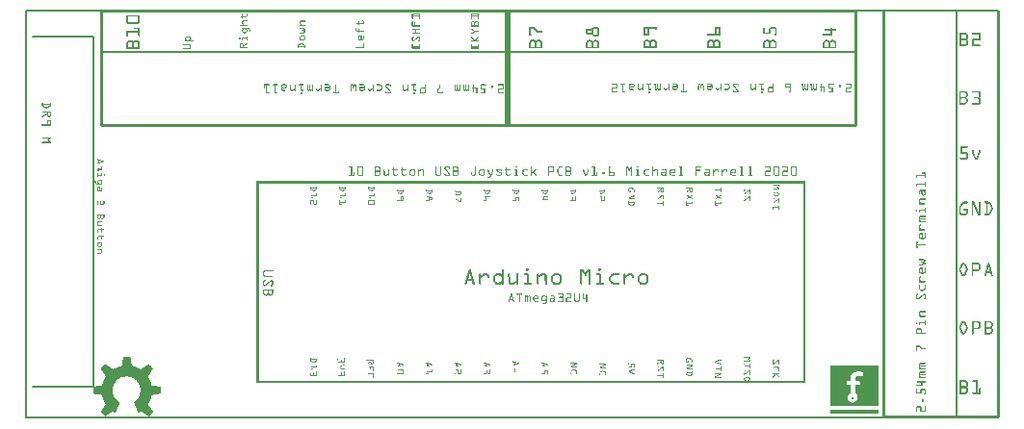
<source format=gto>
G04 MADE WITH FRITZING*
G04 WWW.FRITZING.ORG*
G04 DOUBLE SIDED*
G04 HOLES PLATED*
G04 CONTOUR ON CENTER OF CONTOUR VECTOR*
%ASAXBY*%
%FSLAX23Y23*%
%MOIN*%
%OFA0B0*%
%SFA1.0B1.0*%
%ADD10C,0.012494*%
%ADD11R,3.374020X1.417320X3.358020X1.401320*%
%ADD12C,0.008000*%
%ADD13R,0.165354X0.014857*%
%ADD14C,0.010000*%
%ADD15C,0.005000*%
%ADD16R,0.001000X0.001000*%
%LNSILK1*%
G90*
G70*
G54D10*
X2866Y72D03*
G54D12*
X4Y1413D02*
X3370Y1413D01*
X3370Y4D01*
X4Y4D01*
X4Y1413D01*
D02*
G54D13*
X2872Y25D03*
G54D14*
X1666Y1018D02*
X2876Y1018D01*
G54D15*
D02*
X2876Y1271D02*
X1666Y1271D01*
G54D14*
D02*
X266Y1018D02*
X1676Y1018D01*
G54D15*
D02*
X1676Y1271D02*
X266Y1271D01*
G54D12*
D02*
X238Y112D02*
X28Y112D01*
D02*
X238Y1325D02*
X28Y1325D01*
D02*
X238Y112D02*
X238Y1325D01*
G54D15*
D02*
X3226Y4D02*
X3226Y1414D01*
G54D16*
X267Y1417D02*
X2876Y1417D01*
X2974Y1417D02*
X3369Y1417D01*
X267Y1416D02*
X2876Y1416D01*
X2974Y1416D02*
X3369Y1416D01*
X267Y1415D02*
X2876Y1415D01*
X2974Y1415D02*
X3369Y1415D01*
X267Y1414D02*
X2876Y1414D01*
X2969Y1414D02*
X3374Y1414D01*
X262Y1413D02*
X2881Y1413D01*
X2969Y1413D02*
X3374Y1413D01*
X262Y1412D02*
X2881Y1412D01*
X2969Y1412D02*
X3374Y1412D01*
X262Y1411D02*
X2881Y1411D01*
X2969Y1411D02*
X3374Y1411D01*
X262Y1410D02*
X2881Y1410D01*
X2969Y1410D02*
X3374Y1410D01*
X262Y1409D02*
X2881Y1409D01*
X2969Y1409D02*
X2978Y1409D01*
X3365Y1409D02*
X3374Y1409D01*
X262Y1408D02*
X271Y1408D01*
X1662Y1408D02*
X1681Y1408D01*
X2872Y1408D02*
X2881Y1408D01*
X2969Y1408D02*
X2978Y1408D01*
X3365Y1408D02*
X3374Y1408D01*
X262Y1407D02*
X271Y1407D01*
X1662Y1407D02*
X1681Y1407D01*
X2872Y1407D02*
X2881Y1407D01*
X2969Y1407D02*
X2978Y1407D01*
X3365Y1407D02*
X3374Y1407D01*
X262Y1406D02*
X271Y1406D01*
X768Y1406D02*
X769Y1406D01*
X1662Y1406D02*
X1681Y1406D01*
X2872Y1406D02*
X2881Y1406D01*
X2969Y1406D02*
X2978Y1406D01*
X3365Y1406D02*
X3374Y1406D01*
X262Y1405D02*
X271Y1405D01*
X767Y1405D02*
X771Y1405D01*
X1662Y1405D02*
X1681Y1405D01*
X2872Y1405D02*
X2881Y1405D01*
X2969Y1405D02*
X2978Y1405D01*
X3365Y1405D02*
X3374Y1405D01*
X262Y1404D02*
X271Y1404D01*
X754Y1404D02*
X755Y1404D01*
X767Y1404D02*
X772Y1404D01*
X1662Y1404D02*
X1681Y1404D01*
X2872Y1404D02*
X2881Y1404D01*
X2969Y1404D02*
X2978Y1404D01*
X3365Y1404D02*
X3374Y1404D01*
X262Y1403D02*
X271Y1403D01*
X753Y1403D02*
X756Y1403D01*
X768Y1403D02*
X772Y1403D01*
X1343Y1403D02*
X1367Y1403D01*
X1662Y1403D02*
X1681Y1403D01*
X2872Y1403D02*
X2881Y1403D01*
X2969Y1403D02*
X2978Y1403D01*
X3365Y1403D02*
X3374Y1403D01*
X262Y1402D02*
X271Y1402D01*
X753Y1402D02*
X756Y1402D01*
X769Y1402D02*
X773Y1402D01*
X1342Y1402D02*
X1369Y1402D01*
X1545Y1402D02*
X1572Y1402D01*
X1662Y1402D02*
X1681Y1402D01*
X2872Y1402D02*
X2881Y1402D01*
X2969Y1402D02*
X2978Y1402D01*
X3365Y1402D02*
X3374Y1402D01*
X262Y1401D02*
X271Y1401D01*
X753Y1401D02*
X756Y1401D01*
X770Y1401D02*
X773Y1401D01*
X1341Y1401D02*
X1369Y1401D01*
X1545Y1401D02*
X1572Y1401D01*
X1662Y1401D02*
X1681Y1401D01*
X2872Y1401D02*
X2881Y1401D01*
X2969Y1401D02*
X2978Y1401D01*
X3365Y1401D02*
X3374Y1401D01*
X262Y1400D02*
X271Y1400D01*
X753Y1400D02*
X756Y1400D01*
X770Y1400D02*
X773Y1400D01*
X1341Y1400D02*
X1369Y1400D01*
X1545Y1400D02*
X1572Y1400D01*
X1662Y1400D02*
X1681Y1400D01*
X2872Y1400D02*
X2881Y1400D01*
X2969Y1400D02*
X2978Y1400D01*
X3365Y1400D02*
X3374Y1400D01*
X262Y1399D02*
X271Y1399D01*
X753Y1399D02*
X756Y1399D01*
X770Y1399D02*
X773Y1399D01*
X1341Y1399D02*
X1344Y1399D01*
X1366Y1399D02*
X1369Y1399D01*
X1545Y1399D02*
X1548Y1399D01*
X1569Y1399D02*
X1572Y1399D01*
X1662Y1399D02*
X1681Y1399D01*
X2872Y1399D02*
X2881Y1399D01*
X2969Y1399D02*
X2978Y1399D01*
X3365Y1399D02*
X3374Y1399D01*
X262Y1398D02*
X271Y1398D01*
X356Y1398D02*
X396Y1398D01*
X753Y1398D02*
X756Y1398D01*
X770Y1398D02*
X773Y1398D01*
X1341Y1398D02*
X1344Y1398D01*
X1366Y1398D02*
X1369Y1398D01*
X1545Y1398D02*
X1547Y1398D01*
X1569Y1398D02*
X1572Y1398D01*
X1662Y1398D02*
X1681Y1398D01*
X2872Y1398D02*
X2881Y1398D01*
X2969Y1398D02*
X2978Y1398D01*
X3365Y1398D02*
X3374Y1398D01*
X262Y1397D02*
X271Y1397D01*
X355Y1397D02*
X397Y1397D01*
X753Y1397D02*
X756Y1397D01*
X770Y1397D02*
X773Y1397D01*
X1341Y1397D02*
X1369Y1397D01*
X1545Y1397D02*
X1572Y1397D01*
X1662Y1397D02*
X1681Y1397D01*
X2872Y1397D02*
X2881Y1397D01*
X2969Y1397D02*
X2978Y1397D01*
X3365Y1397D02*
X3374Y1397D01*
X262Y1396D02*
X271Y1396D01*
X354Y1396D02*
X398Y1396D01*
X753Y1396D02*
X756Y1396D01*
X770Y1396D02*
X773Y1396D01*
X1341Y1396D02*
X1369Y1396D01*
X1545Y1396D02*
X1572Y1396D01*
X1662Y1396D02*
X1681Y1396D01*
X2872Y1396D02*
X2881Y1396D01*
X2969Y1396D02*
X2978Y1396D01*
X3365Y1396D02*
X3374Y1396D01*
X262Y1395D02*
X271Y1395D01*
X353Y1395D02*
X398Y1395D01*
X748Y1395D02*
X772Y1395D01*
X1341Y1395D02*
X1369Y1395D01*
X1545Y1395D02*
X1572Y1395D01*
X1662Y1395D02*
X1681Y1395D01*
X2872Y1395D02*
X2881Y1395D01*
X2969Y1395D02*
X2978Y1395D01*
X3365Y1395D02*
X3374Y1395D01*
X262Y1394D02*
X271Y1394D01*
X353Y1394D02*
X399Y1394D01*
X747Y1394D02*
X772Y1394D01*
X1341Y1394D02*
X1369Y1394D01*
X1545Y1394D02*
X1572Y1394D01*
X1662Y1394D02*
X1681Y1394D01*
X2872Y1394D02*
X2881Y1394D01*
X2969Y1394D02*
X2978Y1394D01*
X3365Y1394D02*
X3374Y1394D01*
X262Y1393D02*
X271Y1393D01*
X353Y1393D02*
X399Y1393D01*
X747Y1393D02*
X771Y1393D01*
X1341Y1393D02*
X1344Y1393D01*
X1366Y1393D02*
X1369Y1393D01*
X1545Y1393D02*
X1547Y1393D01*
X1569Y1393D02*
X1572Y1393D01*
X1662Y1393D02*
X1681Y1393D01*
X2872Y1393D02*
X2881Y1393D01*
X2969Y1393D02*
X2978Y1393D01*
X3365Y1393D02*
X3374Y1393D01*
X262Y1392D02*
X271Y1392D01*
X353Y1392D02*
X358Y1392D01*
X394Y1392D02*
X399Y1392D01*
X748Y1392D02*
X769Y1392D01*
X1341Y1392D02*
X1344Y1392D01*
X1366Y1392D02*
X1369Y1392D01*
X1545Y1392D02*
X1547Y1392D01*
X1569Y1392D02*
X1572Y1392D01*
X1662Y1392D02*
X1681Y1392D01*
X2872Y1392D02*
X2881Y1392D01*
X2969Y1392D02*
X2978Y1392D01*
X3365Y1392D02*
X3374Y1392D01*
X262Y1391D02*
X271Y1391D01*
X353Y1391D02*
X358Y1391D01*
X394Y1391D02*
X399Y1391D01*
X753Y1391D02*
X756Y1391D01*
X1341Y1391D02*
X1344Y1391D01*
X1366Y1391D02*
X1369Y1391D01*
X1545Y1391D02*
X1547Y1391D01*
X1569Y1391D02*
X1572Y1391D01*
X1662Y1391D02*
X1681Y1391D01*
X2872Y1391D02*
X2881Y1391D01*
X2969Y1391D02*
X2978Y1391D01*
X3365Y1391D02*
X3374Y1391D01*
X262Y1390D02*
X271Y1390D01*
X353Y1390D02*
X358Y1390D01*
X394Y1390D02*
X399Y1390D01*
X753Y1390D02*
X756Y1390D01*
X1341Y1390D02*
X1344Y1390D01*
X1366Y1390D02*
X1369Y1390D01*
X1545Y1390D02*
X1547Y1390D01*
X1569Y1390D02*
X1572Y1390D01*
X1662Y1390D02*
X1681Y1390D01*
X2872Y1390D02*
X2881Y1390D01*
X2969Y1390D02*
X2978Y1390D01*
X3365Y1390D02*
X3374Y1390D01*
X262Y1389D02*
X271Y1389D01*
X353Y1389D02*
X358Y1389D01*
X394Y1389D02*
X399Y1389D01*
X753Y1389D02*
X756Y1389D01*
X1341Y1389D02*
X1344Y1389D01*
X1366Y1389D02*
X1369Y1389D01*
X1545Y1389D02*
X1547Y1389D01*
X1569Y1389D02*
X1572Y1389D01*
X1662Y1389D02*
X1681Y1389D01*
X2872Y1389D02*
X2881Y1389D01*
X2969Y1389D02*
X2978Y1389D01*
X3365Y1389D02*
X3374Y1389D01*
X262Y1388D02*
X271Y1388D01*
X353Y1388D02*
X358Y1388D01*
X394Y1388D02*
X399Y1388D01*
X1341Y1388D02*
X1344Y1388D01*
X1366Y1388D02*
X1369Y1388D01*
X1545Y1388D02*
X1547Y1388D01*
X1569Y1388D02*
X1572Y1388D01*
X1662Y1388D02*
X1681Y1388D01*
X2872Y1388D02*
X2881Y1388D01*
X2969Y1388D02*
X2978Y1388D01*
X3365Y1388D02*
X3374Y1388D01*
X262Y1387D02*
X271Y1387D01*
X353Y1387D02*
X358Y1387D01*
X394Y1387D02*
X399Y1387D01*
X1341Y1387D02*
X1344Y1387D01*
X1366Y1387D02*
X1369Y1387D01*
X1545Y1387D02*
X1547Y1387D01*
X1569Y1387D02*
X1572Y1387D01*
X1662Y1387D02*
X1681Y1387D01*
X2872Y1387D02*
X2881Y1387D01*
X2969Y1387D02*
X2978Y1387D01*
X3365Y1387D02*
X3374Y1387D01*
X262Y1386D02*
X271Y1386D01*
X353Y1386D02*
X358Y1386D01*
X394Y1386D02*
X399Y1386D01*
X1342Y1386D02*
X1344Y1386D01*
X1366Y1386D02*
X1369Y1386D01*
X1545Y1386D02*
X1547Y1386D01*
X1570Y1386D02*
X1572Y1386D01*
X1662Y1386D02*
X1681Y1386D01*
X2872Y1386D02*
X2881Y1386D01*
X2969Y1386D02*
X2978Y1386D01*
X3365Y1386D02*
X3374Y1386D01*
X262Y1385D02*
X271Y1385D01*
X353Y1385D02*
X358Y1385D01*
X394Y1385D02*
X399Y1385D01*
X1546Y1385D02*
X1546Y1385D01*
X1570Y1385D02*
X1571Y1385D01*
X1662Y1385D02*
X1681Y1385D01*
X2872Y1385D02*
X2881Y1385D01*
X2969Y1385D02*
X2978Y1385D01*
X3365Y1385D02*
X3374Y1385D01*
X262Y1384D02*
X271Y1384D01*
X353Y1384D02*
X358Y1384D01*
X394Y1384D02*
X399Y1384D01*
X1662Y1384D02*
X1681Y1384D01*
X2872Y1384D02*
X2881Y1384D01*
X2969Y1384D02*
X2978Y1384D01*
X3365Y1384D02*
X3374Y1384D01*
X262Y1383D02*
X271Y1383D01*
X353Y1383D02*
X358Y1383D01*
X394Y1383D02*
X399Y1383D01*
X1662Y1383D02*
X1681Y1383D01*
X2872Y1383D02*
X2881Y1383D01*
X2969Y1383D02*
X2978Y1383D01*
X3365Y1383D02*
X3374Y1383D01*
X262Y1382D02*
X271Y1382D01*
X353Y1382D02*
X358Y1382D01*
X394Y1382D02*
X399Y1382D01*
X1662Y1382D02*
X1681Y1382D01*
X2872Y1382D02*
X2881Y1382D01*
X2969Y1382D02*
X2978Y1382D01*
X3365Y1382D02*
X3374Y1382D01*
X262Y1381D02*
X271Y1381D01*
X353Y1381D02*
X358Y1381D01*
X394Y1381D02*
X399Y1381D01*
X1662Y1381D02*
X1681Y1381D01*
X2872Y1381D02*
X2881Y1381D01*
X2969Y1381D02*
X2978Y1381D01*
X3365Y1381D02*
X3374Y1381D01*
X262Y1380D02*
X271Y1380D01*
X353Y1380D02*
X358Y1380D01*
X394Y1380D02*
X399Y1380D01*
X771Y1380D02*
X771Y1380D01*
X1169Y1380D02*
X1171Y1380D01*
X1662Y1380D02*
X1681Y1380D01*
X2872Y1380D02*
X2881Y1380D01*
X2969Y1380D02*
X2978Y1380D01*
X3365Y1380D02*
X3374Y1380D01*
X262Y1379D02*
X271Y1379D01*
X353Y1379D02*
X358Y1379D01*
X394Y1379D02*
X399Y1379D01*
X756Y1379D02*
X773Y1379D01*
X957Y1379D02*
X971Y1379D01*
X1169Y1379D02*
X1173Y1379D01*
X1662Y1379D02*
X1681Y1379D01*
X2872Y1379D02*
X2881Y1379D01*
X2969Y1379D02*
X2978Y1379D01*
X3365Y1379D02*
X3374Y1379D01*
X262Y1378D02*
X271Y1378D01*
X353Y1378D02*
X358Y1378D01*
X394Y1378D02*
X399Y1378D01*
X755Y1378D02*
X773Y1378D01*
X955Y1378D02*
X972Y1378D01*
X1155Y1378D02*
X1157Y1378D01*
X1169Y1378D02*
X1174Y1378D01*
X1662Y1378D02*
X1681Y1378D01*
X2872Y1378D02*
X2881Y1378D01*
X2969Y1378D02*
X2978Y1378D01*
X3365Y1378D02*
X3374Y1378D01*
X262Y1377D02*
X271Y1377D01*
X353Y1377D02*
X358Y1377D01*
X394Y1377D02*
X399Y1377D01*
X754Y1377D02*
X772Y1377D01*
X954Y1377D02*
X972Y1377D01*
X1155Y1377D02*
X1158Y1377D01*
X1170Y1377D02*
X1174Y1377D01*
X1662Y1377D02*
X1681Y1377D01*
X2872Y1377D02*
X2881Y1377D01*
X2969Y1377D02*
X2978Y1377D01*
X3365Y1377D02*
X3374Y1377D01*
X262Y1376D02*
X271Y1376D01*
X353Y1376D02*
X358Y1376D01*
X394Y1376D02*
X399Y1376D01*
X754Y1376D02*
X760Y1376D01*
X953Y1376D02*
X971Y1376D01*
X1155Y1376D02*
X1158Y1376D01*
X1172Y1376D02*
X1174Y1376D01*
X1342Y1376D02*
X1344Y1376D01*
X1549Y1376D02*
X1555Y1376D01*
X1561Y1376D02*
X1568Y1376D01*
X1662Y1376D02*
X1681Y1376D01*
X2872Y1376D02*
X2881Y1376D01*
X2969Y1376D02*
X2978Y1376D01*
X3365Y1376D02*
X3374Y1376D01*
X262Y1375D02*
X271Y1375D01*
X353Y1375D02*
X358Y1375D01*
X394Y1375D02*
X399Y1375D01*
X753Y1375D02*
X756Y1375D01*
X953Y1375D02*
X956Y1375D01*
X1155Y1375D02*
X1158Y1375D01*
X1172Y1375D02*
X1175Y1375D01*
X1341Y1375D02*
X1344Y1375D01*
X1548Y1375D02*
X1557Y1375D01*
X1560Y1375D02*
X1569Y1375D01*
X1662Y1375D02*
X1681Y1375D01*
X2872Y1375D02*
X2881Y1375D01*
X2969Y1375D02*
X2978Y1375D01*
X3365Y1375D02*
X3374Y1375D01*
X262Y1374D02*
X271Y1374D01*
X353Y1374D02*
X399Y1374D01*
X753Y1374D02*
X756Y1374D01*
X952Y1374D02*
X955Y1374D01*
X1155Y1374D02*
X1158Y1374D01*
X1172Y1374D02*
X1175Y1374D01*
X1341Y1374D02*
X1344Y1374D01*
X1547Y1374D02*
X1570Y1374D01*
X1662Y1374D02*
X1681Y1374D01*
X2872Y1374D02*
X2881Y1374D01*
X2969Y1374D02*
X2978Y1374D01*
X3365Y1374D02*
X3374Y1374D01*
X262Y1373D02*
X271Y1373D01*
X353Y1373D02*
X399Y1373D01*
X753Y1373D02*
X756Y1373D01*
X952Y1373D02*
X955Y1373D01*
X1155Y1373D02*
X1158Y1373D01*
X1172Y1373D02*
X1175Y1373D01*
X1341Y1373D02*
X1344Y1373D01*
X1352Y1373D02*
X1352Y1373D01*
X1546Y1373D02*
X1571Y1373D01*
X1662Y1373D02*
X1681Y1373D01*
X2872Y1373D02*
X2881Y1373D01*
X2969Y1373D02*
X2978Y1373D01*
X3365Y1373D02*
X3374Y1373D01*
X262Y1372D02*
X271Y1372D01*
X353Y1372D02*
X398Y1372D01*
X753Y1372D02*
X756Y1372D01*
X952Y1372D02*
X955Y1372D01*
X1155Y1372D02*
X1158Y1372D01*
X1172Y1372D02*
X1175Y1372D01*
X1341Y1372D02*
X1344Y1372D01*
X1351Y1372D02*
X1353Y1372D01*
X1545Y1372D02*
X1549Y1372D01*
X1556Y1372D02*
X1561Y1372D01*
X1568Y1372D02*
X1572Y1372D01*
X1662Y1372D02*
X1681Y1372D01*
X2872Y1372D02*
X2881Y1372D01*
X2969Y1372D02*
X2978Y1372D01*
X3365Y1372D02*
X3374Y1372D01*
X262Y1371D02*
X271Y1371D01*
X354Y1371D02*
X398Y1371D01*
X753Y1371D02*
X756Y1371D01*
X952Y1371D02*
X955Y1371D01*
X1155Y1371D02*
X1158Y1371D01*
X1172Y1371D02*
X1174Y1371D01*
X1341Y1371D02*
X1344Y1371D01*
X1351Y1371D02*
X1353Y1371D01*
X1545Y1371D02*
X1548Y1371D01*
X1557Y1371D02*
X1560Y1371D01*
X1569Y1371D02*
X1572Y1371D01*
X1662Y1371D02*
X1681Y1371D01*
X2872Y1371D02*
X2881Y1371D01*
X2969Y1371D02*
X2978Y1371D01*
X3365Y1371D02*
X3374Y1371D01*
X262Y1370D02*
X271Y1370D01*
X355Y1370D02*
X397Y1370D01*
X754Y1370D02*
X757Y1370D01*
X953Y1370D02*
X956Y1370D01*
X1155Y1370D02*
X1158Y1370D01*
X1171Y1370D02*
X1174Y1370D01*
X1341Y1370D02*
X1344Y1370D01*
X1351Y1370D02*
X1353Y1370D01*
X1545Y1370D02*
X1548Y1370D01*
X1557Y1370D02*
X1560Y1370D01*
X1569Y1370D02*
X1572Y1370D01*
X1662Y1370D02*
X1681Y1370D01*
X2872Y1370D02*
X2881Y1370D01*
X2969Y1370D02*
X2978Y1370D01*
X3365Y1370D02*
X3374Y1370D01*
X262Y1369D02*
X271Y1369D01*
X357Y1369D02*
X395Y1369D01*
X754Y1369D02*
X757Y1369D01*
X953Y1369D02*
X956Y1369D01*
X1149Y1369D02*
X1174Y1369D01*
X1341Y1369D02*
X1344Y1369D01*
X1351Y1369D02*
X1353Y1369D01*
X1545Y1369D02*
X1547Y1369D01*
X1557Y1369D02*
X1560Y1369D01*
X1569Y1369D02*
X1572Y1369D01*
X1662Y1369D02*
X1681Y1369D01*
X2872Y1369D02*
X2881Y1369D01*
X2969Y1369D02*
X2978Y1369D01*
X3365Y1369D02*
X3374Y1369D01*
X262Y1368D02*
X271Y1368D01*
X755Y1368D02*
X758Y1368D01*
X954Y1368D02*
X957Y1368D01*
X1149Y1368D02*
X1173Y1368D01*
X1341Y1368D02*
X1344Y1368D01*
X1351Y1368D02*
X1353Y1368D01*
X1545Y1368D02*
X1547Y1368D01*
X1557Y1368D02*
X1560Y1368D01*
X1569Y1368D02*
X1572Y1368D01*
X1662Y1368D02*
X1681Y1368D01*
X2872Y1368D02*
X2881Y1368D01*
X2969Y1368D02*
X2978Y1368D01*
X3365Y1368D02*
X3374Y1368D01*
X262Y1367D02*
X271Y1367D01*
X755Y1367D02*
X759Y1367D01*
X954Y1367D02*
X958Y1367D01*
X1149Y1367D02*
X1172Y1367D01*
X1341Y1367D02*
X1344Y1367D01*
X1351Y1367D02*
X1353Y1367D01*
X1545Y1367D02*
X1547Y1367D01*
X1557Y1367D02*
X1560Y1367D01*
X1569Y1367D02*
X1572Y1367D01*
X1662Y1367D02*
X1681Y1367D01*
X2872Y1367D02*
X2881Y1367D01*
X2969Y1367D02*
X2978Y1367D01*
X3365Y1367D02*
X3374Y1367D01*
X262Y1366D02*
X271Y1366D01*
X756Y1366D02*
X759Y1366D01*
X955Y1366D02*
X958Y1366D01*
X1155Y1366D02*
X1158Y1366D01*
X1341Y1366D02*
X1344Y1366D01*
X1351Y1366D02*
X1353Y1366D01*
X1545Y1366D02*
X1547Y1366D01*
X1557Y1366D02*
X1560Y1366D01*
X1569Y1366D02*
X1572Y1366D01*
X1662Y1366D02*
X1681Y1366D01*
X2872Y1366D02*
X2881Y1366D01*
X2969Y1366D02*
X2978Y1366D01*
X3365Y1366D02*
X3374Y1366D01*
X262Y1365D02*
X271Y1365D01*
X746Y1365D02*
X772Y1365D01*
X954Y1365D02*
X970Y1365D01*
X1155Y1365D02*
X1158Y1365D01*
X1341Y1365D02*
X1344Y1365D01*
X1351Y1365D02*
X1353Y1365D01*
X1545Y1365D02*
X1547Y1365D01*
X1557Y1365D02*
X1560Y1365D01*
X1569Y1365D02*
X1572Y1365D01*
X1662Y1365D02*
X1681Y1365D01*
X2872Y1365D02*
X2881Y1365D01*
X2969Y1365D02*
X2978Y1365D01*
X3365Y1365D02*
X3374Y1365D01*
X262Y1364D02*
X271Y1364D01*
X746Y1364D02*
X773Y1364D01*
X953Y1364D02*
X972Y1364D01*
X1155Y1364D02*
X1158Y1364D01*
X1341Y1364D02*
X1344Y1364D01*
X1351Y1364D02*
X1353Y1364D01*
X1545Y1364D02*
X1547Y1364D01*
X1557Y1364D02*
X1560Y1364D01*
X1569Y1364D02*
X1572Y1364D01*
X1662Y1364D02*
X1681Y1364D01*
X2872Y1364D02*
X2881Y1364D01*
X2969Y1364D02*
X2978Y1364D01*
X3365Y1364D02*
X3374Y1364D01*
X262Y1363D02*
X271Y1363D01*
X746Y1363D02*
X773Y1363D01*
X952Y1363D02*
X972Y1363D01*
X1156Y1363D02*
X1157Y1363D01*
X1341Y1363D02*
X1344Y1363D01*
X1351Y1363D02*
X1353Y1363D01*
X1545Y1363D02*
X1547Y1363D01*
X1557Y1363D02*
X1560Y1363D01*
X1569Y1363D02*
X1572Y1363D01*
X1662Y1363D02*
X1681Y1363D01*
X2872Y1363D02*
X2881Y1363D01*
X2969Y1363D02*
X2978Y1363D01*
X3365Y1363D02*
X3374Y1363D01*
X262Y1362D02*
X271Y1362D01*
X747Y1362D02*
X771Y1362D01*
X953Y1362D02*
X971Y1362D01*
X1341Y1362D02*
X1368Y1362D01*
X1545Y1362D02*
X1572Y1362D01*
X1662Y1362D02*
X1681Y1362D01*
X2872Y1362D02*
X2881Y1362D01*
X2969Y1362D02*
X2978Y1362D01*
X3365Y1362D02*
X3374Y1362D01*
X262Y1361D02*
X271Y1361D01*
X1341Y1361D02*
X1369Y1361D01*
X1545Y1361D02*
X1572Y1361D01*
X1662Y1361D02*
X1681Y1361D01*
X2872Y1361D02*
X2881Y1361D01*
X2969Y1361D02*
X2978Y1361D01*
X3365Y1361D02*
X3374Y1361D01*
X262Y1360D02*
X271Y1360D01*
X1341Y1360D02*
X1369Y1360D01*
X1545Y1360D02*
X1572Y1360D01*
X1662Y1360D02*
X1681Y1360D01*
X2872Y1360D02*
X2881Y1360D01*
X2969Y1360D02*
X2978Y1360D01*
X3365Y1360D02*
X3374Y1360D01*
X262Y1359D02*
X271Y1359D01*
X1342Y1359D02*
X1368Y1359D01*
X1545Y1359D02*
X1572Y1359D01*
X1662Y1359D02*
X1681Y1359D01*
X2872Y1359D02*
X2881Y1359D01*
X2969Y1359D02*
X2978Y1359D01*
X3365Y1359D02*
X3374Y1359D01*
X262Y1358D02*
X271Y1358D01*
X1662Y1358D02*
X1681Y1358D01*
X2872Y1358D02*
X2881Y1358D01*
X2969Y1358D02*
X2978Y1358D01*
X3365Y1358D02*
X3374Y1358D01*
X262Y1357D02*
X271Y1357D01*
X1662Y1357D02*
X1681Y1357D01*
X2872Y1357D02*
X2881Y1357D01*
X2969Y1357D02*
X2978Y1357D01*
X3365Y1357D02*
X3374Y1357D01*
X262Y1356D02*
X271Y1356D01*
X1662Y1356D02*
X1681Y1356D01*
X1746Y1356D02*
X1765Y1356D01*
X1969Y1356D02*
X1984Y1356D01*
X2143Y1356D02*
X2187Y1356D01*
X2390Y1356D02*
X2408Y1356D01*
X2559Y1356D02*
X2560Y1356D01*
X2582Y1356D02*
X2599Y1356D01*
X2872Y1356D02*
X2881Y1356D01*
X2969Y1356D02*
X2978Y1356D01*
X3365Y1356D02*
X3374Y1356D01*
X262Y1355D02*
X271Y1355D01*
X381Y1355D02*
X397Y1355D01*
X1662Y1355D02*
X1681Y1355D01*
X1746Y1355D02*
X1766Y1355D01*
X1967Y1355D02*
X1987Y1355D01*
X2142Y1355D02*
X2188Y1355D01*
X2389Y1355D02*
X2409Y1355D01*
X2557Y1355D02*
X2561Y1355D01*
X2580Y1355D02*
X2601Y1355D01*
X2872Y1355D02*
X2881Y1355D01*
X2969Y1355D02*
X2978Y1355D01*
X3365Y1355D02*
X3374Y1355D01*
X262Y1354D02*
X271Y1354D01*
X379Y1354D02*
X398Y1354D01*
X1662Y1354D02*
X1681Y1354D01*
X1746Y1354D02*
X1767Y1354D01*
X1965Y1354D02*
X1988Y1354D01*
X2142Y1354D02*
X2188Y1354D01*
X2389Y1354D02*
X2409Y1354D01*
X2557Y1354D02*
X2562Y1354D01*
X2579Y1354D02*
X2602Y1354D01*
X2791Y1354D02*
X2793Y1354D01*
X2872Y1354D02*
X2881Y1354D01*
X2969Y1354D02*
X2978Y1354D01*
X3365Y1354D02*
X3374Y1354D01*
X262Y1353D02*
X271Y1353D01*
X379Y1353D02*
X399Y1353D01*
X753Y1353D02*
X777Y1353D01*
X953Y1353D02*
X965Y1353D01*
X1148Y1353D02*
X1149Y1353D01*
X1662Y1353D02*
X1681Y1353D01*
X1746Y1353D02*
X1768Y1353D01*
X1965Y1353D02*
X1989Y1353D01*
X2142Y1353D02*
X2188Y1353D01*
X2389Y1353D02*
X2409Y1353D01*
X2557Y1353D02*
X2562Y1353D01*
X2578Y1353D02*
X2602Y1353D01*
X2790Y1353D02*
X2794Y1353D01*
X2872Y1353D02*
X2881Y1353D01*
X2969Y1353D02*
X2978Y1353D01*
X3365Y1353D02*
X3374Y1353D01*
X262Y1352D02*
X271Y1352D01*
X378Y1352D02*
X399Y1352D01*
X753Y1352D02*
X778Y1352D01*
X952Y1352D02*
X969Y1352D01*
X1147Y1352D02*
X1150Y1352D01*
X1662Y1352D02*
X1681Y1352D01*
X1746Y1352D02*
X1769Y1352D01*
X1964Y1352D02*
X1989Y1352D01*
X2142Y1352D02*
X2188Y1352D01*
X2389Y1352D02*
X2409Y1352D01*
X2557Y1352D02*
X2562Y1352D01*
X2578Y1352D02*
X2603Y1352D01*
X2789Y1352D02*
X2794Y1352D01*
X2872Y1352D02*
X2881Y1352D01*
X2969Y1352D02*
X2978Y1352D01*
X3365Y1352D02*
X3374Y1352D01*
X262Y1351D02*
X271Y1351D01*
X379Y1351D02*
X399Y1351D01*
X754Y1351D02*
X779Y1351D01*
X953Y1351D02*
X971Y1351D01*
X1147Y1351D02*
X1150Y1351D01*
X1662Y1351D02*
X1681Y1351D01*
X1746Y1351D02*
X1770Y1351D01*
X1964Y1351D02*
X1989Y1351D01*
X2142Y1351D02*
X2188Y1351D01*
X2389Y1351D02*
X2409Y1351D01*
X2557Y1351D02*
X2562Y1351D01*
X2577Y1351D02*
X2603Y1351D01*
X2770Y1351D02*
X2808Y1351D01*
X2872Y1351D02*
X2881Y1351D01*
X2969Y1351D02*
X2978Y1351D01*
X3365Y1351D02*
X3374Y1351D01*
X262Y1350D02*
X271Y1350D01*
X379Y1350D02*
X399Y1350D01*
X755Y1350D02*
X760Y1350D01*
X765Y1350D02*
X769Y1350D01*
X776Y1350D02*
X780Y1350D01*
X955Y1350D02*
X972Y1350D01*
X1147Y1350D02*
X1150Y1350D01*
X1342Y1350D02*
X1368Y1350D01*
X1545Y1350D02*
X1550Y1350D01*
X1662Y1350D02*
X1681Y1350D01*
X1746Y1350D02*
X1752Y1350D01*
X1763Y1350D02*
X1771Y1350D01*
X1963Y1350D02*
X1989Y1350D01*
X2142Y1350D02*
X2147Y1350D01*
X2157Y1350D02*
X2163Y1350D01*
X2183Y1350D02*
X2188Y1350D01*
X2389Y1350D02*
X2394Y1350D01*
X2404Y1350D02*
X2409Y1350D01*
X2557Y1350D02*
X2562Y1350D01*
X2577Y1350D02*
X2583Y1350D01*
X2598Y1350D02*
X2603Y1350D01*
X2769Y1350D02*
X2809Y1350D01*
X2872Y1350D02*
X2881Y1350D01*
X2969Y1350D02*
X2978Y1350D01*
X3365Y1350D02*
X3374Y1350D01*
X262Y1349D02*
X271Y1349D01*
X393Y1349D02*
X399Y1349D01*
X755Y1349D02*
X758Y1349D01*
X766Y1349D02*
X770Y1349D01*
X777Y1349D02*
X780Y1349D01*
X967Y1349D02*
X972Y1349D01*
X1147Y1349D02*
X1150Y1349D01*
X1155Y1349D02*
X1157Y1349D01*
X1342Y1349D02*
X1369Y1349D01*
X1545Y1349D02*
X1551Y1349D01*
X1662Y1349D02*
X1681Y1349D01*
X1746Y1349D02*
X1751Y1349D01*
X1764Y1349D02*
X1771Y1349D01*
X1944Y1349D02*
X1969Y1349D01*
X1984Y1349D02*
X1989Y1349D01*
X2142Y1349D02*
X2147Y1349D01*
X2157Y1349D02*
X2163Y1349D01*
X2184Y1349D02*
X2188Y1349D01*
X2389Y1349D02*
X2394Y1349D01*
X2404Y1349D02*
X2409Y1349D01*
X2557Y1349D02*
X2562Y1349D01*
X2577Y1349D02*
X2583Y1349D01*
X2598Y1349D02*
X2603Y1349D01*
X2769Y1349D02*
X2810Y1349D01*
X2872Y1349D02*
X2881Y1349D01*
X2969Y1349D02*
X2978Y1349D01*
X3365Y1349D02*
X3374Y1349D01*
X262Y1348D02*
X271Y1348D01*
X394Y1348D02*
X399Y1348D01*
X754Y1348D02*
X758Y1348D01*
X767Y1348D02*
X770Y1348D01*
X778Y1348D02*
X780Y1348D01*
X968Y1348D02*
X972Y1348D01*
X1147Y1348D02*
X1150Y1348D01*
X1155Y1348D02*
X1158Y1348D01*
X1342Y1348D02*
X1369Y1348D01*
X1545Y1348D02*
X1552Y1348D01*
X1662Y1348D02*
X1681Y1348D01*
X1746Y1348D02*
X1751Y1348D01*
X1765Y1348D02*
X1772Y1348D01*
X1943Y1348D02*
X1969Y1348D01*
X1984Y1348D02*
X1989Y1348D01*
X2142Y1348D02*
X2147Y1348D01*
X2157Y1348D02*
X2163Y1348D01*
X2185Y1348D02*
X2187Y1348D01*
X2389Y1348D02*
X2394Y1348D01*
X2404Y1348D02*
X2409Y1348D01*
X2557Y1348D02*
X2562Y1348D01*
X2577Y1348D02*
X2583Y1348D01*
X2598Y1348D02*
X2603Y1348D01*
X2769Y1348D02*
X2810Y1348D01*
X2872Y1348D02*
X2881Y1348D01*
X2969Y1348D02*
X2978Y1348D01*
X3365Y1348D02*
X3374Y1348D01*
X262Y1347D02*
X271Y1347D01*
X394Y1347D02*
X399Y1347D01*
X753Y1347D02*
X757Y1347D01*
X768Y1347D02*
X771Y1347D01*
X778Y1347D02*
X780Y1347D01*
X966Y1347D02*
X972Y1347D01*
X1147Y1347D02*
X1150Y1347D01*
X1155Y1347D02*
X1158Y1347D01*
X1353Y1347D02*
X1357Y1347D01*
X1546Y1347D02*
X1554Y1347D01*
X1662Y1347D02*
X1681Y1347D01*
X1746Y1347D02*
X1751Y1347D01*
X1766Y1347D02*
X1773Y1347D01*
X1943Y1347D02*
X1969Y1347D01*
X1984Y1347D02*
X1989Y1347D01*
X2142Y1347D02*
X2147Y1347D01*
X2157Y1347D02*
X2163Y1347D01*
X2389Y1347D02*
X2394Y1347D01*
X2404Y1347D02*
X2409Y1347D01*
X2557Y1347D02*
X2562Y1347D01*
X2577Y1347D02*
X2583Y1347D01*
X2598Y1347D02*
X2603Y1347D01*
X2769Y1347D02*
X2809Y1347D01*
X2872Y1347D02*
X2881Y1347D01*
X2969Y1347D02*
X2978Y1347D01*
X3365Y1347D02*
X3374Y1347D01*
X262Y1346D02*
X271Y1346D01*
X394Y1346D02*
X399Y1346D01*
X753Y1346D02*
X756Y1346D01*
X768Y1346D02*
X771Y1346D01*
X778Y1346D02*
X781Y1346D01*
X960Y1346D02*
X971Y1346D01*
X1147Y1346D02*
X1150Y1346D01*
X1155Y1346D02*
X1158Y1346D01*
X1354Y1346D02*
X1356Y1346D01*
X1550Y1346D02*
X1555Y1346D01*
X1662Y1346D02*
X1681Y1346D01*
X1746Y1346D02*
X1751Y1346D01*
X1767Y1346D02*
X1774Y1346D01*
X1943Y1346D02*
X1969Y1346D01*
X1984Y1346D02*
X1989Y1346D01*
X2142Y1346D02*
X2147Y1346D01*
X2157Y1346D02*
X2163Y1346D01*
X2389Y1346D02*
X2394Y1346D01*
X2404Y1346D02*
X2409Y1346D01*
X2557Y1346D02*
X2562Y1346D01*
X2577Y1346D02*
X2583Y1346D01*
X2598Y1346D02*
X2603Y1346D01*
X2770Y1346D02*
X2809Y1346D01*
X2872Y1346D02*
X2881Y1346D01*
X2969Y1346D02*
X2978Y1346D01*
X3365Y1346D02*
X3374Y1346D01*
X262Y1345D02*
X271Y1345D01*
X394Y1345D02*
X399Y1345D01*
X753Y1345D02*
X756Y1345D01*
X769Y1345D02*
X771Y1345D01*
X778Y1345D02*
X781Y1345D01*
X959Y1345D02*
X969Y1345D01*
X1148Y1345D02*
X1151Y1345D01*
X1155Y1345D02*
X1158Y1345D01*
X1354Y1345D02*
X1356Y1345D01*
X1551Y1345D02*
X1556Y1345D01*
X1662Y1345D02*
X1681Y1345D01*
X1746Y1345D02*
X1751Y1345D01*
X1768Y1345D02*
X1775Y1345D01*
X1943Y1345D02*
X1969Y1345D01*
X1984Y1345D02*
X1989Y1345D01*
X2142Y1345D02*
X2147Y1345D01*
X2157Y1345D02*
X2163Y1345D01*
X2389Y1345D02*
X2394Y1345D01*
X2404Y1345D02*
X2409Y1345D01*
X2557Y1345D02*
X2562Y1345D01*
X2577Y1345D02*
X2583Y1345D01*
X2598Y1345D02*
X2603Y1345D01*
X2789Y1345D02*
X2795Y1345D01*
X2872Y1345D02*
X2881Y1345D01*
X2969Y1345D02*
X2978Y1345D01*
X3365Y1345D02*
X3374Y1345D01*
X262Y1344D02*
X271Y1344D01*
X394Y1344D02*
X399Y1344D01*
X753Y1344D02*
X756Y1344D01*
X769Y1344D02*
X771Y1344D01*
X778Y1344D02*
X781Y1344D01*
X959Y1344D02*
X968Y1344D01*
X1148Y1344D02*
X1174Y1344D01*
X1354Y1344D02*
X1356Y1344D01*
X1553Y1344D02*
X1558Y1344D01*
X1662Y1344D02*
X1681Y1344D01*
X1746Y1344D02*
X1751Y1344D01*
X1769Y1344D02*
X1791Y1344D01*
X1943Y1344D02*
X1969Y1344D01*
X1984Y1344D02*
X1989Y1344D01*
X2142Y1344D02*
X2147Y1344D01*
X2157Y1344D02*
X2163Y1344D01*
X2389Y1344D02*
X2394Y1344D01*
X2404Y1344D02*
X2409Y1344D01*
X2557Y1344D02*
X2562Y1344D01*
X2577Y1344D02*
X2583Y1344D01*
X2598Y1344D02*
X2603Y1344D01*
X2789Y1344D02*
X2794Y1344D01*
X2872Y1344D02*
X2881Y1344D01*
X2969Y1344D02*
X2978Y1344D01*
X3365Y1344D02*
X3374Y1344D01*
X262Y1343D02*
X271Y1343D01*
X353Y1343D02*
X399Y1343D01*
X753Y1343D02*
X756Y1343D01*
X769Y1343D02*
X771Y1343D01*
X778Y1343D02*
X781Y1343D01*
X959Y1343D02*
X970Y1343D01*
X1149Y1343D02*
X1174Y1343D01*
X1354Y1343D02*
X1356Y1343D01*
X1554Y1343D02*
X1571Y1343D01*
X1662Y1343D02*
X1681Y1343D01*
X1746Y1343D02*
X1751Y1343D01*
X1770Y1343D02*
X1792Y1343D01*
X1943Y1343D02*
X1948Y1343D01*
X1964Y1343D02*
X1969Y1343D01*
X1984Y1343D02*
X1989Y1343D01*
X2142Y1343D02*
X2147Y1343D01*
X2157Y1343D02*
X2163Y1343D01*
X2389Y1343D02*
X2394Y1343D01*
X2404Y1343D02*
X2409Y1343D01*
X2557Y1343D02*
X2562Y1343D01*
X2577Y1343D02*
X2583Y1343D01*
X2598Y1343D02*
X2603Y1343D01*
X2789Y1343D02*
X2794Y1343D01*
X2872Y1343D02*
X2881Y1343D01*
X2969Y1343D02*
X2978Y1343D01*
X3365Y1343D02*
X3374Y1343D01*
X262Y1342D02*
X271Y1342D01*
X353Y1342D02*
X399Y1342D01*
X753Y1342D02*
X756Y1342D01*
X768Y1342D02*
X771Y1342D01*
X778Y1342D02*
X781Y1342D01*
X965Y1342D02*
X971Y1342D01*
X1150Y1342D02*
X1174Y1342D01*
X1354Y1342D02*
X1356Y1342D01*
X1555Y1342D02*
X1572Y1342D01*
X1662Y1342D02*
X1681Y1342D01*
X1746Y1342D02*
X1751Y1342D01*
X1770Y1342D02*
X1792Y1342D01*
X1943Y1342D02*
X1948Y1342D01*
X1964Y1342D02*
X1969Y1342D01*
X1984Y1342D02*
X1989Y1342D01*
X2142Y1342D02*
X2147Y1342D01*
X2157Y1342D02*
X2163Y1342D01*
X2389Y1342D02*
X2394Y1342D01*
X2404Y1342D02*
X2409Y1342D01*
X2557Y1342D02*
X2562Y1342D01*
X2577Y1342D02*
X2583Y1342D01*
X2598Y1342D02*
X2603Y1342D01*
X2789Y1342D02*
X2794Y1342D01*
X2872Y1342D02*
X2881Y1342D01*
X2969Y1342D02*
X2978Y1342D01*
X3365Y1342D02*
X3374Y1342D01*
X262Y1341D02*
X271Y1341D01*
X353Y1341D02*
X399Y1341D01*
X753Y1341D02*
X757Y1341D01*
X768Y1341D02*
X771Y1341D01*
X778Y1341D02*
X781Y1341D01*
X967Y1341D02*
X972Y1341D01*
X1152Y1341D02*
X1173Y1341D01*
X1354Y1341D02*
X1356Y1341D01*
X1555Y1341D02*
X1572Y1341D01*
X1662Y1341D02*
X1681Y1341D01*
X1746Y1341D02*
X1751Y1341D01*
X1771Y1341D02*
X1792Y1341D01*
X1943Y1341D02*
X1948Y1341D01*
X1964Y1341D02*
X1969Y1341D01*
X1984Y1341D02*
X1989Y1341D01*
X2142Y1341D02*
X2147Y1341D01*
X2157Y1341D02*
X2163Y1341D01*
X2389Y1341D02*
X2394Y1341D01*
X2404Y1341D02*
X2409Y1341D01*
X2557Y1341D02*
X2562Y1341D01*
X2577Y1341D02*
X2583Y1341D01*
X2598Y1341D02*
X2603Y1341D01*
X2789Y1341D02*
X2794Y1341D01*
X2872Y1341D02*
X2881Y1341D01*
X2969Y1341D02*
X2978Y1341D01*
X3365Y1341D02*
X3374Y1341D01*
X262Y1340D02*
X271Y1340D01*
X353Y1340D02*
X399Y1340D01*
X754Y1340D02*
X758Y1340D01*
X767Y1340D02*
X771Y1340D01*
X778Y1340D02*
X781Y1340D01*
X968Y1340D02*
X972Y1340D01*
X1155Y1340D02*
X1158Y1340D01*
X1354Y1340D02*
X1356Y1340D01*
X1554Y1340D02*
X1571Y1340D01*
X1662Y1340D02*
X1681Y1340D01*
X1746Y1340D02*
X1751Y1340D01*
X1772Y1340D02*
X1792Y1340D01*
X1943Y1340D02*
X1948Y1340D01*
X1964Y1340D02*
X1969Y1340D01*
X1984Y1340D02*
X1989Y1340D01*
X2142Y1340D02*
X2147Y1340D01*
X2157Y1340D02*
X2163Y1340D01*
X2389Y1340D02*
X2394Y1340D01*
X2404Y1340D02*
X2409Y1340D01*
X2557Y1340D02*
X2562Y1340D01*
X2577Y1340D02*
X2583Y1340D01*
X2598Y1340D02*
X2603Y1340D01*
X2789Y1340D02*
X2794Y1340D01*
X2872Y1340D02*
X2881Y1340D01*
X2969Y1340D02*
X2978Y1340D01*
X3365Y1340D02*
X3374Y1340D01*
X262Y1339D02*
X271Y1339D01*
X353Y1339D02*
X399Y1339D01*
X755Y1339D02*
X770Y1339D01*
X778Y1339D02*
X780Y1339D01*
X965Y1339D02*
X972Y1339D01*
X1155Y1339D02*
X1158Y1339D01*
X1354Y1339D02*
X1356Y1339D01*
X1553Y1339D02*
X1558Y1339D01*
X1662Y1339D02*
X1681Y1339D01*
X1746Y1339D02*
X1751Y1339D01*
X1773Y1339D02*
X1791Y1339D01*
X1943Y1339D02*
X1948Y1339D01*
X1964Y1339D02*
X1969Y1339D01*
X1984Y1339D02*
X1989Y1339D01*
X2142Y1339D02*
X2147Y1339D01*
X2157Y1339D02*
X2163Y1339D01*
X2389Y1339D02*
X2394Y1339D01*
X2404Y1339D02*
X2409Y1339D01*
X2557Y1339D02*
X2562Y1339D01*
X2577Y1339D02*
X2583Y1339D01*
X2598Y1339D02*
X2603Y1339D01*
X2789Y1339D02*
X2794Y1339D01*
X2872Y1339D02*
X2881Y1339D01*
X2969Y1339D02*
X2978Y1339D01*
X3365Y1339D02*
X3374Y1339D01*
X262Y1338D02*
X271Y1338D01*
X353Y1338D02*
X399Y1338D01*
X755Y1338D02*
X769Y1338D01*
X779Y1338D02*
X780Y1338D01*
X953Y1338D02*
X972Y1338D01*
X1155Y1338D02*
X1157Y1338D01*
X1354Y1338D02*
X1356Y1338D01*
X1551Y1338D02*
X1556Y1338D01*
X1662Y1338D02*
X1681Y1338D01*
X1746Y1338D02*
X1751Y1338D01*
X1943Y1338D02*
X1969Y1338D01*
X1984Y1338D02*
X1989Y1338D01*
X2142Y1338D02*
X2147Y1338D01*
X2157Y1338D02*
X2163Y1338D01*
X2389Y1338D02*
X2394Y1338D01*
X2404Y1338D02*
X2409Y1338D01*
X2557Y1338D02*
X2583Y1338D01*
X2598Y1338D02*
X2603Y1338D01*
X2789Y1338D02*
X2794Y1338D01*
X2872Y1338D02*
X2881Y1338D01*
X2969Y1338D02*
X2978Y1338D01*
X3365Y1338D02*
X3374Y1338D01*
X262Y1337D02*
X271Y1337D01*
X353Y1337D02*
X399Y1337D01*
X756Y1337D02*
X768Y1337D01*
X952Y1337D02*
X970Y1337D01*
X1354Y1337D02*
X1356Y1337D01*
X1550Y1337D02*
X1555Y1337D01*
X1662Y1337D02*
X1681Y1337D01*
X1746Y1337D02*
X1751Y1337D01*
X1943Y1337D02*
X1969Y1337D01*
X1984Y1337D02*
X1989Y1337D01*
X2142Y1337D02*
X2147Y1337D01*
X2157Y1337D02*
X2163Y1337D01*
X2389Y1337D02*
X2394Y1337D01*
X2404Y1337D02*
X2409Y1337D01*
X2557Y1337D02*
X2583Y1337D01*
X2598Y1337D02*
X2603Y1337D01*
X2789Y1337D02*
X2794Y1337D01*
X2872Y1337D02*
X2881Y1337D01*
X2969Y1337D02*
X2978Y1337D01*
X3237Y1337D02*
X3255Y1337D01*
X3283Y1337D02*
X3305Y1337D01*
X3365Y1337D02*
X3374Y1337D01*
X262Y1336D02*
X271Y1336D01*
X353Y1336D02*
X358Y1336D01*
X394Y1336D02*
X399Y1336D01*
X758Y1336D02*
X766Y1336D01*
X953Y1336D02*
X967Y1336D01*
X1342Y1336D02*
X1368Y1336D01*
X1546Y1336D02*
X1554Y1336D01*
X1662Y1336D02*
X1681Y1336D01*
X1746Y1336D02*
X1751Y1336D01*
X1943Y1336D02*
X1969Y1336D01*
X1984Y1336D02*
X1989Y1336D01*
X2142Y1336D02*
X2147Y1336D01*
X2157Y1336D02*
X2163Y1336D01*
X2389Y1336D02*
X2394Y1336D01*
X2404Y1336D02*
X2409Y1336D01*
X2557Y1336D02*
X2583Y1336D01*
X2598Y1336D02*
X2603Y1336D01*
X2789Y1336D02*
X2794Y1336D01*
X2872Y1336D02*
X2881Y1336D01*
X2969Y1336D02*
X2978Y1336D01*
X3237Y1336D02*
X3259Y1336D01*
X3281Y1336D02*
X3307Y1336D01*
X3365Y1336D02*
X3374Y1336D01*
X262Y1335D02*
X271Y1335D01*
X353Y1335D02*
X358Y1335D01*
X394Y1335D02*
X399Y1335D01*
X954Y1335D02*
X958Y1335D01*
X1342Y1335D02*
X1369Y1335D01*
X1545Y1335D02*
X1553Y1335D01*
X1662Y1335D02*
X1681Y1335D01*
X1746Y1335D02*
X1751Y1335D01*
X1943Y1335D02*
X1969Y1335D01*
X1984Y1335D02*
X1989Y1335D01*
X2142Y1335D02*
X2147Y1335D01*
X2157Y1335D02*
X2163Y1335D01*
X2364Y1335D02*
X2367Y1335D01*
X2389Y1335D02*
X2394Y1335D01*
X2404Y1335D02*
X2409Y1335D01*
X2557Y1335D02*
X2583Y1335D01*
X2598Y1335D02*
X2603Y1335D01*
X2789Y1335D02*
X2794Y1335D01*
X2872Y1335D02*
X2881Y1335D01*
X2969Y1335D02*
X2978Y1335D01*
X3237Y1335D02*
X3260Y1335D01*
X3280Y1335D02*
X3308Y1335D01*
X3365Y1335D02*
X3374Y1335D01*
X262Y1334D02*
X271Y1334D01*
X353Y1334D02*
X358Y1334D01*
X394Y1334D02*
X399Y1334D01*
X1342Y1334D02*
X1369Y1334D01*
X1545Y1334D02*
X1551Y1334D01*
X1662Y1334D02*
X1681Y1334D01*
X1746Y1334D02*
X1751Y1334D01*
X1943Y1334D02*
X1969Y1334D01*
X1984Y1334D02*
X1989Y1334D01*
X2142Y1334D02*
X2147Y1334D01*
X2157Y1334D02*
X2163Y1334D01*
X2363Y1334D02*
X2368Y1334D01*
X2389Y1334D02*
X2394Y1334D01*
X2404Y1334D02*
X2409Y1334D01*
X2557Y1334D02*
X2583Y1334D01*
X2597Y1334D02*
X2603Y1334D01*
X2789Y1334D02*
X2794Y1334D01*
X2872Y1334D02*
X2881Y1334D01*
X2969Y1334D02*
X2978Y1334D01*
X3237Y1334D02*
X3262Y1334D01*
X3280Y1334D02*
X3308Y1334D01*
X3365Y1334D02*
X3374Y1334D01*
X262Y1333D02*
X271Y1333D01*
X353Y1333D02*
X358Y1333D01*
X394Y1333D02*
X399Y1333D01*
X1342Y1333D02*
X1368Y1333D01*
X1545Y1333D02*
X1550Y1333D01*
X1662Y1333D02*
X1681Y1333D01*
X1746Y1333D02*
X1751Y1333D01*
X1944Y1333D02*
X1969Y1333D01*
X1984Y1333D02*
X1989Y1333D01*
X2142Y1333D02*
X2147Y1333D01*
X2157Y1333D02*
X2163Y1333D01*
X2363Y1333D02*
X2368Y1333D01*
X2389Y1333D02*
X2394Y1333D01*
X2404Y1333D02*
X2409Y1333D01*
X2557Y1333D02*
X2583Y1333D01*
X2597Y1333D02*
X2602Y1333D01*
X2765Y1333D02*
X2794Y1333D01*
X2872Y1333D02*
X2881Y1333D01*
X2969Y1333D02*
X2978Y1333D01*
X3237Y1333D02*
X3263Y1333D01*
X3280Y1333D02*
X3309Y1333D01*
X3365Y1333D02*
X3374Y1333D01*
X262Y1332D02*
X271Y1332D01*
X353Y1332D02*
X358Y1332D01*
X394Y1332D02*
X399Y1332D01*
X1662Y1332D02*
X1681Y1332D01*
X1746Y1332D02*
X1752Y1332D01*
X1946Y1332D02*
X1969Y1332D01*
X1984Y1332D02*
X1989Y1332D01*
X2142Y1332D02*
X2163Y1332D01*
X2363Y1332D02*
X2409Y1332D01*
X2596Y1332D02*
X2602Y1332D01*
X2764Y1332D02*
X2794Y1332D01*
X2872Y1332D02*
X2881Y1332D01*
X2969Y1332D02*
X2978Y1332D01*
X3237Y1332D02*
X3263Y1332D01*
X3281Y1332D02*
X3309Y1332D01*
X3365Y1332D02*
X3374Y1332D01*
X262Y1331D02*
X271Y1331D01*
X353Y1331D02*
X358Y1331D01*
X394Y1331D02*
X399Y1331D01*
X1662Y1331D02*
X1681Y1331D01*
X1746Y1331D02*
X1753Y1331D01*
X1964Y1331D02*
X1989Y1331D01*
X2142Y1331D02*
X2163Y1331D01*
X2363Y1331D02*
X2409Y1331D01*
X2596Y1331D02*
X2602Y1331D01*
X2764Y1331D02*
X2794Y1331D01*
X2872Y1331D02*
X2881Y1331D01*
X2969Y1331D02*
X2978Y1331D01*
X3237Y1331D02*
X3242Y1331D01*
X3255Y1331D02*
X3264Y1331D01*
X3304Y1331D02*
X3309Y1331D01*
X3365Y1331D02*
X3374Y1331D01*
X262Y1330D02*
X271Y1330D01*
X353Y1330D02*
X358Y1330D01*
X394Y1330D02*
X399Y1330D01*
X1662Y1330D02*
X1681Y1330D01*
X1746Y1330D02*
X1754Y1330D01*
X1964Y1330D02*
X1989Y1330D01*
X2142Y1330D02*
X2163Y1330D01*
X2363Y1330D02*
X2409Y1330D01*
X2596Y1330D02*
X2601Y1330D01*
X2764Y1330D02*
X2794Y1330D01*
X2872Y1330D02*
X2881Y1330D01*
X2969Y1330D02*
X2978Y1330D01*
X3237Y1330D02*
X3242Y1330D01*
X3258Y1330D02*
X3265Y1330D01*
X3304Y1330D02*
X3309Y1330D01*
X3365Y1330D02*
X3374Y1330D01*
X262Y1329D02*
X271Y1329D01*
X353Y1329D02*
X358Y1329D01*
X394Y1329D02*
X399Y1329D01*
X1662Y1329D02*
X1681Y1329D01*
X1746Y1329D02*
X1754Y1329D01*
X1965Y1329D02*
X1989Y1329D01*
X2142Y1329D02*
X2162Y1329D01*
X2363Y1329D02*
X2409Y1329D01*
X2596Y1329D02*
X2601Y1329D01*
X2764Y1329D02*
X2794Y1329D01*
X2872Y1329D02*
X2881Y1329D01*
X2969Y1329D02*
X2978Y1329D01*
X3237Y1329D02*
X3242Y1329D01*
X3259Y1329D02*
X3265Y1329D01*
X3304Y1329D02*
X3309Y1329D01*
X3365Y1329D02*
X3374Y1329D01*
X262Y1328D02*
X271Y1328D01*
X353Y1328D02*
X358Y1328D01*
X394Y1328D02*
X399Y1328D01*
X1160Y1328D02*
X1166Y1328D01*
X1173Y1328D02*
X1174Y1328D01*
X1662Y1328D02*
X1681Y1328D01*
X1747Y1328D02*
X1754Y1328D01*
X1965Y1328D02*
X1988Y1328D01*
X2142Y1328D02*
X2162Y1328D01*
X2364Y1328D02*
X2409Y1328D01*
X2596Y1328D02*
X2600Y1328D01*
X2765Y1328D02*
X2794Y1328D01*
X2872Y1328D02*
X2881Y1328D01*
X2969Y1328D02*
X2978Y1328D01*
X3237Y1328D02*
X3242Y1328D01*
X3260Y1328D02*
X3265Y1328D01*
X3304Y1328D02*
X3309Y1328D01*
X3365Y1328D02*
X3374Y1328D01*
X262Y1327D02*
X271Y1327D01*
X353Y1327D02*
X358Y1327D01*
X394Y1327D02*
X399Y1327D01*
X958Y1327D02*
X967Y1327D01*
X1158Y1327D02*
X1167Y1327D01*
X1172Y1327D02*
X1174Y1327D01*
X1662Y1327D02*
X1681Y1327D01*
X1747Y1327D02*
X1753Y1327D01*
X1967Y1327D02*
X1987Y1327D01*
X2144Y1327D02*
X2161Y1327D01*
X2365Y1327D02*
X2408Y1327D01*
X2597Y1327D02*
X2600Y1327D01*
X2872Y1327D02*
X2881Y1327D01*
X2969Y1327D02*
X2978Y1327D01*
X3237Y1327D02*
X3242Y1327D01*
X3260Y1327D02*
X3266Y1327D01*
X3304Y1327D02*
X3309Y1327D01*
X3365Y1327D02*
X3374Y1327D01*
X262Y1326D02*
X271Y1326D01*
X354Y1326D02*
X357Y1326D01*
X395Y1326D02*
X398Y1326D01*
X956Y1326D02*
X969Y1326D01*
X1157Y1326D02*
X1167Y1326D01*
X1172Y1326D02*
X1175Y1326D01*
X1662Y1326D02*
X1681Y1326D01*
X1969Y1326D02*
X1984Y1326D01*
X2872Y1326D02*
X2881Y1326D01*
X2969Y1326D02*
X2978Y1326D01*
X3237Y1326D02*
X3242Y1326D01*
X3261Y1326D02*
X3266Y1326D01*
X3304Y1326D02*
X3309Y1326D01*
X3365Y1326D02*
X3374Y1326D01*
X262Y1325D02*
X271Y1325D01*
X770Y1325D02*
X772Y1325D01*
X955Y1325D02*
X970Y1325D01*
X1156Y1325D02*
X1167Y1325D01*
X1172Y1325D02*
X1175Y1325D01*
X1662Y1325D02*
X1681Y1325D01*
X2872Y1325D02*
X2881Y1325D01*
X2969Y1325D02*
X2978Y1325D01*
X3237Y1325D02*
X3242Y1325D01*
X3261Y1325D02*
X3266Y1325D01*
X3304Y1325D02*
X3309Y1325D01*
X3365Y1325D02*
X3374Y1325D01*
X262Y1324D02*
X271Y1324D01*
X561Y1324D02*
X571Y1324D01*
X770Y1324D02*
X773Y1324D01*
X954Y1324D02*
X971Y1324D01*
X1156Y1324D02*
X1159Y1324D01*
X1164Y1324D02*
X1167Y1324D01*
X1172Y1324D02*
X1175Y1324D01*
X1344Y1324D02*
X1347Y1324D01*
X1364Y1324D02*
X1367Y1324D01*
X1546Y1324D02*
X1547Y1324D01*
X1570Y1324D02*
X1571Y1324D01*
X1662Y1324D02*
X1681Y1324D01*
X2872Y1324D02*
X2881Y1324D01*
X2969Y1324D02*
X2978Y1324D01*
X3237Y1324D02*
X3242Y1324D01*
X3261Y1324D02*
X3266Y1324D01*
X3304Y1324D02*
X3309Y1324D01*
X3365Y1324D02*
X3374Y1324D01*
X262Y1323D02*
X271Y1323D01*
X560Y1323D02*
X573Y1323D01*
X770Y1323D02*
X773Y1323D01*
X953Y1323D02*
X957Y1323D01*
X968Y1323D02*
X971Y1323D01*
X1155Y1323D02*
X1158Y1323D01*
X1164Y1323D02*
X1167Y1323D01*
X1172Y1323D02*
X1175Y1323D01*
X1343Y1323D02*
X1347Y1323D01*
X1362Y1323D02*
X1368Y1323D01*
X1545Y1323D02*
X1548Y1323D01*
X1569Y1323D02*
X1572Y1323D01*
X1662Y1323D02*
X1681Y1323D01*
X2872Y1323D02*
X2881Y1323D01*
X2969Y1323D02*
X2978Y1323D01*
X3237Y1323D02*
X3242Y1323D01*
X3261Y1323D02*
X3266Y1323D01*
X3304Y1323D02*
X3309Y1323D01*
X3365Y1323D02*
X3374Y1323D01*
X262Y1322D02*
X271Y1322D01*
X559Y1322D02*
X574Y1322D01*
X770Y1322D02*
X773Y1322D01*
X953Y1322D02*
X956Y1322D01*
X968Y1322D02*
X972Y1322D01*
X1155Y1322D02*
X1158Y1322D01*
X1164Y1322D02*
X1167Y1322D01*
X1172Y1322D02*
X1175Y1322D01*
X1342Y1322D02*
X1347Y1322D01*
X1361Y1322D02*
X1368Y1322D01*
X1545Y1322D02*
X1548Y1322D01*
X1568Y1322D02*
X1572Y1322D01*
X1662Y1322D02*
X1681Y1322D01*
X2872Y1322D02*
X2881Y1322D01*
X2969Y1322D02*
X2978Y1322D01*
X3237Y1322D02*
X3242Y1322D01*
X3261Y1322D02*
X3266Y1322D01*
X3304Y1322D02*
X3309Y1322D01*
X3365Y1322D02*
X3374Y1322D01*
X262Y1321D02*
X271Y1321D01*
X558Y1321D02*
X562Y1321D01*
X570Y1321D02*
X574Y1321D01*
X770Y1321D02*
X773Y1321D01*
X952Y1321D02*
X955Y1321D01*
X969Y1321D02*
X972Y1321D01*
X1155Y1321D02*
X1158Y1321D01*
X1164Y1321D02*
X1167Y1321D01*
X1172Y1321D02*
X1175Y1321D01*
X1342Y1321D02*
X1346Y1321D01*
X1360Y1321D02*
X1369Y1321D01*
X1545Y1321D02*
X1549Y1321D01*
X1568Y1321D02*
X1571Y1321D01*
X1662Y1321D02*
X1681Y1321D01*
X2872Y1321D02*
X2881Y1321D01*
X2969Y1321D02*
X2978Y1321D01*
X3237Y1321D02*
X3242Y1321D01*
X3260Y1321D02*
X3266Y1321D01*
X3304Y1321D02*
X3309Y1321D01*
X3365Y1321D02*
X3374Y1321D01*
X262Y1320D02*
X271Y1320D01*
X557Y1320D02*
X561Y1320D01*
X571Y1320D02*
X575Y1320D01*
X745Y1320D02*
X747Y1320D01*
X754Y1320D02*
X773Y1320D01*
X952Y1320D02*
X955Y1320D01*
X969Y1320D02*
X972Y1320D01*
X1155Y1320D02*
X1158Y1320D01*
X1164Y1320D02*
X1167Y1320D01*
X1172Y1320D02*
X1175Y1320D01*
X1342Y1320D02*
X1344Y1320D01*
X1358Y1320D02*
X1363Y1320D01*
X1366Y1320D02*
X1369Y1320D01*
X1546Y1320D02*
X1550Y1320D01*
X1567Y1320D02*
X1571Y1320D01*
X1662Y1320D02*
X1681Y1320D01*
X2872Y1320D02*
X2881Y1320D01*
X2969Y1320D02*
X2978Y1320D01*
X3237Y1320D02*
X3242Y1320D01*
X3260Y1320D02*
X3266Y1320D01*
X3304Y1320D02*
X3309Y1320D01*
X3365Y1320D02*
X3374Y1320D01*
X262Y1319D02*
X271Y1319D01*
X556Y1319D02*
X560Y1319D01*
X572Y1319D02*
X576Y1319D01*
X744Y1319D02*
X748Y1319D01*
X753Y1319D02*
X773Y1319D01*
X952Y1319D02*
X955Y1319D01*
X969Y1319D02*
X972Y1319D01*
X1155Y1319D02*
X1158Y1319D01*
X1164Y1319D02*
X1167Y1319D01*
X1172Y1319D02*
X1175Y1319D01*
X1341Y1319D02*
X1344Y1319D01*
X1357Y1319D02*
X1362Y1319D01*
X1366Y1319D02*
X1369Y1319D01*
X1547Y1319D02*
X1551Y1319D01*
X1566Y1319D02*
X1570Y1319D01*
X1662Y1319D02*
X1681Y1319D01*
X2872Y1319D02*
X2881Y1319D01*
X2969Y1319D02*
X2978Y1319D01*
X3237Y1319D02*
X3242Y1319D01*
X3259Y1319D02*
X3265Y1319D01*
X3304Y1319D02*
X3309Y1319D01*
X3365Y1319D02*
X3374Y1319D01*
X262Y1318D02*
X271Y1318D01*
X556Y1318D02*
X559Y1318D01*
X573Y1318D02*
X576Y1318D01*
X744Y1318D02*
X748Y1318D01*
X753Y1318D02*
X773Y1318D01*
X952Y1318D02*
X955Y1318D01*
X969Y1318D02*
X972Y1318D01*
X1155Y1318D02*
X1158Y1318D01*
X1164Y1318D02*
X1167Y1318D01*
X1172Y1318D02*
X1175Y1318D01*
X1341Y1318D02*
X1344Y1318D01*
X1356Y1318D02*
X1361Y1318D01*
X1366Y1318D02*
X1369Y1318D01*
X1548Y1318D02*
X1552Y1318D01*
X1565Y1318D02*
X1569Y1318D01*
X1662Y1318D02*
X1681Y1318D01*
X2872Y1318D02*
X2881Y1318D01*
X2969Y1318D02*
X2978Y1318D01*
X3237Y1318D02*
X3242Y1318D01*
X3258Y1318D02*
X3265Y1318D01*
X3304Y1318D02*
X3309Y1318D01*
X3365Y1318D02*
X3374Y1318D01*
X262Y1317D02*
X271Y1317D01*
X556Y1317D02*
X559Y1317D01*
X574Y1317D02*
X577Y1317D01*
X744Y1317D02*
X748Y1317D01*
X753Y1317D02*
X773Y1317D01*
X952Y1317D02*
X955Y1317D01*
X969Y1317D02*
X972Y1317D01*
X1155Y1317D02*
X1158Y1317D01*
X1164Y1317D02*
X1167Y1317D01*
X1172Y1317D02*
X1175Y1317D01*
X1341Y1317D02*
X1344Y1317D01*
X1354Y1317D02*
X1360Y1317D01*
X1366Y1317D02*
X1369Y1317D01*
X1549Y1317D02*
X1553Y1317D01*
X1564Y1317D02*
X1568Y1317D01*
X1662Y1317D02*
X1681Y1317D01*
X2872Y1317D02*
X2881Y1317D01*
X2969Y1317D02*
X2978Y1317D01*
X3237Y1317D02*
X3242Y1317D01*
X3257Y1317D02*
X3264Y1317D01*
X3304Y1317D02*
X3309Y1317D01*
X3365Y1317D02*
X3374Y1317D01*
X262Y1316D02*
X271Y1316D01*
X556Y1316D02*
X558Y1316D01*
X574Y1316D02*
X577Y1316D01*
X744Y1316D02*
X748Y1316D01*
X753Y1316D02*
X756Y1316D01*
X770Y1316D02*
X773Y1316D01*
X952Y1316D02*
X955Y1316D01*
X969Y1316D02*
X972Y1316D01*
X1155Y1316D02*
X1158Y1316D01*
X1164Y1316D02*
X1167Y1316D01*
X1172Y1316D02*
X1174Y1316D01*
X1341Y1316D02*
X1344Y1316D01*
X1353Y1316D02*
X1358Y1316D01*
X1366Y1316D02*
X1369Y1316D01*
X1550Y1316D02*
X1554Y1316D01*
X1563Y1316D02*
X1567Y1316D01*
X1662Y1316D02*
X1681Y1316D01*
X2872Y1316D02*
X2881Y1316D01*
X2969Y1316D02*
X2978Y1316D01*
X3237Y1316D02*
X3264Y1316D01*
X3284Y1316D02*
X3309Y1316D01*
X3365Y1316D02*
X3374Y1316D01*
X262Y1315D02*
X271Y1315D01*
X556Y1315D02*
X558Y1315D01*
X574Y1315D02*
X577Y1315D01*
X753Y1315D02*
X756Y1315D01*
X770Y1315D02*
X773Y1315D01*
X952Y1315D02*
X955Y1315D01*
X969Y1315D02*
X972Y1315D01*
X1155Y1315D02*
X1159Y1315D01*
X1164Y1315D02*
X1167Y1315D01*
X1171Y1315D02*
X1174Y1315D01*
X1341Y1315D02*
X1344Y1315D01*
X1352Y1315D02*
X1357Y1315D01*
X1366Y1315D02*
X1369Y1315D01*
X1551Y1315D02*
X1554Y1315D01*
X1562Y1315D02*
X1566Y1315D01*
X1662Y1315D02*
X1681Y1315D01*
X2872Y1315D02*
X2881Y1315D01*
X2969Y1315D02*
X2978Y1315D01*
X3237Y1315D02*
X3263Y1315D01*
X3282Y1315D02*
X3309Y1315D01*
X3365Y1315D02*
X3374Y1315D01*
X262Y1314D02*
X271Y1314D01*
X556Y1314D02*
X559Y1314D01*
X573Y1314D02*
X577Y1314D01*
X753Y1314D02*
X756Y1314D01*
X770Y1314D02*
X773Y1314D01*
X953Y1314D02*
X956Y1314D01*
X968Y1314D02*
X972Y1314D01*
X1156Y1314D02*
X1160Y1314D01*
X1164Y1314D02*
X1167Y1314D01*
X1170Y1314D02*
X1174Y1314D01*
X1341Y1314D02*
X1344Y1314D01*
X1351Y1314D02*
X1356Y1314D01*
X1366Y1314D02*
X1369Y1314D01*
X1551Y1314D02*
X1555Y1314D01*
X1562Y1314D02*
X1565Y1314D01*
X1662Y1314D02*
X1681Y1314D01*
X2872Y1314D02*
X2881Y1314D01*
X2969Y1314D02*
X2978Y1314D01*
X3237Y1314D02*
X3262Y1314D01*
X3282Y1314D02*
X3309Y1314D01*
X3365Y1314D02*
X3374Y1314D01*
X262Y1313D02*
X271Y1313D01*
X556Y1313D02*
X560Y1313D01*
X573Y1313D02*
X576Y1313D01*
X753Y1313D02*
X756Y1313D01*
X770Y1313D02*
X773Y1313D01*
X953Y1313D02*
X957Y1313D01*
X967Y1313D02*
X971Y1313D01*
X1157Y1313D02*
X1173Y1313D01*
X1341Y1313D02*
X1344Y1313D01*
X1349Y1313D02*
X1354Y1313D01*
X1366Y1313D02*
X1369Y1313D01*
X1552Y1313D02*
X1556Y1313D01*
X1561Y1313D02*
X1565Y1313D01*
X1662Y1313D02*
X1681Y1313D01*
X2153Y1313D02*
X2157Y1313D01*
X2173Y1313D02*
X2177Y1313D01*
X2374Y1313D02*
X2378Y1313D01*
X2394Y1313D02*
X2399Y1313D01*
X2872Y1313D02*
X2881Y1313D01*
X2969Y1313D02*
X2978Y1313D01*
X3237Y1313D02*
X3262Y1313D01*
X3281Y1313D02*
X3308Y1313D01*
X3365Y1313D02*
X3374Y1313D01*
X262Y1312D02*
X271Y1312D01*
X557Y1312D02*
X561Y1312D01*
X571Y1312D02*
X576Y1312D01*
X754Y1312D02*
X755Y1312D01*
X771Y1312D02*
X772Y1312D01*
X954Y1312D02*
X970Y1312D01*
X1157Y1312D02*
X1172Y1312D01*
X1341Y1312D02*
X1344Y1312D01*
X1348Y1312D02*
X1353Y1312D01*
X1366Y1312D02*
X1369Y1312D01*
X1553Y1312D02*
X1557Y1312D01*
X1560Y1312D02*
X1564Y1312D01*
X1662Y1312D02*
X1681Y1312D01*
X1754Y1312D02*
X1764Y1312D01*
X1775Y1312D02*
X1784Y1312D01*
X1952Y1312D02*
X1960Y1312D01*
X1973Y1312D02*
X1980Y1312D01*
X2149Y1312D02*
X2160Y1312D01*
X2170Y1312D02*
X2181Y1312D01*
X2370Y1312D02*
X2382Y1312D01*
X2391Y1312D02*
X2402Y1312D01*
X2565Y1312D02*
X2575Y1312D01*
X2586Y1312D02*
X2595Y1312D01*
X2773Y1312D02*
X2780Y1312D01*
X2794Y1312D02*
X2800Y1312D01*
X2872Y1312D02*
X2881Y1312D01*
X2969Y1312D02*
X2978Y1312D01*
X3237Y1312D02*
X3263Y1312D01*
X3280Y1312D02*
X3307Y1312D01*
X3365Y1312D02*
X3374Y1312D01*
X262Y1311D02*
X271Y1311D01*
X362Y1311D02*
X370Y1311D01*
X382Y1311D02*
X390Y1311D01*
X558Y1311D02*
X562Y1311D01*
X571Y1311D02*
X575Y1311D01*
X955Y1311D02*
X970Y1311D01*
X1159Y1311D02*
X1171Y1311D01*
X1341Y1311D02*
X1344Y1311D01*
X1347Y1311D02*
X1352Y1311D01*
X1366Y1311D02*
X1369Y1311D01*
X1554Y1311D02*
X1563Y1311D01*
X1662Y1311D02*
X1681Y1311D01*
X1752Y1311D02*
X1766Y1311D01*
X1773Y1311D02*
X1786Y1311D01*
X1950Y1311D02*
X1962Y1311D01*
X1970Y1311D02*
X1983Y1311D01*
X2147Y1311D02*
X2162Y1311D01*
X2168Y1311D02*
X2183Y1311D01*
X2368Y1311D02*
X2383Y1311D01*
X2389Y1311D02*
X2404Y1311D01*
X2563Y1311D02*
X2577Y1311D01*
X2583Y1311D02*
X2597Y1311D01*
X2770Y1311D02*
X2782Y1311D01*
X2791Y1311D02*
X2803Y1311D01*
X2872Y1311D02*
X2881Y1311D01*
X2969Y1311D02*
X2978Y1311D01*
X3237Y1311D02*
X3264Y1311D01*
X3280Y1311D02*
X3306Y1311D01*
X3365Y1311D02*
X3374Y1311D01*
X262Y1310D02*
X271Y1310D01*
X359Y1310D02*
X372Y1310D01*
X380Y1310D02*
X393Y1310D01*
X556Y1310D02*
X583Y1310D01*
X956Y1310D02*
X968Y1310D01*
X1342Y1310D02*
X1351Y1310D01*
X1364Y1310D02*
X1369Y1310D01*
X1554Y1310D02*
X1563Y1310D01*
X1662Y1310D02*
X1681Y1310D01*
X1751Y1310D02*
X1767Y1310D01*
X1772Y1310D02*
X1788Y1310D01*
X1948Y1310D02*
X1964Y1310D01*
X1969Y1310D02*
X1984Y1310D01*
X2146Y1310D02*
X2163Y1310D01*
X2167Y1310D02*
X2184Y1310D01*
X2367Y1310D02*
X2385Y1310D01*
X2388Y1310D02*
X2405Y1310D01*
X2562Y1310D02*
X2578Y1310D01*
X2582Y1310D02*
X2598Y1310D01*
X2769Y1310D02*
X2784Y1310D01*
X2789Y1310D02*
X2805Y1310D01*
X2872Y1310D02*
X2881Y1310D01*
X2969Y1310D02*
X2978Y1310D01*
X3237Y1310D02*
X3242Y1310D01*
X3257Y1310D02*
X3264Y1310D01*
X3280Y1310D02*
X3285Y1310D01*
X3365Y1310D02*
X3374Y1310D01*
X262Y1309D02*
X271Y1309D01*
X358Y1309D02*
X374Y1309D01*
X378Y1309D02*
X394Y1309D01*
X556Y1309D02*
X584Y1309D01*
X1342Y1309D02*
X1349Y1309D01*
X1363Y1309D02*
X1368Y1309D01*
X1545Y1309D02*
X1572Y1309D01*
X1662Y1309D02*
X1681Y1309D01*
X1750Y1309D02*
X1768Y1309D01*
X1770Y1309D02*
X1789Y1309D01*
X1947Y1309D02*
X1965Y1309D01*
X1968Y1309D02*
X1986Y1309D01*
X2145Y1309D02*
X2185Y1309D01*
X2366Y1309D02*
X2406Y1309D01*
X2560Y1309D02*
X2579Y1309D01*
X2581Y1309D02*
X2600Y1309D01*
X2768Y1309D02*
X2785Y1309D01*
X2788Y1309D02*
X2806Y1309D01*
X2872Y1309D02*
X2881Y1309D01*
X2969Y1309D02*
X2978Y1309D01*
X3237Y1309D02*
X3242Y1309D01*
X3258Y1309D02*
X3265Y1309D01*
X3280Y1309D02*
X3285Y1309D01*
X3365Y1309D02*
X3374Y1309D01*
X262Y1308D02*
X271Y1308D01*
X357Y1308D02*
X375Y1308D01*
X377Y1308D02*
X395Y1308D01*
X556Y1308D02*
X584Y1308D01*
X1342Y1308D02*
X1348Y1308D01*
X1363Y1308D02*
X1367Y1308D01*
X1545Y1308D02*
X1572Y1308D01*
X1662Y1308D02*
X1681Y1308D01*
X1749Y1308D02*
X1790Y1308D01*
X1946Y1308D02*
X1987Y1308D01*
X2144Y1308D02*
X2186Y1308D01*
X2365Y1308D02*
X2407Y1308D01*
X2560Y1308D02*
X2600Y1308D01*
X2767Y1308D02*
X2807Y1308D01*
X2872Y1308D02*
X2881Y1308D01*
X2969Y1308D02*
X2978Y1308D01*
X3237Y1308D02*
X3242Y1308D01*
X3259Y1308D02*
X3265Y1308D01*
X3280Y1308D02*
X3285Y1308D01*
X3365Y1308D02*
X3374Y1308D01*
X262Y1307D02*
X271Y1307D01*
X356Y1307D02*
X396Y1307D01*
X557Y1307D02*
X583Y1307D01*
X1344Y1307D02*
X1346Y1307D01*
X1364Y1307D02*
X1366Y1307D01*
X1545Y1307D02*
X1572Y1307D01*
X1662Y1307D02*
X1681Y1307D01*
X1748Y1307D02*
X1791Y1307D01*
X1945Y1307D02*
X1987Y1307D01*
X2144Y1307D02*
X2153Y1307D01*
X2156Y1307D02*
X2174Y1307D01*
X2177Y1307D02*
X2186Y1307D01*
X2365Y1307D02*
X2374Y1307D01*
X2378Y1307D02*
X2394Y1307D01*
X2399Y1307D02*
X2408Y1307D01*
X2559Y1307D02*
X2601Y1307D01*
X2766Y1307D02*
X2808Y1307D01*
X2872Y1307D02*
X2881Y1307D01*
X2969Y1307D02*
X2978Y1307D01*
X3237Y1307D02*
X3242Y1307D01*
X3260Y1307D02*
X3266Y1307D01*
X3280Y1307D02*
X3285Y1307D01*
X3365Y1307D02*
X3374Y1307D01*
X262Y1306D02*
X271Y1306D01*
X355Y1306D02*
X397Y1306D01*
X1662Y1306D02*
X1681Y1306D01*
X1748Y1306D02*
X1755Y1306D01*
X1763Y1306D02*
X1776Y1306D01*
X1784Y1306D02*
X1791Y1306D01*
X1945Y1306D02*
X1953Y1306D01*
X1960Y1306D02*
X1973Y1306D01*
X1980Y1306D02*
X1988Y1306D01*
X2143Y1306D02*
X2150Y1306D01*
X2160Y1306D02*
X2171Y1306D01*
X2180Y1306D02*
X2187Y1306D01*
X2364Y1306D02*
X2371Y1306D01*
X2381Y1306D02*
X2392Y1306D01*
X2401Y1306D02*
X2408Y1306D01*
X2558Y1306D02*
X2566Y1306D01*
X2574Y1306D02*
X2586Y1306D01*
X2594Y1306D02*
X2602Y1306D01*
X2765Y1306D02*
X2773Y1306D01*
X2780Y1306D02*
X2794Y1306D01*
X2800Y1306D02*
X2808Y1306D01*
X2872Y1306D02*
X2881Y1306D01*
X2969Y1306D02*
X2978Y1306D01*
X3237Y1306D02*
X3242Y1306D01*
X3260Y1306D02*
X3266Y1306D01*
X3280Y1306D02*
X3285Y1306D01*
X3365Y1306D02*
X3374Y1306D01*
X262Y1305D02*
X271Y1305D01*
X354Y1305D02*
X362Y1305D01*
X369Y1305D02*
X382Y1305D01*
X390Y1305D02*
X398Y1305D01*
X1662Y1305D02*
X1681Y1305D01*
X1747Y1305D02*
X1754Y1305D01*
X1765Y1305D02*
X1774Y1305D01*
X1785Y1305D02*
X1792Y1305D01*
X1944Y1305D02*
X1951Y1305D01*
X1961Y1305D02*
X1971Y1305D01*
X1982Y1305D02*
X1988Y1305D01*
X2143Y1305D02*
X2149Y1305D01*
X2161Y1305D02*
X2169Y1305D01*
X2181Y1305D02*
X2187Y1305D01*
X2364Y1305D02*
X2370Y1305D01*
X2382Y1305D02*
X2390Y1305D01*
X2402Y1305D02*
X2409Y1305D01*
X2558Y1305D02*
X2564Y1305D01*
X2575Y1305D02*
X2585Y1305D01*
X2596Y1305D02*
X2602Y1305D01*
X2765Y1305D02*
X2771Y1305D01*
X2781Y1305D02*
X2792Y1305D01*
X2802Y1305D02*
X2809Y1305D01*
X2872Y1305D02*
X2881Y1305D01*
X2969Y1305D02*
X2978Y1305D01*
X3237Y1305D02*
X3242Y1305D01*
X3261Y1305D02*
X3266Y1305D01*
X3280Y1305D02*
X3285Y1305D01*
X3365Y1305D02*
X3374Y1305D01*
X262Y1304D02*
X271Y1304D01*
X354Y1304D02*
X360Y1304D01*
X371Y1304D02*
X381Y1304D01*
X391Y1304D02*
X398Y1304D01*
X1662Y1304D02*
X1681Y1304D01*
X1747Y1304D02*
X1753Y1304D01*
X1766Y1304D02*
X1773Y1304D01*
X1786Y1304D02*
X1792Y1304D01*
X1944Y1304D02*
X1950Y1304D01*
X1962Y1304D02*
X1970Y1304D01*
X1983Y1304D02*
X1989Y1304D01*
X2142Y1304D02*
X2148Y1304D01*
X2161Y1304D02*
X2169Y1304D01*
X2182Y1304D02*
X2188Y1304D01*
X2363Y1304D02*
X2369Y1304D01*
X2383Y1304D02*
X2390Y1304D01*
X2403Y1304D02*
X2409Y1304D01*
X2557Y1304D02*
X2563Y1304D01*
X2576Y1304D02*
X2584Y1304D01*
X2597Y1304D02*
X2603Y1304D01*
X2764Y1304D02*
X2770Y1304D01*
X2783Y1304D02*
X2791Y1304D01*
X2803Y1304D02*
X2809Y1304D01*
X2872Y1304D02*
X2881Y1304D01*
X2969Y1304D02*
X2978Y1304D01*
X3237Y1304D02*
X3242Y1304D01*
X3261Y1304D02*
X3266Y1304D01*
X3280Y1304D02*
X3285Y1304D01*
X3365Y1304D02*
X3374Y1304D01*
X262Y1303D02*
X271Y1303D01*
X353Y1303D02*
X359Y1303D01*
X372Y1303D02*
X380Y1303D01*
X392Y1303D02*
X398Y1303D01*
X1662Y1303D02*
X1681Y1303D01*
X1747Y1303D02*
X1752Y1303D01*
X1766Y1303D02*
X1773Y1303D01*
X1787Y1303D02*
X1792Y1303D01*
X1944Y1303D02*
X1949Y1303D01*
X1963Y1303D02*
X1970Y1303D01*
X1984Y1303D02*
X1989Y1303D01*
X2142Y1303D02*
X2148Y1303D01*
X2162Y1303D02*
X2168Y1303D01*
X2183Y1303D02*
X2188Y1303D01*
X2363Y1303D02*
X2369Y1303D01*
X2383Y1303D02*
X2389Y1303D01*
X2404Y1303D02*
X2409Y1303D01*
X2557Y1303D02*
X2563Y1303D01*
X2577Y1303D02*
X2583Y1303D01*
X2597Y1303D02*
X2603Y1303D01*
X2764Y1303D02*
X2770Y1303D01*
X2783Y1303D02*
X2790Y1303D01*
X2804Y1303D02*
X2809Y1303D01*
X2872Y1303D02*
X2881Y1303D01*
X2969Y1303D02*
X2978Y1303D01*
X3237Y1303D02*
X3242Y1303D01*
X3261Y1303D02*
X3266Y1303D01*
X3280Y1303D02*
X3285Y1303D01*
X3365Y1303D02*
X3374Y1303D01*
X262Y1302D02*
X271Y1302D01*
X353Y1302D02*
X359Y1302D01*
X373Y1302D02*
X379Y1302D01*
X393Y1302D02*
X399Y1302D01*
X1173Y1302D02*
X1173Y1302D01*
X1662Y1302D02*
X1681Y1302D01*
X1746Y1302D02*
X1752Y1302D01*
X1767Y1302D02*
X1772Y1302D01*
X1787Y1302D02*
X1792Y1302D01*
X1943Y1302D02*
X1949Y1302D01*
X1963Y1302D02*
X1969Y1302D01*
X1984Y1302D02*
X1989Y1302D01*
X2142Y1302D02*
X2147Y1302D01*
X2162Y1302D02*
X2168Y1302D01*
X2183Y1302D02*
X2188Y1302D01*
X2363Y1302D02*
X2368Y1302D01*
X2383Y1302D02*
X2389Y1302D01*
X2404Y1302D02*
X2409Y1302D01*
X2557Y1302D02*
X2562Y1302D01*
X2577Y1302D02*
X2583Y1302D01*
X2598Y1302D02*
X2603Y1302D01*
X2764Y1302D02*
X2769Y1302D01*
X2784Y1302D02*
X2790Y1302D01*
X2804Y1302D02*
X2810Y1302D01*
X2872Y1302D02*
X2881Y1302D01*
X2969Y1302D02*
X2978Y1302D01*
X3237Y1302D02*
X3242Y1302D01*
X3261Y1302D02*
X3266Y1302D01*
X3280Y1302D02*
X3285Y1302D01*
X3365Y1302D02*
X3374Y1302D01*
X262Y1301D02*
X271Y1301D01*
X353Y1301D02*
X358Y1301D01*
X373Y1301D02*
X379Y1301D01*
X394Y1301D02*
X399Y1301D01*
X749Y1301D02*
X754Y1301D01*
X770Y1301D02*
X772Y1301D01*
X1172Y1301D02*
X1174Y1301D01*
X1662Y1301D02*
X1681Y1301D01*
X1746Y1301D02*
X1751Y1301D01*
X1767Y1301D02*
X1772Y1301D01*
X1787Y1301D02*
X1793Y1301D01*
X1943Y1301D02*
X1948Y1301D01*
X1964Y1301D02*
X1969Y1301D01*
X1984Y1301D02*
X1989Y1301D01*
X2142Y1301D02*
X2147Y1301D01*
X2162Y1301D02*
X2168Y1301D01*
X2183Y1301D02*
X2188Y1301D01*
X2363Y1301D02*
X2368Y1301D01*
X2384Y1301D02*
X2389Y1301D01*
X2404Y1301D02*
X2409Y1301D01*
X2557Y1301D02*
X2562Y1301D01*
X2577Y1301D02*
X2583Y1301D01*
X2598Y1301D02*
X2603Y1301D01*
X2764Y1301D02*
X2769Y1301D01*
X2784Y1301D02*
X2789Y1301D01*
X2805Y1301D02*
X2810Y1301D01*
X2872Y1301D02*
X2881Y1301D01*
X2969Y1301D02*
X2978Y1301D01*
X3237Y1301D02*
X3242Y1301D01*
X3261Y1301D02*
X3266Y1301D01*
X3280Y1301D02*
X3285Y1301D01*
X3365Y1301D02*
X3374Y1301D01*
X262Y1300D02*
X271Y1300D01*
X353Y1300D02*
X358Y1300D01*
X373Y1300D02*
X378Y1300D01*
X394Y1300D02*
X399Y1300D01*
X747Y1300D02*
X756Y1300D01*
X769Y1300D02*
X773Y1300D01*
X955Y1300D02*
X962Y1300D01*
X1172Y1300D02*
X1175Y1300D01*
X1662Y1300D02*
X1681Y1300D01*
X1746Y1300D02*
X1751Y1300D01*
X1767Y1300D02*
X1772Y1300D01*
X1787Y1300D02*
X1793Y1300D01*
X1943Y1300D02*
X1948Y1300D01*
X1964Y1300D02*
X1969Y1300D01*
X1984Y1300D02*
X1989Y1300D01*
X2142Y1300D02*
X2147Y1300D01*
X2162Y1300D02*
X2168Y1300D01*
X2183Y1300D02*
X2188Y1300D01*
X2363Y1300D02*
X2368Y1300D01*
X2384Y1300D02*
X2389Y1300D01*
X2404Y1300D02*
X2409Y1300D01*
X2557Y1300D02*
X2562Y1300D01*
X2577Y1300D02*
X2583Y1300D01*
X2598Y1300D02*
X2603Y1300D01*
X2764Y1300D02*
X2769Y1300D01*
X2784Y1300D02*
X2789Y1300D01*
X2805Y1300D02*
X2810Y1300D01*
X2872Y1300D02*
X2881Y1300D01*
X2969Y1300D02*
X2978Y1300D01*
X3237Y1300D02*
X3242Y1300D01*
X3260Y1300D02*
X3266Y1300D01*
X3280Y1300D02*
X3285Y1300D01*
X3365Y1300D02*
X3374Y1300D01*
X262Y1299D02*
X271Y1299D01*
X353Y1299D02*
X358Y1299D01*
X373Y1299D02*
X378Y1299D01*
X394Y1299D02*
X399Y1299D01*
X746Y1299D02*
X756Y1299D01*
X767Y1299D02*
X773Y1299D01*
X953Y1299D02*
X964Y1299D01*
X1172Y1299D02*
X1175Y1299D01*
X1662Y1299D02*
X1681Y1299D01*
X1746Y1299D02*
X1751Y1299D01*
X1767Y1299D02*
X1772Y1299D01*
X1787Y1299D02*
X1793Y1299D01*
X1943Y1299D02*
X1948Y1299D01*
X1964Y1299D02*
X1969Y1299D01*
X1984Y1299D02*
X1989Y1299D01*
X2142Y1299D02*
X2147Y1299D01*
X2162Y1299D02*
X2168Y1299D01*
X2183Y1299D02*
X2188Y1299D01*
X2363Y1299D02*
X2368Y1299D01*
X2384Y1299D02*
X2389Y1299D01*
X2404Y1299D02*
X2409Y1299D01*
X2557Y1299D02*
X2562Y1299D01*
X2577Y1299D02*
X2583Y1299D01*
X2598Y1299D02*
X2603Y1299D01*
X2764Y1299D02*
X2769Y1299D01*
X2784Y1299D02*
X2789Y1299D01*
X2805Y1299D02*
X2810Y1299D01*
X2872Y1299D02*
X2881Y1299D01*
X2969Y1299D02*
X2978Y1299D01*
X3237Y1299D02*
X3242Y1299D01*
X3260Y1299D02*
X3265Y1299D01*
X3280Y1299D02*
X3285Y1299D01*
X3365Y1299D02*
X3374Y1299D01*
X262Y1298D02*
X271Y1298D01*
X353Y1298D02*
X358Y1298D01*
X373Y1298D02*
X378Y1298D01*
X394Y1298D02*
X399Y1298D01*
X549Y1298D02*
X573Y1298D01*
X746Y1298D02*
X757Y1298D01*
X765Y1298D02*
X772Y1298D01*
X951Y1298D02*
X966Y1298D01*
X1172Y1298D02*
X1175Y1298D01*
X1342Y1298D02*
X1343Y1298D01*
X1367Y1298D02*
X1368Y1298D01*
X1546Y1298D02*
X1546Y1298D01*
X1571Y1298D02*
X1571Y1298D01*
X1662Y1298D02*
X1681Y1298D01*
X1746Y1298D02*
X1751Y1298D01*
X1767Y1298D02*
X1772Y1298D01*
X1787Y1298D02*
X1793Y1298D01*
X1943Y1298D02*
X1948Y1298D01*
X1964Y1298D02*
X1969Y1298D01*
X1984Y1298D02*
X1989Y1298D01*
X2142Y1298D02*
X2147Y1298D01*
X2162Y1298D02*
X2168Y1298D01*
X2183Y1298D02*
X2188Y1298D01*
X2363Y1298D02*
X2368Y1298D01*
X2384Y1298D02*
X2389Y1298D01*
X2404Y1298D02*
X2409Y1298D01*
X2557Y1298D02*
X2562Y1298D01*
X2577Y1298D02*
X2583Y1298D01*
X2598Y1298D02*
X2603Y1298D01*
X2764Y1298D02*
X2769Y1298D01*
X2784Y1298D02*
X2789Y1298D01*
X2805Y1298D02*
X2810Y1298D01*
X2872Y1298D02*
X2881Y1298D01*
X2969Y1298D02*
X2978Y1298D01*
X3237Y1298D02*
X3242Y1298D01*
X3259Y1298D02*
X3265Y1298D01*
X3280Y1298D02*
X3285Y1298D01*
X3365Y1298D02*
X3374Y1298D01*
X262Y1297D02*
X271Y1297D01*
X353Y1297D02*
X358Y1297D01*
X373Y1297D02*
X378Y1297D01*
X394Y1297D02*
X399Y1297D01*
X549Y1297D02*
X574Y1297D01*
X746Y1297D02*
X748Y1297D01*
X754Y1297D02*
X757Y1297D01*
X764Y1297D02*
X770Y1297D01*
X949Y1297D02*
X956Y1297D01*
X960Y1297D02*
X968Y1297D01*
X1172Y1297D02*
X1175Y1297D01*
X1342Y1297D02*
X1344Y1297D01*
X1366Y1297D02*
X1369Y1297D01*
X1545Y1297D02*
X1547Y1297D01*
X1570Y1297D02*
X1572Y1297D01*
X1662Y1297D02*
X1681Y1297D01*
X1746Y1297D02*
X1751Y1297D01*
X1767Y1297D02*
X1772Y1297D01*
X1787Y1297D02*
X1793Y1297D01*
X1943Y1297D02*
X1948Y1297D01*
X1964Y1297D02*
X1969Y1297D01*
X1984Y1297D02*
X1989Y1297D01*
X2142Y1297D02*
X2147Y1297D01*
X2162Y1297D02*
X2168Y1297D01*
X2183Y1297D02*
X2188Y1297D01*
X2363Y1297D02*
X2368Y1297D01*
X2384Y1297D02*
X2389Y1297D01*
X2404Y1297D02*
X2409Y1297D01*
X2557Y1297D02*
X2562Y1297D01*
X2577Y1297D02*
X2583Y1297D01*
X2598Y1297D02*
X2603Y1297D01*
X2764Y1297D02*
X2769Y1297D01*
X2784Y1297D02*
X2789Y1297D01*
X2805Y1297D02*
X2810Y1297D01*
X2872Y1297D02*
X2881Y1297D01*
X2969Y1297D02*
X2978Y1297D01*
X3237Y1297D02*
X3242Y1297D01*
X3258Y1297D02*
X3265Y1297D01*
X3280Y1297D02*
X3285Y1297D01*
X3365Y1297D02*
X3374Y1297D01*
X262Y1296D02*
X271Y1296D01*
X353Y1296D02*
X358Y1296D01*
X373Y1296D02*
X378Y1296D01*
X394Y1296D02*
X399Y1296D01*
X549Y1296D02*
X575Y1296D01*
X745Y1296D02*
X748Y1296D01*
X755Y1296D02*
X757Y1296D01*
X762Y1296D02*
X768Y1296D01*
X947Y1296D02*
X954Y1296D01*
X963Y1296D02*
X970Y1296D01*
X1172Y1296D02*
X1175Y1296D01*
X1341Y1296D02*
X1344Y1296D01*
X1366Y1296D02*
X1369Y1296D01*
X1545Y1296D02*
X1547Y1296D01*
X1569Y1296D02*
X1572Y1296D01*
X1662Y1296D02*
X1681Y1296D01*
X1746Y1296D02*
X1751Y1296D01*
X1767Y1296D02*
X1772Y1296D01*
X1787Y1296D02*
X1793Y1296D01*
X1943Y1296D02*
X1948Y1296D01*
X1964Y1296D02*
X1969Y1296D01*
X1984Y1296D02*
X1989Y1296D01*
X2142Y1296D02*
X2147Y1296D01*
X2162Y1296D02*
X2168Y1296D01*
X2183Y1296D02*
X2188Y1296D01*
X2363Y1296D02*
X2368Y1296D01*
X2384Y1296D02*
X2389Y1296D01*
X2404Y1296D02*
X2409Y1296D01*
X2557Y1296D02*
X2562Y1296D01*
X2577Y1296D02*
X2583Y1296D01*
X2598Y1296D02*
X2603Y1296D01*
X2764Y1296D02*
X2769Y1296D01*
X2784Y1296D02*
X2789Y1296D01*
X2805Y1296D02*
X2810Y1296D01*
X2872Y1296D02*
X2881Y1296D01*
X2969Y1296D02*
X2978Y1296D01*
X3237Y1296D02*
X3264Y1296D01*
X3280Y1296D02*
X3306Y1296D01*
X3365Y1296D02*
X3374Y1296D01*
X262Y1295D02*
X271Y1295D01*
X353Y1295D02*
X358Y1295D01*
X373Y1295D02*
X378Y1295D01*
X394Y1295D02*
X399Y1295D01*
X550Y1295D02*
X576Y1295D01*
X745Y1295D02*
X748Y1295D01*
X755Y1295D02*
X757Y1295D01*
X760Y1295D02*
X767Y1295D01*
X946Y1295D02*
X952Y1295D01*
X965Y1295D02*
X971Y1295D01*
X1172Y1295D02*
X1175Y1295D01*
X1341Y1295D02*
X1344Y1295D01*
X1366Y1295D02*
X1369Y1295D01*
X1545Y1295D02*
X1547Y1295D01*
X1569Y1295D02*
X1572Y1295D01*
X1662Y1295D02*
X1681Y1295D01*
X1746Y1295D02*
X1751Y1295D01*
X1767Y1295D02*
X1772Y1295D01*
X1787Y1295D02*
X1793Y1295D01*
X1943Y1295D02*
X1948Y1295D01*
X1964Y1295D02*
X1969Y1295D01*
X1984Y1295D02*
X1989Y1295D01*
X2142Y1295D02*
X2147Y1295D01*
X2162Y1295D02*
X2168Y1295D01*
X2183Y1295D02*
X2188Y1295D01*
X2363Y1295D02*
X2368Y1295D01*
X2384Y1295D02*
X2389Y1295D01*
X2404Y1295D02*
X2409Y1295D01*
X2557Y1295D02*
X2562Y1295D01*
X2577Y1295D02*
X2583Y1295D01*
X2598Y1295D02*
X2603Y1295D01*
X2764Y1295D02*
X2769Y1295D01*
X2784Y1295D02*
X2789Y1295D01*
X2805Y1295D02*
X2810Y1295D01*
X2872Y1295D02*
X2881Y1295D01*
X2969Y1295D02*
X2978Y1295D01*
X3237Y1295D02*
X3263Y1295D01*
X3280Y1295D02*
X3309Y1295D01*
X3365Y1295D02*
X3374Y1295D01*
X262Y1294D02*
X271Y1294D01*
X353Y1294D02*
X358Y1294D01*
X373Y1294D02*
X378Y1294D01*
X394Y1294D02*
X399Y1294D01*
X573Y1294D02*
X576Y1294D01*
X745Y1294D02*
X748Y1294D01*
X755Y1294D02*
X765Y1294D01*
X945Y1294D02*
X950Y1294D01*
X966Y1294D02*
X971Y1294D01*
X1172Y1294D02*
X1175Y1294D01*
X1341Y1294D02*
X1344Y1294D01*
X1366Y1294D02*
X1369Y1294D01*
X1545Y1294D02*
X1547Y1294D01*
X1569Y1294D02*
X1572Y1294D01*
X1662Y1294D02*
X1681Y1294D01*
X1746Y1294D02*
X1751Y1294D01*
X1767Y1294D02*
X1772Y1294D01*
X1787Y1294D02*
X1793Y1294D01*
X1943Y1294D02*
X1948Y1294D01*
X1964Y1294D02*
X1969Y1294D01*
X1984Y1294D02*
X1989Y1294D01*
X2142Y1294D02*
X2147Y1294D01*
X2162Y1294D02*
X2168Y1294D01*
X2183Y1294D02*
X2188Y1294D01*
X2363Y1294D02*
X2368Y1294D01*
X2384Y1294D02*
X2389Y1294D01*
X2404Y1294D02*
X2409Y1294D01*
X2557Y1294D02*
X2562Y1294D01*
X2577Y1294D02*
X2583Y1294D01*
X2598Y1294D02*
X2603Y1294D01*
X2764Y1294D02*
X2769Y1294D01*
X2784Y1294D02*
X2789Y1294D01*
X2805Y1294D02*
X2810Y1294D01*
X2872Y1294D02*
X2881Y1294D01*
X2969Y1294D02*
X2978Y1294D01*
X3237Y1294D02*
X3263Y1294D01*
X3280Y1294D02*
X3309Y1294D01*
X3365Y1294D02*
X3374Y1294D01*
X262Y1293D02*
X271Y1293D01*
X353Y1293D02*
X358Y1293D01*
X373Y1293D02*
X378Y1293D01*
X394Y1293D02*
X399Y1293D01*
X573Y1293D02*
X576Y1293D01*
X745Y1293D02*
X748Y1293D01*
X755Y1293D02*
X763Y1293D01*
X945Y1293D02*
X948Y1293D01*
X968Y1293D02*
X972Y1293D01*
X1172Y1293D02*
X1175Y1293D01*
X1341Y1293D02*
X1344Y1293D01*
X1366Y1293D02*
X1369Y1293D01*
X1545Y1293D02*
X1547Y1293D01*
X1569Y1293D02*
X1572Y1293D01*
X1662Y1293D02*
X1681Y1293D01*
X1746Y1293D02*
X1751Y1293D01*
X1767Y1293D02*
X1772Y1293D01*
X1787Y1293D02*
X1793Y1293D01*
X1943Y1293D02*
X1948Y1293D01*
X1964Y1293D02*
X1969Y1293D01*
X1984Y1293D02*
X1989Y1293D01*
X2142Y1293D02*
X2147Y1293D01*
X2162Y1293D02*
X2168Y1293D01*
X2183Y1293D02*
X2188Y1293D01*
X2363Y1293D02*
X2368Y1293D01*
X2384Y1293D02*
X2389Y1293D01*
X2404Y1293D02*
X2409Y1293D01*
X2557Y1293D02*
X2562Y1293D01*
X2577Y1293D02*
X2583Y1293D01*
X2598Y1293D02*
X2603Y1293D01*
X2764Y1293D02*
X2769Y1293D01*
X2784Y1293D02*
X2789Y1293D01*
X2805Y1293D02*
X2810Y1293D01*
X2872Y1293D02*
X2881Y1293D01*
X2969Y1293D02*
X2978Y1293D01*
X3237Y1293D02*
X3262Y1293D01*
X3280Y1293D02*
X3309Y1293D01*
X3365Y1293D02*
X3374Y1293D01*
X262Y1292D02*
X271Y1292D01*
X353Y1292D02*
X358Y1292D01*
X373Y1292D02*
X378Y1292D01*
X394Y1292D02*
X399Y1292D01*
X573Y1292D02*
X576Y1292D01*
X745Y1292D02*
X748Y1292D01*
X755Y1292D02*
X761Y1292D01*
X945Y1292D02*
X947Y1292D01*
X969Y1292D02*
X972Y1292D01*
X1172Y1292D02*
X1175Y1292D01*
X1341Y1292D02*
X1344Y1292D01*
X1366Y1292D02*
X1369Y1292D01*
X1545Y1292D02*
X1547Y1292D01*
X1569Y1292D02*
X1572Y1292D01*
X1662Y1292D02*
X1681Y1292D01*
X1746Y1292D02*
X1751Y1292D01*
X1767Y1292D02*
X1772Y1292D01*
X1787Y1292D02*
X1793Y1292D01*
X1943Y1292D02*
X1948Y1292D01*
X1964Y1292D02*
X1969Y1292D01*
X1984Y1292D02*
X1989Y1292D01*
X2142Y1292D02*
X2147Y1292D01*
X2162Y1292D02*
X2168Y1292D01*
X2183Y1292D02*
X2188Y1292D01*
X2363Y1292D02*
X2368Y1292D01*
X2384Y1292D02*
X2389Y1292D01*
X2404Y1292D02*
X2409Y1292D01*
X2557Y1292D02*
X2562Y1292D01*
X2577Y1292D02*
X2583Y1292D01*
X2598Y1292D02*
X2603Y1292D01*
X2764Y1292D02*
X2769Y1292D01*
X2784Y1292D02*
X2789Y1292D01*
X2805Y1292D02*
X2810Y1292D01*
X2872Y1292D02*
X2881Y1292D01*
X2969Y1292D02*
X2978Y1292D01*
X3237Y1292D02*
X3260Y1292D01*
X3280Y1292D02*
X3309Y1292D01*
X3365Y1292D02*
X3374Y1292D01*
X262Y1291D02*
X271Y1291D01*
X353Y1291D02*
X358Y1291D01*
X373Y1291D02*
X378Y1291D01*
X394Y1291D02*
X399Y1291D01*
X573Y1291D02*
X576Y1291D01*
X745Y1291D02*
X748Y1291D01*
X755Y1291D02*
X760Y1291D01*
X945Y1291D02*
X947Y1291D01*
X969Y1291D02*
X972Y1291D01*
X1172Y1291D02*
X1175Y1291D01*
X1341Y1291D02*
X1344Y1291D01*
X1366Y1291D02*
X1369Y1291D01*
X1545Y1291D02*
X1547Y1291D01*
X1569Y1291D02*
X1572Y1291D01*
X1662Y1291D02*
X1681Y1291D01*
X1746Y1291D02*
X1751Y1291D01*
X1767Y1291D02*
X1772Y1291D01*
X1787Y1291D02*
X1793Y1291D01*
X1943Y1291D02*
X1948Y1291D01*
X1964Y1291D02*
X1969Y1291D01*
X1984Y1291D02*
X1989Y1291D01*
X2142Y1291D02*
X2147Y1291D01*
X2162Y1291D02*
X2168Y1291D01*
X2183Y1291D02*
X2188Y1291D01*
X2363Y1291D02*
X2368Y1291D01*
X2384Y1291D02*
X2389Y1291D01*
X2404Y1291D02*
X2409Y1291D01*
X2557Y1291D02*
X2562Y1291D01*
X2577Y1291D02*
X2583Y1291D01*
X2598Y1291D02*
X2603Y1291D01*
X2764Y1291D02*
X2769Y1291D01*
X2784Y1291D02*
X2789Y1291D01*
X2805Y1291D02*
X2810Y1291D01*
X2872Y1291D02*
X2881Y1291D01*
X2969Y1291D02*
X2978Y1291D01*
X3237Y1291D02*
X3259Y1291D01*
X3280Y1291D02*
X3309Y1291D01*
X3365Y1291D02*
X3374Y1291D01*
X262Y1290D02*
X271Y1290D01*
X353Y1290D02*
X358Y1290D01*
X373Y1290D02*
X378Y1290D01*
X394Y1290D02*
X399Y1290D01*
X573Y1290D02*
X576Y1290D01*
X745Y1290D02*
X748Y1290D01*
X755Y1290D02*
X758Y1290D01*
X945Y1290D02*
X972Y1290D01*
X1172Y1290D02*
X1175Y1290D01*
X1341Y1290D02*
X1344Y1290D01*
X1366Y1290D02*
X1369Y1290D01*
X1545Y1290D02*
X1547Y1290D01*
X1569Y1290D02*
X1572Y1290D01*
X1662Y1290D02*
X1681Y1290D01*
X1746Y1290D02*
X1751Y1290D01*
X1767Y1290D02*
X1772Y1290D01*
X1787Y1290D02*
X1793Y1290D01*
X1943Y1290D02*
X1948Y1290D01*
X1964Y1290D02*
X1969Y1290D01*
X1984Y1290D02*
X1989Y1290D01*
X2142Y1290D02*
X2147Y1290D01*
X2162Y1290D02*
X2168Y1290D01*
X2183Y1290D02*
X2188Y1290D01*
X2363Y1290D02*
X2368Y1290D01*
X2384Y1290D02*
X2389Y1290D01*
X2404Y1290D02*
X2409Y1290D01*
X2557Y1290D02*
X2562Y1290D01*
X2577Y1290D02*
X2583Y1290D01*
X2598Y1290D02*
X2603Y1290D01*
X2764Y1290D02*
X2769Y1290D01*
X2784Y1290D02*
X2789Y1290D01*
X2805Y1290D02*
X2810Y1290D01*
X2872Y1290D02*
X2881Y1290D01*
X2969Y1290D02*
X2978Y1290D01*
X3237Y1290D02*
X3255Y1290D01*
X3281Y1290D02*
X3307Y1290D01*
X3365Y1290D02*
X3374Y1290D01*
X262Y1289D02*
X271Y1289D01*
X353Y1289D02*
X358Y1289D01*
X373Y1289D02*
X378Y1289D01*
X394Y1289D02*
X399Y1289D01*
X573Y1289D02*
X576Y1289D01*
X745Y1289D02*
X748Y1289D01*
X755Y1289D02*
X757Y1289D01*
X945Y1289D02*
X972Y1289D01*
X1172Y1289D02*
X1175Y1289D01*
X1341Y1289D02*
X1369Y1289D01*
X1545Y1289D02*
X1572Y1289D01*
X1662Y1289D02*
X1681Y1289D01*
X1746Y1289D02*
X1752Y1289D01*
X1767Y1289D02*
X1772Y1289D01*
X1787Y1289D02*
X1793Y1289D01*
X1943Y1289D02*
X1948Y1289D01*
X1964Y1289D02*
X1969Y1289D01*
X1984Y1289D02*
X1989Y1289D01*
X2142Y1289D02*
X2188Y1289D01*
X2363Y1289D02*
X2409Y1289D01*
X2557Y1289D02*
X2562Y1289D01*
X2577Y1289D02*
X2583Y1289D01*
X2598Y1289D02*
X2603Y1289D01*
X2764Y1289D02*
X2769Y1289D01*
X2784Y1289D02*
X2789Y1289D01*
X2805Y1289D02*
X2810Y1289D01*
X2872Y1289D02*
X2881Y1289D01*
X2969Y1289D02*
X2978Y1289D01*
X3365Y1289D02*
X3374Y1289D01*
X262Y1288D02*
X271Y1288D01*
X353Y1288D02*
X358Y1288D01*
X373Y1288D02*
X378Y1288D01*
X394Y1288D02*
X399Y1288D01*
X573Y1288D02*
X576Y1288D01*
X745Y1288D02*
X748Y1288D01*
X755Y1288D02*
X757Y1288D01*
X945Y1288D02*
X972Y1288D01*
X1172Y1288D02*
X1175Y1288D01*
X1341Y1288D02*
X1369Y1288D01*
X1545Y1288D02*
X1572Y1288D01*
X1662Y1288D02*
X1681Y1288D01*
X1746Y1288D02*
X1793Y1288D01*
X1943Y1288D02*
X1989Y1288D01*
X2142Y1288D02*
X2188Y1288D01*
X2363Y1288D02*
X2409Y1288D01*
X2557Y1288D02*
X2603Y1288D01*
X2764Y1288D02*
X2810Y1288D01*
X2872Y1288D02*
X2881Y1288D01*
X2969Y1288D02*
X2978Y1288D01*
X3365Y1288D02*
X3374Y1288D01*
X262Y1287D02*
X271Y1287D01*
X353Y1287D02*
X399Y1287D01*
X573Y1287D02*
X576Y1287D01*
X745Y1287D02*
X772Y1287D01*
X945Y1287D02*
X972Y1287D01*
X1148Y1287D02*
X1175Y1287D01*
X1341Y1287D02*
X1369Y1287D01*
X1545Y1287D02*
X1572Y1287D01*
X1662Y1287D02*
X1681Y1287D01*
X1746Y1287D02*
X1793Y1287D01*
X1943Y1287D02*
X1989Y1287D01*
X2142Y1287D02*
X2188Y1287D01*
X2363Y1287D02*
X2409Y1287D01*
X2557Y1287D02*
X2603Y1287D01*
X2764Y1287D02*
X2810Y1287D01*
X2872Y1287D02*
X2881Y1287D01*
X2969Y1287D02*
X2978Y1287D01*
X3365Y1287D02*
X3374Y1287D01*
X262Y1286D02*
X271Y1286D01*
X353Y1286D02*
X399Y1286D01*
X573Y1286D02*
X576Y1286D01*
X745Y1286D02*
X773Y1286D01*
X945Y1286D02*
X947Y1286D01*
X969Y1286D02*
X972Y1286D01*
X1147Y1286D02*
X1175Y1286D01*
X1341Y1286D02*
X1369Y1286D01*
X1545Y1286D02*
X1572Y1286D01*
X1662Y1286D02*
X1681Y1286D01*
X1746Y1286D02*
X1793Y1286D01*
X1943Y1286D02*
X1989Y1286D01*
X2142Y1286D02*
X2188Y1286D01*
X2363Y1286D02*
X2409Y1286D01*
X2557Y1286D02*
X2603Y1286D01*
X2764Y1286D02*
X2810Y1286D01*
X2872Y1286D02*
X2881Y1286D01*
X2969Y1286D02*
X2978Y1286D01*
X3365Y1286D02*
X3374Y1286D01*
X262Y1285D02*
X271Y1285D01*
X353Y1285D02*
X399Y1285D01*
X573Y1285D02*
X576Y1285D01*
X745Y1285D02*
X773Y1285D01*
X945Y1285D02*
X947Y1285D01*
X969Y1285D02*
X972Y1285D01*
X1147Y1285D02*
X1175Y1285D01*
X1341Y1285D02*
X1344Y1285D01*
X1366Y1285D02*
X1369Y1285D01*
X1545Y1285D02*
X1547Y1285D01*
X1569Y1285D02*
X1572Y1285D01*
X1662Y1285D02*
X1681Y1285D01*
X1746Y1285D02*
X1793Y1285D01*
X1943Y1285D02*
X1989Y1285D01*
X2142Y1285D02*
X2188Y1285D01*
X2363Y1285D02*
X2409Y1285D01*
X2557Y1285D02*
X2603Y1285D01*
X2764Y1285D02*
X2810Y1285D01*
X2872Y1285D02*
X2881Y1285D01*
X2969Y1285D02*
X2978Y1285D01*
X3365Y1285D02*
X3374Y1285D01*
X262Y1284D02*
X271Y1284D01*
X353Y1284D02*
X399Y1284D01*
X550Y1284D02*
X576Y1284D01*
X745Y1284D02*
X772Y1284D01*
X945Y1284D02*
X947Y1284D01*
X969Y1284D02*
X972Y1284D01*
X1149Y1284D02*
X1174Y1284D01*
X1341Y1284D02*
X1345Y1284D01*
X1366Y1284D02*
X1369Y1284D01*
X1545Y1284D02*
X1548Y1284D01*
X1569Y1284D02*
X1572Y1284D01*
X1662Y1284D02*
X1681Y1284D01*
X1746Y1284D02*
X1793Y1284D01*
X1943Y1284D02*
X1989Y1284D01*
X2142Y1284D02*
X2188Y1284D01*
X2363Y1284D02*
X2409Y1284D01*
X2557Y1284D02*
X2603Y1284D01*
X2764Y1284D02*
X2810Y1284D01*
X2872Y1284D02*
X2881Y1284D01*
X2969Y1284D02*
X2978Y1284D01*
X3365Y1284D02*
X3374Y1284D01*
X262Y1283D02*
X271Y1283D01*
X353Y1283D02*
X399Y1283D01*
X549Y1283D02*
X575Y1283D01*
X946Y1283D02*
X946Y1283D01*
X1341Y1283D02*
X1369Y1283D01*
X1545Y1283D02*
X1572Y1283D01*
X1662Y1283D02*
X1681Y1283D01*
X1746Y1283D02*
X1793Y1283D01*
X1943Y1283D02*
X1989Y1283D01*
X2142Y1283D02*
X2188Y1283D01*
X2364Y1283D02*
X2409Y1283D01*
X2557Y1283D02*
X2603Y1283D01*
X2764Y1283D02*
X2810Y1283D01*
X2872Y1283D02*
X2881Y1283D01*
X2969Y1283D02*
X2978Y1283D01*
X3365Y1283D02*
X3374Y1283D01*
X262Y1282D02*
X271Y1282D01*
X353Y1282D02*
X399Y1282D01*
X549Y1282D02*
X574Y1282D01*
X1342Y1282D02*
X1369Y1282D01*
X1545Y1282D02*
X1572Y1282D01*
X1662Y1282D02*
X1681Y1282D01*
X2872Y1282D02*
X2881Y1282D01*
X2969Y1282D02*
X2978Y1282D01*
X3365Y1282D02*
X3374Y1282D01*
X262Y1281D02*
X271Y1281D01*
X549Y1281D02*
X573Y1281D01*
X1342Y1281D02*
X1368Y1281D01*
X1545Y1281D02*
X1572Y1281D01*
X1662Y1281D02*
X1681Y1281D01*
X2872Y1281D02*
X2881Y1281D01*
X2969Y1281D02*
X2978Y1281D01*
X3365Y1281D02*
X3374Y1281D01*
X262Y1280D02*
X271Y1280D01*
X1662Y1280D02*
X1681Y1280D01*
X2872Y1280D02*
X2881Y1280D01*
X2969Y1280D02*
X2978Y1280D01*
X3365Y1280D02*
X3374Y1280D01*
X262Y1279D02*
X271Y1279D01*
X1662Y1279D02*
X1681Y1279D01*
X2872Y1279D02*
X2881Y1279D01*
X2969Y1279D02*
X2978Y1279D01*
X3365Y1279D02*
X3374Y1279D01*
X262Y1278D02*
X271Y1278D01*
X1662Y1278D02*
X1681Y1278D01*
X2872Y1278D02*
X2881Y1278D01*
X2969Y1278D02*
X2978Y1278D01*
X3365Y1278D02*
X3374Y1278D01*
X262Y1277D02*
X271Y1277D01*
X1662Y1277D02*
X1681Y1277D01*
X2872Y1277D02*
X2881Y1277D01*
X2969Y1277D02*
X2978Y1277D01*
X3365Y1277D02*
X3374Y1277D01*
X262Y1276D02*
X271Y1276D01*
X1662Y1276D02*
X1681Y1276D01*
X2872Y1276D02*
X2881Y1276D01*
X2969Y1276D02*
X2978Y1276D01*
X3365Y1276D02*
X3374Y1276D01*
X262Y1275D02*
X271Y1275D01*
X1662Y1275D02*
X1681Y1275D01*
X2872Y1275D02*
X2881Y1275D01*
X2969Y1275D02*
X2978Y1275D01*
X3365Y1275D02*
X3374Y1275D01*
X262Y1274D02*
X271Y1274D01*
X1662Y1274D02*
X1681Y1274D01*
X2872Y1274D02*
X2881Y1274D01*
X2969Y1274D02*
X2978Y1274D01*
X3365Y1274D02*
X3374Y1274D01*
X262Y1273D02*
X271Y1273D01*
X1662Y1273D02*
X1681Y1273D01*
X2872Y1273D02*
X2881Y1273D01*
X2969Y1273D02*
X2978Y1273D01*
X3365Y1273D02*
X3374Y1273D01*
X262Y1272D02*
X271Y1272D01*
X1662Y1272D02*
X1681Y1272D01*
X2872Y1272D02*
X2881Y1272D01*
X2969Y1272D02*
X2978Y1272D01*
X3365Y1272D02*
X3374Y1272D01*
X262Y1271D02*
X271Y1271D01*
X1662Y1271D02*
X1681Y1271D01*
X2872Y1271D02*
X2881Y1271D01*
X2969Y1271D02*
X2978Y1271D01*
X3365Y1271D02*
X3374Y1271D01*
X262Y1270D02*
X271Y1270D01*
X1662Y1270D02*
X1681Y1270D01*
X2872Y1270D02*
X2881Y1270D01*
X2969Y1270D02*
X2978Y1270D01*
X3365Y1270D02*
X3374Y1270D01*
X262Y1269D02*
X271Y1269D01*
X1662Y1269D02*
X1681Y1269D01*
X2872Y1269D02*
X2881Y1269D01*
X2969Y1269D02*
X2978Y1269D01*
X3365Y1269D02*
X3374Y1269D01*
X262Y1268D02*
X271Y1268D01*
X1662Y1268D02*
X1681Y1268D01*
X2872Y1268D02*
X2881Y1268D01*
X2969Y1268D02*
X2978Y1268D01*
X3365Y1268D02*
X3374Y1268D01*
X262Y1267D02*
X271Y1267D01*
X1662Y1267D02*
X1681Y1267D01*
X2872Y1267D02*
X2881Y1267D01*
X2969Y1267D02*
X2978Y1267D01*
X3365Y1267D02*
X3374Y1267D01*
X262Y1266D02*
X271Y1266D01*
X1662Y1266D02*
X1681Y1266D01*
X2872Y1266D02*
X2881Y1266D01*
X2969Y1266D02*
X2978Y1266D01*
X3365Y1266D02*
X3374Y1266D01*
X262Y1265D02*
X271Y1265D01*
X1662Y1265D02*
X1681Y1265D01*
X2872Y1265D02*
X2881Y1265D01*
X2969Y1265D02*
X2978Y1265D01*
X3365Y1265D02*
X3374Y1265D01*
X262Y1264D02*
X271Y1264D01*
X1662Y1264D02*
X1681Y1264D01*
X2872Y1264D02*
X2881Y1264D01*
X2969Y1264D02*
X2978Y1264D01*
X3365Y1264D02*
X3374Y1264D01*
X262Y1263D02*
X271Y1263D01*
X1662Y1263D02*
X1681Y1263D01*
X2872Y1263D02*
X2881Y1263D01*
X2969Y1263D02*
X2978Y1263D01*
X3365Y1263D02*
X3374Y1263D01*
X262Y1262D02*
X271Y1262D01*
X1662Y1262D02*
X1681Y1262D01*
X2872Y1262D02*
X2881Y1262D01*
X2969Y1262D02*
X2978Y1262D01*
X3365Y1262D02*
X3374Y1262D01*
X262Y1261D02*
X271Y1261D01*
X1662Y1261D02*
X1681Y1261D01*
X2872Y1261D02*
X2881Y1261D01*
X2969Y1261D02*
X2978Y1261D01*
X3365Y1261D02*
X3374Y1261D01*
X262Y1260D02*
X271Y1260D01*
X1662Y1260D02*
X1681Y1260D01*
X2872Y1260D02*
X2881Y1260D01*
X2969Y1260D02*
X2978Y1260D01*
X3365Y1260D02*
X3374Y1260D01*
X262Y1259D02*
X271Y1259D01*
X1662Y1259D02*
X1681Y1259D01*
X2872Y1259D02*
X2881Y1259D01*
X2969Y1259D02*
X2978Y1259D01*
X3365Y1259D02*
X3374Y1259D01*
X262Y1258D02*
X271Y1258D01*
X1662Y1258D02*
X1681Y1258D01*
X2872Y1258D02*
X2881Y1258D01*
X2969Y1258D02*
X2978Y1258D01*
X3365Y1258D02*
X3374Y1258D01*
X262Y1257D02*
X271Y1257D01*
X1662Y1257D02*
X1681Y1257D01*
X2872Y1257D02*
X2881Y1257D01*
X2969Y1257D02*
X2978Y1257D01*
X3365Y1257D02*
X3374Y1257D01*
X262Y1256D02*
X271Y1256D01*
X1662Y1256D02*
X1681Y1256D01*
X2872Y1256D02*
X2881Y1256D01*
X2969Y1256D02*
X2978Y1256D01*
X3365Y1256D02*
X3374Y1256D01*
X262Y1255D02*
X271Y1255D01*
X1662Y1255D02*
X1681Y1255D01*
X2872Y1255D02*
X2881Y1255D01*
X2969Y1255D02*
X2978Y1255D01*
X3365Y1255D02*
X3374Y1255D01*
X262Y1254D02*
X271Y1254D01*
X1662Y1254D02*
X1681Y1254D01*
X2872Y1254D02*
X2881Y1254D01*
X2969Y1254D02*
X2978Y1254D01*
X3365Y1254D02*
X3374Y1254D01*
X262Y1253D02*
X271Y1253D01*
X1662Y1253D02*
X1681Y1253D01*
X2872Y1253D02*
X2881Y1253D01*
X2969Y1253D02*
X2978Y1253D01*
X3365Y1253D02*
X3374Y1253D01*
X262Y1252D02*
X271Y1252D01*
X1662Y1252D02*
X1681Y1252D01*
X2872Y1252D02*
X2881Y1252D01*
X2969Y1252D02*
X2978Y1252D01*
X3365Y1252D02*
X3374Y1252D01*
X262Y1251D02*
X271Y1251D01*
X1662Y1251D02*
X1681Y1251D01*
X2872Y1251D02*
X2881Y1251D01*
X2969Y1251D02*
X2978Y1251D01*
X3365Y1251D02*
X3374Y1251D01*
X262Y1250D02*
X271Y1250D01*
X1662Y1250D02*
X1681Y1250D01*
X2872Y1250D02*
X2881Y1250D01*
X2969Y1250D02*
X2978Y1250D01*
X3365Y1250D02*
X3374Y1250D01*
X262Y1249D02*
X271Y1249D01*
X1662Y1249D02*
X1681Y1249D01*
X2872Y1249D02*
X2881Y1249D01*
X2969Y1249D02*
X2978Y1249D01*
X3365Y1249D02*
X3374Y1249D01*
X262Y1248D02*
X271Y1248D01*
X1662Y1248D02*
X1681Y1248D01*
X2872Y1248D02*
X2881Y1248D01*
X2969Y1248D02*
X2978Y1248D01*
X3365Y1248D02*
X3374Y1248D01*
X262Y1247D02*
X271Y1247D01*
X1662Y1247D02*
X1681Y1247D01*
X2872Y1247D02*
X2881Y1247D01*
X2969Y1247D02*
X2978Y1247D01*
X3365Y1247D02*
X3374Y1247D01*
X262Y1246D02*
X271Y1246D01*
X1662Y1246D02*
X1681Y1246D01*
X2872Y1246D02*
X2881Y1246D01*
X2969Y1246D02*
X2978Y1246D01*
X3365Y1246D02*
X3374Y1246D01*
X262Y1245D02*
X271Y1245D01*
X1662Y1245D02*
X1681Y1245D01*
X2872Y1245D02*
X2881Y1245D01*
X2969Y1245D02*
X2978Y1245D01*
X3365Y1245D02*
X3374Y1245D01*
X262Y1244D02*
X271Y1244D01*
X1662Y1244D02*
X1681Y1244D01*
X2872Y1244D02*
X2881Y1244D01*
X2969Y1244D02*
X2978Y1244D01*
X3365Y1244D02*
X3374Y1244D01*
X262Y1243D02*
X271Y1243D01*
X1662Y1243D02*
X1681Y1243D01*
X2872Y1243D02*
X2881Y1243D01*
X2969Y1243D02*
X2978Y1243D01*
X3365Y1243D02*
X3374Y1243D01*
X262Y1242D02*
X271Y1242D01*
X1662Y1242D02*
X1681Y1242D01*
X2872Y1242D02*
X2881Y1242D01*
X2969Y1242D02*
X2978Y1242D01*
X3365Y1242D02*
X3374Y1242D01*
X262Y1241D02*
X271Y1241D01*
X1662Y1241D02*
X1681Y1241D01*
X2872Y1241D02*
X2881Y1241D01*
X2969Y1241D02*
X2978Y1241D01*
X3365Y1241D02*
X3374Y1241D01*
X262Y1240D02*
X271Y1240D01*
X1662Y1240D02*
X1681Y1240D01*
X2872Y1240D02*
X2881Y1240D01*
X2969Y1240D02*
X2978Y1240D01*
X3365Y1240D02*
X3374Y1240D01*
X262Y1239D02*
X271Y1239D01*
X1662Y1239D02*
X1681Y1239D01*
X2872Y1239D02*
X2881Y1239D01*
X2969Y1239D02*
X2978Y1239D01*
X3365Y1239D02*
X3374Y1239D01*
X262Y1238D02*
X271Y1238D01*
X1662Y1238D02*
X1681Y1238D01*
X2872Y1238D02*
X2881Y1238D01*
X2969Y1238D02*
X2978Y1238D01*
X3365Y1238D02*
X3374Y1238D01*
X262Y1237D02*
X271Y1237D01*
X1662Y1237D02*
X1681Y1237D01*
X2872Y1237D02*
X2881Y1237D01*
X2969Y1237D02*
X2978Y1237D01*
X3365Y1237D02*
X3374Y1237D01*
X262Y1236D02*
X271Y1236D01*
X1662Y1236D02*
X1681Y1236D01*
X2872Y1236D02*
X2881Y1236D01*
X2969Y1236D02*
X2978Y1236D01*
X3365Y1236D02*
X3374Y1236D01*
X262Y1235D02*
X271Y1235D01*
X1662Y1235D02*
X1681Y1235D01*
X2872Y1235D02*
X2881Y1235D01*
X2969Y1235D02*
X2978Y1235D01*
X3365Y1235D02*
X3374Y1235D01*
X262Y1234D02*
X271Y1234D01*
X1662Y1234D02*
X1681Y1234D01*
X2872Y1234D02*
X2881Y1234D01*
X2969Y1234D02*
X2978Y1234D01*
X3365Y1234D02*
X3374Y1234D01*
X262Y1233D02*
X271Y1233D01*
X1662Y1233D02*
X1681Y1233D01*
X2872Y1233D02*
X2881Y1233D01*
X2969Y1233D02*
X2978Y1233D01*
X3365Y1233D02*
X3374Y1233D01*
X262Y1232D02*
X271Y1232D01*
X1662Y1232D02*
X1681Y1232D01*
X2872Y1232D02*
X2881Y1232D01*
X2969Y1232D02*
X2978Y1232D01*
X3365Y1232D02*
X3374Y1232D01*
X262Y1231D02*
X271Y1231D01*
X1662Y1231D02*
X1681Y1231D01*
X2872Y1231D02*
X2881Y1231D01*
X2969Y1231D02*
X2978Y1231D01*
X3365Y1231D02*
X3374Y1231D01*
X262Y1230D02*
X271Y1230D01*
X1662Y1230D02*
X1681Y1230D01*
X2872Y1230D02*
X2881Y1230D01*
X2969Y1230D02*
X2978Y1230D01*
X3365Y1230D02*
X3374Y1230D01*
X262Y1229D02*
X271Y1229D01*
X1662Y1229D02*
X1681Y1229D01*
X2872Y1229D02*
X2881Y1229D01*
X2969Y1229D02*
X2978Y1229D01*
X3365Y1229D02*
X3374Y1229D01*
X262Y1228D02*
X271Y1228D01*
X1662Y1228D02*
X1681Y1228D01*
X2872Y1228D02*
X2881Y1228D01*
X2969Y1228D02*
X2978Y1228D01*
X3365Y1228D02*
X3374Y1228D01*
X262Y1227D02*
X271Y1227D01*
X1662Y1227D02*
X1681Y1227D01*
X2872Y1227D02*
X2881Y1227D01*
X2969Y1227D02*
X2978Y1227D01*
X3365Y1227D02*
X3374Y1227D01*
X262Y1226D02*
X271Y1226D01*
X1662Y1226D02*
X1681Y1226D01*
X2872Y1226D02*
X2881Y1226D01*
X2969Y1226D02*
X2978Y1226D01*
X3365Y1226D02*
X3374Y1226D01*
X262Y1225D02*
X271Y1225D01*
X1662Y1225D02*
X1681Y1225D01*
X2872Y1225D02*
X2881Y1225D01*
X2969Y1225D02*
X2978Y1225D01*
X3365Y1225D02*
X3374Y1225D01*
X262Y1224D02*
X271Y1224D01*
X1662Y1224D02*
X1681Y1224D01*
X2872Y1224D02*
X2881Y1224D01*
X2969Y1224D02*
X2978Y1224D01*
X3365Y1224D02*
X3374Y1224D01*
X262Y1223D02*
X271Y1223D01*
X1662Y1223D02*
X1681Y1223D01*
X2872Y1223D02*
X2881Y1223D01*
X2969Y1223D02*
X2978Y1223D01*
X3365Y1223D02*
X3374Y1223D01*
X262Y1222D02*
X271Y1222D01*
X1662Y1222D02*
X1681Y1222D01*
X2872Y1222D02*
X2881Y1222D01*
X2969Y1222D02*
X2978Y1222D01*
X3365Y1222D02*
X3374Y1222D01*
X262Y1221D02*
X271Y1221D01*
X1662Y1221D02*
X1681Y1221D01*
X2872Y1221D02*
X2881Y1221D01*
X2969Y1221D02*
X2978Y1221D01*
X3365Y1221D02*
X3374Y1221D01*
X262Y1220D02*
X271Y1220D01*
X1662Y1220D02*
X1681Y1220D01*
X2872Y1220D02*
X2881Y1220D01*
X2969Y1220D02*
X2978Y1220D01*
X3365Y1220D02*
X3374Y1220D01*
X262Y1219D02*
X271Y1219D01*
X1662Y1219D02*
X1681Y1219D01*
X2872Y1219D02*
X2881Y1219D01*
X2969Y1219D02*
X2978Y1219D01*
X3365Y1219D02*
X3374Y1219D01*
X262Y1218D02*
X271Y1218D01*
X1662Y1218D02*
X1681Y1218D01*
X2872Y1218D02*
X2881Y1218D01*
X2969Y1218D02*
X2978Y1218D01*
X3365Y1218D02*
X3374Y1218D01*
X262Y1217D02*
X271Y1217D01*
X1662Y1217D02*
X1681Y1217D01*
X2872Y1217D02*
X2881Y1217D01*
X2969Y1217D02*
X2978Y1217D01*
X3365Y1217D02*
X3374Y1217D01*
X262Y1216D02*
X271Y1216D01*
X1662Y1216D02*
X1681Y1216D01*
X2872Y1216D02*
X2881Y1216D01*
X2969Y1216D02*
X2978Y1216D01*
X3365Y1216D02*
X3374Y1216D01*
X262Y1215D02*
X271Y1215D01*
X1662Y1215D02*
X1681Y1215D01*
X2872Y1215D02*
X2881Y1215D01*
X2969Y1215D02*
X2978Y1215D01*
X3365Y1215D02*
X3374Y1215D01*
X262Y1214D02*
X271Y1214D01*
X1662Y1214D02*
X1681Y1214D01*
X2872Y1214D02*
X2881Y1214D01*
X2969Y1214D02*
X2978Y1214D01*
X3365Y1214D02*
X3374Y1214D01*
X262Y1213D02*
X271Y1213D01*
X1662Y1213D02*
X1681Y1213D01*
X2872Y1213D02*
X2881Y1213D01*
X2969Y1213D02*
X2978Y1213D01*
X3365Y1213D02*
X3374Y1213D01*
X262Y1212D02*
X271Y1212D01*
X1662Y1212D02*
X1681Y1212D01*
X2872Y1212D02*
X2881Y1212D01*
X2969Y1212D02*
X2978Y1212D01*
X3365Y1212D02*
X3374Y1212D01*
X262Y1211D02*
X271Y1211D01*
X1662Y1211D02*
X1681Y1211D01*
X2872Y1211D02*
X2881Y1211D01*
X2969Y1211D02*
X2978Y1211D01*
X3365Y1211D02*
X3374Y1211D01*
X262Y1210D02*
X271Y1210D01*
X1662Y1210D02*
X1681Y1210D01*
X2872Y1210D02*
X2881Y1210D01*
X2969Y1210D02*
X2978Y1210D01*
X3365Y1210D02*
X3374Y1210D01*
X262Y1209D02*
X271Y1209D01*
X1662Y1209D02*
X1681Y1209D01*
X2872Y1209D02*
X2881Y1209D01*
X2969Y1209D02*
X2978Y1209D01*
X3365Y1209D02*
X3374Y1209D01*
X262Y1208D02*
X271Y1208D01*
X1662Y1208D02*
X1681Y1208D01*
X2872Y1208D02*
X2881Y1208D01*
X2969Y1208D02*
X2978Y1208D01*
X3365Y1208D02*
X3374Y1208D01*
X262Y1207D02*
X271Y1207D01*
X1662Y1207D02*
X1681Y1207D01*
X2872Y1207D02*
X2881Y1207D01*
X2969Y1207D02*
X2978Y1207D01*
X3365Y1207D02*
X3374Y1207D01*
X262Y1206D02*
X271Y1206D01*
X1662Y1206D02*
X1681Y1206D01*
X2872Y1206D02*
X2881Y1206D01*
X2969Y1206D02*
X2978Y1206D01*
X3365Y1206D02*
X3374Y1206D01*
X262Y1205D02*
X271Y1205D01*
X1662Y1205D02*
X1681Y1205D01*
X2872Y1205D02*
X2881Y1205D01*
X2969Y1205D02*
X2978Y1205D01*
X3365Y1205D02*
X3374Y1205D01*
X262Y1204D02*
X271Y1204D01*
X1662Y1204D02*
X1681Y1204D01*
X2872Y1204D02*
X2881Y1204D01*
X2969Y1204D02*
X2978Y1204D01*
X3365Y1204D02*
X3374Y1204D01*
X262Y1203D02*
X271Y1203D01*
X1662Y1203D02*
X1681Y1203D01*
X2872Y1203D02*
X2881Y1203D01*
X2969Y1203D02*
X2978Y1203D01*
X3365Y1203D02*
X3374Y1203D01*
X262Y1202D02*
X271Y1202D01*
X1662Y1202D02*
X1681Y1202D01*
X2872Y1202D02*
X2881Y1202D01*
X2969Y1202D02*
X2978Y1202D01*
X3365Y1202D02*
X3374Y1202D01*
X262Y1201D02*
X271Y1201D01*
X1662Y1201D02*
X1681Y1201D01*
X2872Y1201D02*
X2881Y1201D01*
X2969Y1201D02*
X2978Y1201D01*
X3365Y1201D02*
X3374Y1201D01*
X262Y1200D02*
X271Y1200D01*
X1662Y1200D02*
X1681Y1200D01*
X2872Y1200D02*
X2881Y1200D01*
X2969Y1200D02*
X2978Y1200D01*
X3365Y1200D02*
X3374Y1200D01*
X262Y1199D02*
X271Y1199D01*
X1662Y1199D02*
X1681Y1199D01*
X2872Y1199D02*
X2881Y1199D01*
X2969Y1199D02*
X2978Y1199D01*
X3365Y1199D02*
X3374Y1199D01*
X262Y1198D02*
X271Y1198D01*
X1662Y1198D02*
X1681Y1198D01*
X2872Y1198D02*
X2881Y1198D01*
X2969Y1198D02*
X2978Y1198D01*
X3365Y1198D02*
X3374Y1198D01*
X262Y1197D02*
X271Y1197D01*
X1662Y1197D02*
X1681Y1197D01*
X2872Y1197D02*
X2881Y1197D01*
X2969Y1197D02*
X2978Y1197D01*
X3365Y1197D02*
X3374Y1197D01*
X262Y1196D02*
X271Y1196D01*
X1662Y1196D02*
X1681Y1196D01*
X2872Y1196D02*
X2881Y1196D01*
X2969Y1196D02*
X2978Y1196D01*
X3365Y1196D02*
X3374Y1196D01*
X262Y1195D02*
X271Y1195D01*
X1662Y1195D02*
X1681Y1195D01*
X2872Y1195D02*
X2881Y1195D01*
X2969Y1195D02*
X2978Y1195D01*
X3365Y1195D02*
X3374Y1195D01*
X262Y1194D02*
X271Y1194D01*
X1662Y1194D02*
X1681Y1194D01*
X2872Y1194D02*
X2881Y1194D01*
X2969Y1194D02*
X2978Y1194D01*
X3365Y1194D02*
X3374Y1194D01*
X262Y1193D02*
X271Y1193D01*
X1662Y1193D02*
X1681Y1193D01*
X2872Y1193D02*
X2881Y1193D01*
X2969Y1193D02*
X2978Y1193D01*
X3365Y1193D02*
X3374Y1193D01*
X262Y1192D02*
X271Y1192D01*
X1662Y1192D02*
X1681Y1192D01*
X2872Y1192D02*
X2881Y1192D01*
X2969Y1192D02*
X2978Y1192D01*
X3365Y1192D02*
X3374Y1192D01*
X262Y1191D02*
X271Y1191D01*
X1662Y1191D02*
X1681Y1191D01*
X2872Y1191D02*
X2881Y1191D01*
X2969Y1191D02*
X2978Y1191D01*
X3365Y1191D02*
X3374Y1191D01*
X262Y1190D02*
X271Y1190D01*
X1662Y1190D02*
X1681Y1190D01*
X2872Y1190D02*
X2881Y1190D01*
X2969Y1190D02*
X2978Y1190D01*
X3365Y1190D02*
X3374Y1190D01*
X262Y1189D02*
X271Y1189D01*
X1662Y1189D02*
X1681Y1189D01*
X2872Y1189D02*
X2881Y1189D01*
X2969Y1189D02*
X2978Y1189D01*
X3365Y1189D02*
X3374Y1189D01*
X262Y1188D02*
X271Y1188D01*
X1662Y1188D02*
X1681Y1188D01*
X2872Y1188D02*
X2881Y1188D01*
X2969Y1188D02*
X2978Y1188D01*
X3365Y1188D02*
X3374Y1188D01*
X262Y1187D02*
X271Y1187D01*
X1662Y1187D02*
X1681Y1187D01*
X2872Y1187D02*
X2881Y1187D01*
X2969Y1187D02*
X2978Y1187D01*
X3365Y1187D02*
X3374Y1187D01*
X262Y1186D02*
X271Y1186D01*
X1662Y1186D02*
X1681Y1186D01*
X2872Y1186D02*
X2881Y1186D01*
X2969Y1186D02*
X2978Y1186D01*
X3365Y1186D02*
X3374Y1186D01*
X262Y1185D02*
X271Y1185D01*
X1662Y1185D02*
X1681Y1185D01*
X2872Y1185D02*
X2881Y1185D01*
X2969Y1185D02*
X2978Y1185D01*
X3365Y1185D02*
X3374Y1185D01*
X262Y1184D02*
X271Y1184D01*
X1662Y1184D02*
X1681Y1184D01*
X2872Y1184D02*
X2881Y1184D01*
X2969Y1184D02*
X2978Y1184D01*
X3365Y1184D02*
X3374Y1184D01*
X262Y1183D02*
X271Y1183D01*
X1662Y1183D02*
X1681Y1183D01*
X2872Y1183D02*
X2881Y1183D01*
X2969Y1183D02*
X2978Y1183D01*
X3365Y1183D02*
X3374Y1183D01*
X262Y1182D02*
X271Y1182D01*
X1662Y1182D02*
X1681Y1182D01*
X2872Y1182D02*
X2881Y1182D01*
X2969Y1182D02*
X2978Y1182D01*
X3365Y1182D02*
X3374Y1182D01*
X262Y1181D02*
X271Y1181D01*
X1662Y1181D02*
X1681Y1181D01*
X2872Y1181D02*
X2881Y1181D01*
X2969Y1181D02*
X2978Y1181D01*
X3365Y1181D02*
X3374Y1181D01*
X262Y1180D02*
X271Y1180D01*
X1662Y1180D02*
X1681Y1180D01*
X2872Y1180D02*
X2881Y1180D01*
X2969Y1180D02*
X2978Y1180D01*
X3365Y1180D02*
X3374Y1180D01*
X262Y1179D02*
X271Y1179D01*
X1662Y1179D02*
X1681Y1179D01*
X2872Y1179D02*
X2881Y1179D01*
X2969Y1179D02*
X2978Y1179D01*
X3365Y1179D02*
X3374Y1179D01*
X262Y1178D02*
X271Y1178D01*
X1662Y1178D02*
X1681Y1178D01*
X2872Y1178D02*
X2881Y1178D01*
X2969Y1178D02*
X2978Y1178D01*
X3365Y1178D02*
X3374Y1178D01*
X262Y1177D02*
X271Y1177D01*
X1662Y1177D02*
X1681Y1177D01*
X2872Y1177D02*
X2881Y1177D01*
X2969Y1177D02*
X2978Y1177D01*
X3365Y1177D02*
X3374Y1177D01*
X262Y1176D02*
X271Y1176D01*
X1662Y1176D02*
X1681Y1176D01*
X2872Y1176D02*
X2881Y1176D01*
X2969Y1176D02*
X2978Y1176D01*
X3365Y1176D02*
X3374Y1176D01*
X262Y1175D02*
X271Y1175D01*
X1662Y1175D02*
X1681Y1175D01*
X2872Y1175D02*
X2881Y1175D01*
X2969Y1175D02*
X2978Y1175D01*
X3365Y1175D02*
X3374Y1175D01*
X262Y1174D02*
X271Y1174D01*
X1662Y1174D02*
X1681Y1174D01*
X2872Y1174D02*
X2881Y1174D01*
X2969Y1174D02*
X2978Y1174D01*
X3365Y1174D02*
X3374Y1174D01*
X262Y1173D02*
X271Y1173D01*
X1662Y1173D02*
X1681Y1173D01*
X2872Y1173D02*
X2881Y1173D01*
X2969Y1173D02*
X2978Y1173D01*
X3365Y1173D02*
X3374Y1173D01*
X262Y1172D02*
X271Y1172D01*
X1662Y1172D02*
X1681Y1172D01*
X2872Y1172D02*
X2881Y1172D01*
X2969Y1172D02*
X2978Y1172D01*
X3365Y1172D02*
X3374Y1172D01*
X262Y1171D02*
X271Y1171D01*
X1662Y1171D02*
X1681Y1171D01*
X2872Y1171D02*
X2881Y1171D01*
X2969Y1171D02*
X2978Y1171D01*
X3365Y1171D02*
X3374Y1171D01*
X262Y1170D02*
X271Y1170D01*
X1662Y1170D02*
X1681Y1170D01*
X2872Y1170D02*
X2881Y1170D01*
X2969Y1170D02*
X2978Y1170D01*
X3365Y1170D02*
X3374Y1170D01*
X262Y1169D02*
X271Y1169D01*
X1662Y1169D02*
X1681Y1169D01*
X2872Y1169D02*
X2881Y1169D01*
X2969Y1169D02*
X2978Y1169D01*
X3365Y1169D02*
X3374Y1169D01*
X262Y1168D02*
X271Y1168D01*
X1662Y1168D02*
X1681Y1168D01*
X2872Y1168D02*
X2881Y1168D01*
X2969Y1168D02*
X2978Y1168D01*
X3365Y1168D02*
X3374Y1168D01*
X262Y1167D02*
X271Y1167D01*
X1662Y1167D02*
X1681Y1167D01*
X2872Y1167D02*
X2881Y1167D01*
X2969Y1167D02*
X2978Y1167D01*
X3365Y1167D02*
X3374Y1167D01*
X262Y1166D02*
X271Y1166D01*
X1662Y1166D02*
X1681Y1166D01*
X2872Y1166D02*
X2881Y1166D01*
X2969Y1166D02*
X2978Y1166D01*
X3365Y1166D02*
X3374Y1166D01*
X262Y1165D02*
X271Y1165D01*
X1662Y1165D02*
X1681Y1165D01*
X2872Y1165D02*
X2881Y1165D01*
X2969Y1165D02*
X2978Y1165D01*
X3365Y1165D02*
X3374Y1165D01*
X262Y1164D02*
X271Y1164D01*
X1662Y1164D02*
X1681Y1164D01*
X2872Y1164D02*
X2881Y1164D01*
X2969Y1164D02*
X2978Y1164D01*
X3365Y1164D02*
X3374Y1164D01*
X262Y1163D02*
X271Y1163D01*
X1662Y1163D02*
X1681Y1163D01*
X2872Y1163D02*
X2881Y1163D01*
X2969Y1163D02*
X2978Y1163D01*
X3365Y1163D02*
X3374Y1163D01*
X262Y1162D02*
X271Y1162D01*
X1662Y1162D02*
X1681Y1162D01*
X2872Y1162D02*
X2881Y1162D01*
X2969Y1162D02*
X2978Y1162D01*
X3365Y1162D02*
X3374Y1162D01*
X262Y1161D02*
X271Y1161D01*
X1662Y1161D02*
X1681Y1161D01*
X2032Y1161D02*
X2051Y1161D01*
X2064Y1161D02*
X2079Y1161D01*
X2092Y1161D02*
X2094Y1161D01*
X2098Y1161D02*
X2108Y1161D01*
X2122Y1161D02*
X2124Y1161D01*
X2139Y1161D02*
X2141Y1161D01*
X2154Y1161D02*
X2169Y1161D01*
X2182Y1161D02*
X2184Y1161D01*
X2190Y1161D02*
X2193Y1161D01*
X2199Y1161D02*
X2201Y1161D01*
X2229Y1161D02*
X2231Y1161D01*
X2242Y1161D02*
X2257Y1161D01*
X2280Y1161D02*
X2283Y1161D01*
X2334Y1161D02*
X2338Y1161D01*
X2344Y1161D02*
X2349Y1161D01*
X2362Y1161D02*
X2377Y1161D01*
X2409Y1161D02*
X2411Y1161D01*
X2422Y1161D02*
X2434Y1161D01*
X2454Y1161D02*
X2468Y1161D01*
X2512Y1161D02*
X2514Y1161D01*
X2529Y1161D02*
X2531Y1161D01*
X2544Y1161D02*
X2559Y1161D01*
X2589Y1161D02*
X2591Y1161D01*
X2632Y1161D02*
X2651Y1161D01*
X2692Y1161D02*
X2694Y1161D01*
X2700Y1161D02*
X2703Y1161D01*
X2709Y1161D02*
X2711Y1161D01*
X2722Y1161D02*
X2724Y1161D01*
X2730Y1161D02*
X2733Y1161D01*
X2739Y1161D02*
X2741Y1161D01*
X2755Y1161D02*
X2757Y1161D01*
X2783Y1161D02*
X2798Y1161D01*
X2842Y1161D02*
X2861Y1161D01*
X2872Y1161D02*
X2881Y1161D01*
X2969Y1161D02*
X2978Y1161D01*
X3365Y1161D02*
X3374Y1161D01*
X262Y1160D02*
X271Y1160D01*
X1662Y1160D02*
X1681Y1160D01*
X2032Y1160D02*
X2051Y1160D01*
X2064Y1160D02*
X2079Y1160D01*
X2092Y1160D02*
X2109Y1160D01*
X2122Y1160D02*
X2125Y1160D01*
X2138Y1160D02*
X2141Y1160D01*
X2154Y1160D02*
X2169Y1160D01*
X2181Y1160D02*
X2184Y1160D01*
X2190Y1160D02*
X2193Y1160D01*
X2198Y1160D02*
X2202Y1160D01*
X2228Y1160D02*
X2231Y1160D01*
X2242Y1160D02*
X2258Y1160D01*
X2280Y1160D02*
X2283Y1160D01*
X2334Y1160D02*
X2339Y1160D01*
X2344Y1160D02*
X2349Y1160D01*
X2362Y1160D02*
X2378Y1160D01*
X2408Y1160D02*
X2411Y1160D01*
X2422Y1160D02*
X2436Y1160D01*
X2453Y1160D02*
X2470Y1160D01*
X2512Y1160D02*
X2515Y1160D01*
X2528Y1160D02*
X2531Y1160D01*
X2544Y1160D02*
X2559Y1160D01*
X2588Y1160D02*
X2591Y1160D01*
X2632Y1160D02*
X2651Y1160D01*
X2691Y1160D02*
X2694Y1160D01*
X2700Y1160D02*
X2703Y1160D01*
X2708Y1160D02*
X2712Y1160D01*
X2721Y1160D02*
X2724Y1160D01*
X2730Y1160D02*
X2733Y1160D01*
X2738Y1160D02*
X2742Y1160D01*
X2755Y1160D02*
X2758Y1160D01*
X2782Y1160D02*
X2800Y1160D01*
X2842Y1160D02*
X2861Y1160D01*
X2872Y1160D02*
X2881Y1160D01*
X2969Y1160D02*
X2978Y1160D01*
X3365Y1160D02*
X3374Y1160D01*
X262Y1159D02*
X271Y1159D01*
X831Y1159D02*
X846Y1159D01*
X863Y1159D02*
X874Y1159D01*
X897Y1159D02*
X902Y1159D01*
X953Y1159D02*
X964Y1159D01*
X1041Y1159D02*
X1051Y1159D01*
X1133Y1159D02*
X1134Y1159D01*
X1143Y1159D02*
X1144Y1159D01*
X1161Y1159D02*
X1171Y1159D01*
X1221Y1159D02*
X1228Y1159D01*
X1253Y1159D02*
X1263Y1159D01*
X1343Y1159D02*
X1354Y1159D01*
X1583Y1159D02*
X1591Y1159D01*
X1641Y1159D02*
X1658Y1159D01*
X1662Y1159D02*
X1681Y1159D01*
X2032Y1159D02*
X2051Y1159D01*
X2064Y1159D02*
X2079Y1159D01*
X2092Y1159D02*
X2110Y1159D01*
X2122Y1159D02*
X2125Y1159D01*
X2138Y1159D02*
X2141Y1159D01*
X2154Y1159D02*
X2169Y1159D01*
X2181Y1159D02*
X2184Y1159D01*
X2190Y1159D02*
X2193Y1159D01*
X2198Y1159D02*
X2202Y1159D01*
X2228Y1159D02*
X2231Y1159D01*
X2242Y1159D02*
X2259Y1159D01*
X2280Y1159D02*
X2283Y1159D01*
X2333Y1159D02*
X2340Y1159D01*
X2343Y1159D02*
X2350Y1159D01*
X2362Y1159D02*
X2379Y1159D01*
X2408Y1159D02*
X2411Y1159D01*
X2422Y1159D02*
X2437Y1159D01*
X2452Y1159D02*
X2470Y1159D01*
X2512Y1159D02*
X2515Y1159D01*
X2528Y1159D02*
X2531Y1159D01*
X2544Y1159D02*
X2559Y1159D01*
X2588Y1159D02*
X2591Y1159D01*
X2632Y1159D02*
X2651Y1159D01*
X2691Y1159D02*
X2694Y1159D01*
X2700Y1159D02*
X2703Y1159D01*
X2708Y1159D02*
X2712Y1159D01*
X2721Y1159D02*
X2724Y1159D01*
X2730Y1159D02*
X2733Y1159D01*
X2738Y1159D02*
X2742Y1159D01*
X2755Y1159D02*
X2758Y1159D01*
X2782Y1159D02*
X2801Y1159D01*
X2842Y1159D02*
X2861Y1159D01*
X2872Y1159D02*
X2881Y1159D01*
X2969Y1159D02*
X2978Y1159D01*
X3365Y1159D02*
X3374Y1159D01*
X262Y1158D02*
X271Y1158D01*
X829Y1158D02*
X848Y1158D01*
X861Y1158D02*
X876Y1158D01*
X889Y1158D02*
X891Y1158D01*
X895Y1158D02*
X905Y1158D01*
X919Y1158D02*
X921Y1158D01*
X935Y1158D02*
X938Y1158D01*
X951Y1158D02*
X966Y1158D01*
X979Y1158D02*
X981Y1158D01*
X987Y1158D02*
X990Y1158D01*
X996Y1158D02*
X998Y1158D01*
X1025Y1158D02*
X1028Y1158D01*
X1039Y1158D02*
X1054Y1158D01*
X1077Y1158D02*
X1080Y1158D01*
X1131Y1158D02*
X1136Y1158D01*
X1141Y1158D02*
X1146Y1158D01*
X1159Y1158D02*
X1174Y1158D01*
X1205Y1158D02*
X1208Y1158D01*
X1219Y1158D02*
X1232Y1158D01*
X1250Y1158D02*
X1266Y1158D01*
X1309Y1158D02*
X1311Y1158D01*
X1325Y1158D02*
X1328Y1158D01*
X1341Y1158D02*
X1356Y1158D01*
X1385Y1158D02*
X1388Y1158D01*
X1437Y1158D02*
X1440Y1158D01*
X1489Y1158D02*
X1491Y1158D01*
X1497Y1158D02*
X1500Y1158D01*
X1506Y1158D02*
X1508Y1158D01*
X1519Y1158D02*
X1521Y1158D01*
X1527Y1158D02*
X1530Y1158D01*
X1536Y1158D02*
X1538Y1158D01*
X1552Y1158D02*
X1554Y1158D01*
X1580Y1158D02*
X1595Y1158D01*
X1639Y1158D02*
X1658Y1158D01*
X1662Y1158D02*
X1681Y1158D01*
X2033Y1158D02*
X2051Y1158D01*
X2065Y1158D02*
X2078Y1158D01*
X2092Y1158D02*
X2111Y1158D01*
X2122Y1158D02*
X2125Y1158D01*
X2138Y1158D02*
X2141Y1158D01*
X2155Y1158D02*
X2168Y1158D01*
X2181Y1158D02*
X2185Y1158D01*
X2190Y1158D02*
X2193Y1158D01*
X2198Y1158D02*
X2202Y1158D01*
X2228Y1158D02*
X2231Y1158D01*
X2243Y1158D02*
X2260Y1158D01*
X2280Y1158D02*
X2283Y1158D01*
X2333Y1158D02*
X2340Y1158D01*
X2343Y1158D02*
X2350Y1158D01*
X2363Y1158D02*
X2380Y1158D01*
X2408Y1158D02*
X2411Y1158D01*
X2423Y1158D02*
X2438Y1158D01*
X2452Y1158D02*
X2471Y1158D01*
X2512Y1158D02*
X2515Y1158D01*
X2528Y1158D02*
X2531Y1158D01*
X2545Y1158D02*
X2558Y1158D01*
X2588Y1158D02*
X2591Y1158D01*
X2632Y1158D02*
X2651Y1158D01*
X2691Y1158D02*
X2695Y1158D01*
X2700Y1158D02*
X2703Y1158D01*
X2708Y1158D02*
X2712Y1158D01*
X2721Y1158D02*
X2725Y1158D01*
X2730Y1158D02*
X2733Y1158D01*
X2738Y1158D02*
X2742Y1158D01*
X2755Y1158D02*
X2758Y1158D01*
X2782Y1158D02*
X2801Y1158D01*
X2843Y1158D02*
X2861Y1158D01*
X2872Y1158D02*
X2881Y1158D01*
X2969Y1158D02*
X2978Y1158D01*
X3365Y1158D02*
X3374Y1158D01*
X262Y1157D02*
X271Y1157D01*
X829Y1157D02*
X848Y1157D01*
X861Y1157D02*
X876Y1157D01*
X889Y1157D02*
X907Y1157D01*
X919Y1157D02*
X922Y1157D01*
X935Y1157D02*
X938Y1157D01*
X951Y1157D02*
X966Y1157D01*
X978Y1157D02*
X981Y1157D01*
X987Y1157D02*
X990Y1157D01*
X995Y1157D02*
X999Y1157D01*
X1025Y1157D02*
X1028Y1157D01*
X1039Y1157D02*
X1055Y1157D01*
X1077Y1157D02*
X1080Y1157D01*
X1131Y1157D02*
X1136Y1157D01*
X1141Y1157D02*
X1146Y1157D01*
X1159Y1157D02*
X1175Y1157D01*
X1205Y1157D02*
X1208Y1157D01*
X1219Y1157D02*
X1233Y1157D01*
X1250Y1157D02*
X1267Y1157D01*
X1309Y1157D02*
X1312Y1157D01*
X1325Y1157D02*
X1328Y1157D01*
X1341Y1157D02*
X1356Y1157D01*
X1385Y1157D02*
X1388Y1157D01*
X1437Y1157D02*
X1440Y1157D01*
X1488Y1157D02*
X1491Y1157D01*
X1497Y1157D02*
X1500Y1157D01*
X1505Y1157D02*
X1509Y1157D01*
X1518Y1157D02*
X1521Y1157D01*
X1527Y1157D02*
X1530Y1157D01*
X1535Y1157D02*
X1539Y1157D01*
X1552Y1157D02*
X1555Y1157D01*
X1579Y1157D02*
X1597Y1157D01*
X1639Y1157D02*
X1658Y1157D01*
X1662Y1157D02*
X1681Y1157D01*
X2048Y1157D02*
X2051Y1157D01*
X2070Y1157D02*
X2073Y1157D01*
X2092Y1157D02*
X2098Y1157D01*
X2107Y1157D02*
X2111Y1157D01*
X2122Y1157D02*
X2125Y1157D01*
X2138Y1157D02*
X2141Y1157D01*
X2160Y1157D02*
X2163Y1157D01*
X2181Y1157D02*
X2185Y1157D01*
X2190Y1157D02*
X2193Y1157D01*
X2198Y1157D02*
X2202Y1157D01*
X2228Y1157D02*
X2231Y1157D01*
X2256Y1157D02*
X2261Y1157D01*
X2280Y1157D02*
X2283Y1157D01*
X2333Y1157D02*
X2350Y1157D01*
X2376Y1157D02*
X2381Y1157D01*
X2408Y1157D02*
X2411Y1157D01*
X2434Y1157D02*
X2439Y1157D01*
X2452Y1157D02*
X2455Y1157D01*
X2468Y1157D02*
X2471Y1157D01*
X2512Y1157D02*
X2515Y1157D01*
X2528Y1157D02*
X2531Y1157D01*
X2550Y1157D02*
X2553Y1157D01*
X2588Y1157D02*
X2591Y1157D01*
X2632Y1157D02*
X2635Y1157D01*
X2648Y1157D02*
X2651Y1157D01*
X2691Y1157D02*
X2695Y1157D01*
X2700Y1157D02*
X2703Y1157D01*
X2708Y1157D02*
X2712Y1157D01*
X2721Y1157D02*
X2725Y1157D01*
X2730Y1157D02*
X2733Y1157D01*
X2738Y1157D02*
X2742Y1157D01*
X2755Y1157D02*
X2758Y1157D01*
X2782Y1157D02*
X2785Y1157D01*
X2797Y1157D02*
X2801Y1157D01*
X2858Y1157D02*
X2861Y1157D01*
X2872Y1157D02*
X2881Y1157D01*
X2969Y1157D02*
X2978Y1157D01*
X3365Y1157D02*
X3374Y1157D01*
X262Y1156D02*
X271Y1156D01*
X829Y1156D02*
X848Y1156D01*
X861Y1156D02*
X876Y1156D01*
X889Y1156D02*
X907Y1156D01*
X919Y1156D02*
X922Y1156D01*
X935Y1156D02*
X938Y1156D01*
X951Y1156D02*
X966Y1156D01*
X978Y1156D02*
X981Y1156D01*
X987Y1156D02*
X990Y1156D01*
X995Y1156D02*
X999Y1156D01*
X1025Y1156D02*
X1028Y1156D01*
X1039Y1156D02*
X1056Y1156D01*
X1077Y1156D02*
X1080Y1156D01*
X1130Y1156D02*
X1137Y1156D01*
X1140Y1156D02*
X1147Y1156D01*
X1159Y1156D02*
X1176Y1156D01*
X1205Y1156D02*
X1208Y1156D01*
X1219Y1156D02*
X1234Y1156D01*
X1249Y1156D02*
X1268Y1156D01*
X1309Y1156D02*
X1312Y1156D01*
X1325Y1156D02*
X1328Y1156D01*
X1341Y1156D02*
X1356Y1156D01*
X1385Y1156D02*
X1388Y1156D01*
X1437Y1156D02*
X1440Y1156D01*
X1488Y1156D02*
X1491Y1156D01*
X1497Y1156D02*
X1500Y1156D01*
X1505Y1156D02*
X1509Y1156D01*
X1518Y1156D02*
X1521Y1156D01*
X1527Y1156D02*
X1530Y1156D01*
X1535Y1156D02*
X1539Y1156D01*
X1552Y1156D02*
X1555Y1156D01*
X1579Y1156D02*
X1598Y1156D01*
X1639Y1156D02*
X1658Y1156D01*
X1662Y1156D02*
X1681Y1156D01*
X2048Y1156D02*
X2051Y1156D01*
X2070Y1156D02*
X2073Y1156D01*
X2092Y1156D02*
X2097Y1156D01*
X2108Y1156D02*
X2111Y1156D01*
X2122Y1156D02*
X2125Y1156D01*
X2138Y1156D02*
X2141Y1156D01*
X2160Y1156D02*
X2163Y1156D01*
X2181Y1156D02*
X2185Y1156D01*
X2190Y1156D02*
X2193Y1156D01*
X2198Y1156D02*
X2202Y1156D01*
X2228Y1156D02*
X2231Y1156D01*
X2257Y1156D02*
X2261Y1156D01*
X2280Y1156D02*
X2283Y1156D01*
X2332Y1156D02*
X2336Y1156D01*
X2338Y1156D02*
X2345Y1156D01*
X2347Y1156D02*
X2350Y1156D01*
X2377Y1156D02*
X2381Y1156D01*
X2408Y1156D02*
X2411Y1156D01*
X2435Y1156D02*
X2440Y1156D01*
X2452Y1156D02*
X2456Y1156D01*
X2468Y1156D02*
X2471Y1156D01*
X2512Y1156D02*
X2515Y1156D01*
X2528Y1156D02*
X2531Y1156D01*
X2550Y1156D02*
X2553Y1156D01*
X2588Y1156D02*
X2591Y1156D01*
X2632Y1156D02*
X2635Y1156D01*
X2648Y1156D02*
X2651Y1156D01*
X2691Y1156D02*
X2695Y1156D01*
X2700Y1156D02*
X2703Y1156D01*
X2708Y1156D02*
X2712Y1156D01*
X2721Y1156D02*
X2725Y1156D01*
X2730Y1156D02*
X2733Y1156D01*
X2738Y1156D02*
X2742Y1156D01*
X2755Y1156D02*
X2758Y1156D01*
X2782Y1156D02*
X2785Y1156D01*
X2800Y1156D02*
X2800Y1156D01*
X2819Y1156D02*
X2824Y1156D01*
X2858Y1156D02*
X2861Y1156D01*
X2872Y1156D02*
X2881Y1156D01*
X2969Y1156D02*
X2978Y1156D01*
X3365Y1156D02*
X3374Y1156D01*
X262Y1155D02*
X271Y1155D01*
X829Y1155D02*
X847Y1155D01*
X862Y1155D02*
X875Y1155D01*
X889Y1155D02*
X908Y1155D01*
X919Y1155D02*
X922Y1155D01*
X935Y1155D02*
X938Y1155D01*
X952Y1155D02*
X965Y1155D01*
X978Y1155D02*
X982Y1155D01*
X987Y1155D02*
X990Y1155D01*
X995Y1155D02*
X999Y1155D01*
X1025Y1155D02*
X1028Y1155D01*
X1040Y1155D02*
X1057Y1155D01*
X1077Y1155D02*
X1080Y1155D01*
X1130Y1155D02*
X1137Y1155D01*
X1139Y1155D02*
X1147Y1155D01*
X1160Y1155D02*
X1177Y1155D01*
X1205Y1155D02*
X1208Y1155D01*
X1220Y1155D02*
X1235Y1155D01*
X1249Y1155D02*
X1268Y1155D01*
X1309Y1155D02*
X1312Y1155D01*
X1325Y1155D02*
X1328Y1155D01*
X1342Y1155D02*
X1355Y1155D01*
X1385Y1155D02*
X1388Y1155D01*
X1437Y1155D02*
X1440Y1155D01*
X1488Y1155D02*
X1491Y1155D01*
X1497Y1155D02*
X1500Y1155D01*
X1505Y1155D02*
X1509Y1155D01*
X1518Y1155D02*
X1521Y1155D01*
X1527Y1155D02*
X1530Y1155D01*
X1535Y1155D02*
X1539Y1155D01*
X1552Y1155D02*
X1555Y1155D01*
X1579Y1155D02*
X1598Y1155D01*
X1640Y1155D02*
X1658Y1155D01*
X1662Y1155D02*
X1681Y1155D01*
X2048Y1155D02*
X2051Y1155D01*
X2070Y1155D02*
X2073Y1155D01*
X2092Y1155D02*
X2095Y1155D01*
X2108Y1155D02*
X2111Y1155D01*
X2122Y1155D02*
X2125Y1155D01*
X2138Y1155D02*
X2141Y1155D01*
X2160Y1155D02*
X2163Y1155D01*
X2181Y1155D02*
X2185Y1155D01*
X2190Y1155D02*
X2193Y1155D01*
X2198Y1155D02*
X2202Y1155D01*
X2228Y1155D02*
X2231Y1155D01*
X2258Y1155D02*
X2261Y1155D01*
X2280Y1155D02*
X2283Y1155D01*
X2332Y1155D02*
X2336Y1155D01*
X2338Y1155D02*
X2345Y1155D01*
X2347Y1155D02*
X2351Y1155D01*
X2378Y1155D02*
X2381Y1155D01*
X2408Y1155D02*
X2411Y1155D01*
X2436Y1155D02*
X2441Y1155D01*
X2452Y1155D02*
X2456Y1155D01*
X2469Y1155D02*
X2471Y1155D01*
X2512Y1155D02*
X2515Y1155D01*
X2528Y1155D02*
X2531Y1155D01*
X2550Y1155D02*
X2553Y1155D01*
X2588Y1155D02*
X2591Y1155D01*
X2632Y1155D02*
X2635Y1155D01*
X2648Y1155D02*
X2651Y1155D01*
X2691Y1155D02*
X2695Y1155D01*
X2700Y1155D02*
X2703Y1155D01*
X2708Y1155D02*
X2712Y1155D01*
X2721Y1155D02*
X2725Y1155D01*
X2730Y1155D02*
X2733Y1155D01*
X2738Y1155D02*
X2742Y1155D01*
X2755Y1155D02*
X2758Y1155D01*
X2782Y1155D02*
X2785Y1155D01*
X2818Y1155D02*
X2825Y1155D01*
X2858Y1155D02*
X2861Y1155D01*
X2872Y1155D02*
X2881Y1155D01*
X2969Y1155D02*
X2978Y1155D01*
X3365Y1155D02*
X3374Y1155D01*
X262Y1154D02*
X271Y1154D01*
X829Y1154D02*
X832Y1154D01*
X837Y1154D02*
X840Y1154D01*
X867Y1154D02*
X870Y1154D01*
X889Y1154D02*
X895Y1154D01*
X905Y1154D02*
X908Y1154D01*
X919Y1154D02*
X922Y1154D01*
X935Y1154D02*
X938Y1154D01*
X957Y1154D02*
X960Y1154D01*
X978Y1154D02*
X982Y1154D01*
X987Y1154D02*
X990Y1154D01*
X995Y1154D02*
X999Y1154D01*
X1025Y1154D02*
X1028Y1154D01*
X1053Y1154D02*
X1058Y1154D01*
X1077Y1154D02*
X1080Y1154D01*
X1130Y1154D02*
X1147Y1154D01*
X1173Y1154D02*
X1178Y1154D01*
X1205Y1154D02*
X1208Y1154D01*
X1231Y1154D02*
X1237Y1154D01*
X1249Y1154D02*
X1252Y1154D01*
X1265Y1154D02*
X1268Y1154D01*
X1309Y1154D02*
X1312Y1154D01*
X1325Y1154D02*
X1328Y1154D01*
X1347Y1154D02*
X1350Y1154D01*
X1385Y1154D02*
X1388Y1154D01*
X1437Y1154D02*
X1440Y1154D01*
X1488Y1154D02*
X1492Y1154D01*
X1497Y1154D02*
X1500Y1154D01*
X1505Y1154D02*
X1509Y1154D01*
X1518Y1154D02*
X1522Y1154D01*
X1527Y1154D02*
X1530Y1154D01*
X1535Y1154D02*
X1539Y1154D01*
X1552Y1154D02*
X1555Y1154D01*
X1579Y1154D02*
X1582Y1154D01*
X1594Y1154D02*
X1598Y1154D01*
X1655Y1154D02*
X1658Y1154D01*
X1662Y1154D02*
X1681Y1154D01*
X2048Y1154D02*
X2051Y1154D01*
X2070Y1154D02*
X2073Y1154D01*
X2092Y1154D02*
X2095Y1154D01*
X2108Y1154D02*
X2111Y1154D01*
X2122Y1154D02*
X2125Y1154D01*
X2138Y1154D02*
X2141Y1154D01*
X2160Y1154D02*
X2163Y1154D01*
X2181Y1154D02*
X2185Y1154D01*
X2190Y1154D02*
X2193Y1154D01*
X2198Y1154D02*
X2202Y1154D01*
X2228Y1154D02*
X2231Y1154D01*
X2258Y1154D02*
X2261Y1154D01*
X2280Y1154D02*
X2283Y1154D01*
X2332Y1154D02*
X2335Y1154D01*
X2339Y1154D02*
X2344Y1154D01*
X2348Y1154D02*
X2351Y1154D01*
X2378Y1154D02*
X2381Y1154D01*
X2408Y1154D02*
X2411Y1154D01*
X2437Y1154D02*
X2441Y1154D01*
X2453Y1154D02*
X2457Y1154D01*
X2512Y1154D02*
X2515Y1154D01*
X2528Y1154D02*
X2531Y1154D01*
X2550Y1154D02*
X2553Y1154D01*
X2588Y1154D02*
X2591Y1154D01*
X2632Y1154D02*
X2635Y1154D01*
X2648Y1154D02*
X2651Y1154D01*
X2691Y1154D02*
X2695Y1154D01*
X2700Y1154D02*
X2703Y1154D01*
X2708Y1154D02*
X2712Y1154D01*
X2721Y1154D02*
X2725Y1154D01*
X2730Y1154D02*
X2733Y1154D01*
X2738Y1154D02*
X2742Y1154D01*
X2755Y1154D02*
X2758Y1154D01*
X2782Y1154D02*
X2785Y1154D01*
X2818Y1154D02*
X2825Y1154D01*
X2858Y1154D02*
X2861Y1154D01*
X2872Y1154D02*
X2881Y1154D01*
X2969Y1154D02*
X2978Y1154D01*
X3365Y1154D02*
X3374Y1154D01*
X262Y1153D02*
X271Y1153D01*
X829Y1153D02*
X832Y1153D01*
X837Y1153D02*
X840Y1153D01*
X867Y1153D02*
X870Y1153D01*
X889Y1153D02*
X893Y1153D01*
X905Y1153D02*
X908Y1153D01*
X919Y1153D02*
X922Y1153D01*
X935Y1153D02*
X938Y1153D01*
X957Y1153D02*
X960Y1153D01*
X978Y1153D02*
X982Y1153D01*
X987Y1153D02*
X990Y1153D01*
X995Y1153D02*
X999Y1153D01*
X1025Y1153D02*
X1028Y1153D01*
X1054Y1153D02*
X1058Y1153D01*
X1077Y1153D02*
X1080Y1153D01*
X1129Y1153D02*
X1133Y1153D01*
X1135Y1153D02*
X1142Y1153D01*
X1144Y1153D02*
X1147Y1153D01*
X1174Y1153D02*
X1178Y1153D01*
X1205Y1153D02*
X1208Y1153D01*
X1232Y1153D02*
X1237Y1153D01*
X1249Y1153D02*
X1253Y1153D01*
X1265Y1153D02*
X1268Y1153D01*
X1309Y1153D02*
X1312Y1153D01*
X1325Y1153D02*
X1328Y1153D01*
X1347Y1153D02*
X1350Y1153D01*
X1385Y1153D02*
X1388Y1153D01*
X1437Y1153D02*
X1440Y1153D01*
X1488Y1153D02*
X1492Y1153D01*
X1497Y1153D02*
X1500Y1153D01*
X1505Y1153D02*
X1509Y1153D01*
X1518Y1153D02*
X1522Y1153D01*
X1527Y1153D02*
X1530Y1153D01*
X1535Y1153D02*
X1539Y1153D01*
X1552Y1153D02*
X1555Y1153D01*
X1579Y1153D02*
X1582Y1153D01*
X1615Y1153D02*
X1621Y1153D01*
X1655Y1153D02*
X1658Y1153D01*
X1662Y1153D02*
X1681Y1153D01*
X2048Y1153D02*
X2051Y1153D01*
X2070Y1153D02*
X2073Y1153D01*
X2092Y1153D02*
X2095Y1153D01*
X2108Y1153D02*
X2111Y1153D01*
X2122Y1153D02*
X2125Y1153D01*
X2138Y1153D02*
X2141Y1153D01*
X2160Y1153D02*
X2163Y1153D01*
X2182Y1153D02*
X2185Y1153D01*
X2190Y1153D02*
X2193Y1153D01*
X2198Y1153D02*
X2202Y1153D01*
X2228Y1153D02*
X2231Y1153D01*
X2244Y1153D02*
X2261Y1153D01*
X2280Y1153D02*
X2283Y1153D01*
X2332Y1153D02*
X2335Y1153D01*
X2339Y1153D02*
X2344Y1153D01*
X2348Y1153D02*
X2351Y1153D01*
X2364Y1153D02*
X2381Y1153D01*
X2408Y1153D02*
X2411Y1153D01*
X2438Y1153D02*
X2441Y1153D01*
X2453Y1153D02*
X2458Y1153D01*
X2512Y1153D02*
X2515Y1153D01*
X2528Y1153D02*
X2531Y1153D01*
X2550Y1153D02*
X2553Y1153D01*
X2588Y1153D02*
X2591Y1153D01*
X2632Y1153D02*
X2635Y1153D01*
X2648Y1153D02*
X2651Y1153D01*
X2692Y1153D02*
X2695Y1153D01*
X2700Y1153D02*
X2703Y1153D01*
X2708Y1153D02*
X2712Y1153D01*
X2722Y1153D02*
X2725Y1153D01*
X2730Y1153D02*
X2733Y1153D01*
X2738Y1153D02*
X2742Y1153D01*
X2755Y1153D02*
X2758Y1153D01*
X2782Y1153D02*
X2785Y1153D01*
X2818Y1153D02*
X2825Y1153D01*
X2858Y1153D02*
X2861Y1153D01*
X2872Y1153D02*
X2881Y1153D01*
X2969Y1153D02*
X2978Y1153D01*
X3365Y1153D02*
X3374Y1153D01*
X262Y1152D02*
X271Y1152D01*
X829Y1152D02*
X832Y1152D01*
X837Y1152D02*
X840Y1152D01*
X867Y1152D02*
X870Y1152D01*
X889Y1152D02*
X892Y1152D01*
X905Y1152D02*
X908Y1152D01*
X919Y1152D02*
X922Y1152D01*
X935Y1152D02*
X938Y1152D01*
X957Y1152D02*
X960Y1152D01*
X978Y1152D02*
X982Y1152D01*
X987Y1152D02*
X990Y1152D01*
X995Y1152D02*
X999Y1152D01*
X1025Y1152D02*
X1028Y1152D01*
X1055Y1152D02*
X1058Y1152D01*
X1077Y1152D02*
X1080Y1152D01*
X1129Y1152D02*
X1132Y1152D01*
X1135Y1152D02*
X1142Y1152D01*
X1144Y1152D02*
X1148Y1152D01*
X1175Y1152D02*
X1178Y1152D01*
X1205Y1152D02*
X1208Y1152D01*
X1233Y1152D02*
X1238Y1152D01*
X1249Y1152D02*
X1253Y1152D01*
X1266Y1152D02*
X1268Y1152D01*
X1309Y1152D02*
X1312Y1152D01*
X1325Y1152D02*
X1328Y1152D01*
X1347Y1152D02*
X1350Y1152D01*
X1385Y1152D02*
X1388Y1152D01*
X1437Y1152D02*
X1440Y1152D01*
X1488Y1152D02*
X1492Y1152D01*
X1497Y1152D02*
X1500Y1152D01*
X1505Y1152D02*
X1509Y1152D01*
X1518Y1152D02*
X1522Y1152D01*
X1527Y1152D02*
X1530Y1152D01*
X1535Y1152D02*
X1539Y1152D01*
X1552Y1152D02*
X1555Y1152D01*
X1579Y1152D02*
X1582Y1152D01*
X1615Y1152D02*
X1622Y1152D01*
X1655Y1152D02*
X1658Y1152D01*
X1662Y1152D02*
X1681Y1152D01*
X2048Y1152D02*
X2051Y1152D01*
X2070Y1152D02*
X2073Y1152D01*
X2092Y1152D02*
X2096Y1152D01*
X2108Y1152D02*
X2111Y1152D01*
X2122Y1152D02*
X2125Y1152D01*
X2138Y1152D02*
X2141Y1152D01*
X2160Y1152D02*
X2163Y1152D01*
X2182Y1152D02*
X2185Y1152D01*
X2190Y1152D02*
X2193Y1152D01*
X2198Y1152D02*
X2202Y1152D01*
X2228Y1152D02*
X2231Y1152D01*
X2242Y1152D02*
X2261Y1152D01*
X2280Y1152D02*
X2283Y1152D01*
X2332Y1152D02*
X2335Y1152D01*
X2340Y1152D02*
X2343Y1152D01*
X2348Y1152D02*
X2351Y1152D01*
X2362Y1152D02*
X2381Y1152D01*
X2408Y1152D02*
X2411Y1152D01*
X2438Y1152D02*
X2441Y1152D01*
X2454Y1152D02*
X2459Y1152D01*
X2512Y1152D02*
X2515Y1152D01*
X2528Y1152D02*
X2531Y1152D01*
X2550Y1152D02*
X2553Y1152D01*
X2588Y1152D02*
X2591Y1152D01*
X2632Y1152D02*
X2635Y1152D01*
X2648Y1152D02*
X2651Y1152D01*
X2692Y1152D02*
X2695Y1152D01*
X2700Y1152D02*
X2703Y1152D01*
X2708Y1152D02*
X2712Y1152D01*
X2722Y1152D02*
X2725Y1152D01*
X2730Y1152D02*
X2733Y1152D01*
X2738Y1152D02*
X2742Y1152D01*
X2755Y1152D02*
X2758Y1152D01*
X2782Y1152D02*
X2785Y1152D01*
X2818Y1152D02*
X2825Y1152D01*
X2858Y1152D02*
X2861Y1152D01*
X2872Y1152D02*
X2881Y1152D01*
X2969Y1152D02*
X2978Y1152D01*
X3365Y1152D02*
X3374Y1152D01*
X262Y1151D02*
X271Y1151D01*
X829Y1151D02*
X832Y1151D01*
X837Y1151D02*
X840Y1151D01*
X867Y1151D02*
X870Y1151D01*
X889Y1151D02*
X892Y1151D01*
X905Y1151D02*
X908Y1151D01*
X919Y1151D02*
X922Y1151D01*
X935Y1151D02*
X938Y1151D01*
X957Y1151D02*
X960Y1151D01*
X978Y1151D02*
X982Y1151D01*
X987Y1151D02*
X990Y1151D01*
X995Y1151D02*
X999Y1151D01*
X1025Y1151D02*
X1028Y1151D01*
X1055Y1151D02*
X1058Y1151D01*
X1077Y1151D02*
X1080Y1151D01*
X1129Y1151D02*
X1132Y1151D01*
X1136Y1151D02*
X1141Y1151D01*
X1145Y1151D02*
X1148Y1151D01*
X1175Y1151D02*
X1178Y1151D01*
X1205Y1151D02*
X1208Y1151D01*
X1235Y1151D02*
X1238Y1151D01*
X1250Y1151D02*
X1254Y1151D01*
X1309Y1151D02*
X1312Y1151D01*
X1325Y1151D02*
X1328Y1151D01*
X1347Y1151D02*
X1350Y1151D01*
X1385Y1151D02*
X1388Y1151D01*
X1437Y1151D02*
X1440Y1151D01*
X1488Y1151D02*
X1492Y1151D01*
X1497Y1151D02*
X1500Y1151D01*
X1505Y1151D02*
X1509Y1151D01*
X1518Y1151D02*
X1522Y1151D01*
X1527Y1151D02*
X1530Y1151D01*
X1535Y1151D02*
X1539Y1151D01*
X1552Y1151D02*
X1555Y1151D01*
X1579Y1151D02*
X1582Y1151D01*
X1615Y1151D02*
X1622Y1151D01*
X1655Y1151D02*
X1658Y1151D01*
X1662Y1151D02*
X1681Y1151D01*
X2048Y1151D02*
X2051Y1151D01*
X2070Y1151D02*
X2073Y1151D01*
X2092Y1151D02*
X2111Y1151D01*
X2122Y1151D02*
X2125Y1151D01*
X2138Y1151D02*
X2141Y1151D01*
X2160Y1151D02*
X2163Y1151D01*
X2182Y1151D02*
X2185Y1151D01*
X2190Y1151D02*
X2193Y1151D01*
X2198Y1151D02*
X2202Y1151D01*
X2228Y1151D02*
X2231Y1151D01*
X2242Y1151D02*
X2261Y1151D01*
X2280Y1151D02*
X2283Y1151D01*
X2332Y1151D02*
X2335Y1151D01*
X2340Y1151D02*
X2343Y1151D01*
X2348Y1151D02*
X2351Y1151D01*
X2362Y1151D02*
X2381Y1151D01*
X2408Y1151D02*
X2411Y1151D01*
X2438Y1151D02*
X2441Y1151D01*
X2455Y1151D02*
X2459Y1151D01*
X2512Y1151D02*
X2515Y1151D01*
X2528Y1151D02*
X2531Y1151D01*
X2550Y1151D02*
X2553Y1151D01*
X2588Y1151D02*
X2591Y1151D01*
X2632Y1151D02*
X2651Y1151D01*
X2692Y1151D02*
X2695Y1151D01*
X2700Y1151D02*
X2703Y1151D01*
X2708Y1151D02*
X2712Y1151D01*
X2722Y1151D02*
X2725Y1151D01*
X2730Y1151D02*
X2733Y1151D01*
X2738Y1151D02*
X2742Y1151D01*
X2754Y1151D02*
X2770Y1151D01*
X2782Y1151D02*
X2785Y1151D01*
X2818Y1151D02*
X2825Y1151D01*
X2858Y1151D02*
X2861Y1151D01*
X2872Y1151D02*
X2881Y1151D01*
X2969Y1151D02*
X2978Y1151D01*
X3365Y1151D02*
X3374Y1151D01*
X262Y1150D02*
X271Y1150D01*
X829Y1150D02*
X832Y1150D01*
X837Y1150D02*
X840Y1150D01*
X867Y1150D02*
X870Y1150D01*
X889Y1150D02*
X892Y1150D01*
X905Y1150D02*
X908Y1150D01*
X919Y1150D02*
X922Y1150D01*
X935Y1150D02*
X938Y1150D01*
X957Y1150D02*
X960Y1150D01*
X978Y1150D02*
X982Y1150D01*
X987Y1150D02*
X990Y1150D01*
X995Y1150D02*
X999Y1150D01*
X1025Y1150D02*
X1028Y1150D01*
X1040Y1150D02*
X1058Y1150D01*
X1077Y1150D02*
X1080Y1150D01*
X1129Y1150D02*
X1132Y1150D01*
X1136Y1150D02*
X1140Y1150D01*
X1145Y1150D02*
X1148Y1150D01*
X1160Y1150D02*
X1178Y1150D01*
X1205Y1150D02*
X1208Y1150D01*
X1235Y1150D02*
X1238Y1150D01*
X1251Y1150D02*
X1255Y1150D01*
X1309Y1150D02*
X1312Y1150D01*
X1325Y1150D02*
X1328Y1150D01*
X1347Y1150D02*
X1350Y1150D01*
X1385Y1150D02*
X1388Y1150D01*
X1437Y1150D02*
X1440Y1150D01*
X1488Y1150D02*
X1492Y1150D01*
X1497Y1150D02*
X1500Y1150D01*
X1505Y1150D02*
X1509Y1150D01*
X1518Y1150D02*
X1522Y1150D01*
X1527Y1150D02*
X1530Y1150D01*
X1535Y1150D02*
X1539Y1150D01*
X1552Y1150D02*
X1555Y1150D01*
X1579Y1150D02*
X1582Y1150D01*
X1615Y1150D02*
X1622Y1150D01*
X1655Y1150D02*
X1658Y1150D01*
X1662Y1150D02*
X1681Y1150D01*
X2048Y1150D02*
X2051Y1150D01*
X2070Y1150D02*
X2073Y1150D01*
X2092Y1150D02*
X2110Y1150D01*
X2122Y1150D02*
X2125Y1150D01*
X2138Y1150D02*
X2141Y1150D01*
X2160Y1150D02*
X2163Y1150D01*
X2182Y1150D02*
X2185Y1150D01*
X2190Y1150D02*
X2193Y1150D01*
X2198Y1150D02*
X2202Y1150D01*
X2228Y1150D02*
X2231Y1150D01*
X2242Y1150D02*
X2261Y1150D01*
X2280Y1150D02*
X2283Y1150D01*
X2331Y1150D02*
X2335Y1150D01*
X2340Y1150D02*
X2343Y1150D01*
X2348Y1150D02*
X2351Y1150D01*
X2362Y1150D02*
X2381Y1150D01*
X2408Y1150D02*
X2411Y1150D01*
X2438Y1150D02*
X2441Y1150D01*
X2456Y1150D02*
X2460Y1150D01*
X2512Y1150D02*
X2515Y1150D01*
X2528Y1150D02*
X2531Y1150D01*
X2550Y1150D02*
X2553Y1150D01*
X2588Y1150D02*
X2591Y1150D01*
X2632Y1150D02*
X2651Y1150D01*
X2692Y1150D02*
X2695Y1150D01*
X2700Y1150D02*
X2703Y1150D01*
X2708Y1150D02*
X2712Y1150D01*
X2722Y1150D02*
X2725Y1150D01*
X2730Y1150D02*
X2733Y1150D01*
X2738Y1150D02*
X2742Y1150D01*
X2753Y1150D02*
X2770Y1150D01*
X2782Y1150D02*
X2785Y1150D01*
X2818Y1150D02*
X2825Y1150D01*
X2858Y1150D02*
X2861Y1150D01*
X2872Y1150D02*
X2881Y1150D01*
X2969Y1150D02*
X2978Y1150D01*
X3365Y1150D02*
X3374Y1150D01*
X262Y1149D02*
X271Y1149D01*
X829Y1149D02*
X832Y1149D01*
X837Y1149D02*
X840Y1149D01*
X867Y1149D02*
X870Y1149D01*
X889Y1149D02*
X893Y1149D01*
X904Y1149D02*
X908Y1149D01*
X919Y1149D02*
X922Y1149D01*
X935Y1149D02*
X938Y1149D01*
X957Y1149D02*
X960Y1149D01*
X979Y1149D02*
X982Y1149D01*
X987Y1149D02*
X990Y1149D01*
X995Y1149D02*
X999Y1149D01*
X1025Y1149D02*
X1028Y1149D01*
X1039Y1149D02*
X1058Y1149D01*
X1077Y1149D02*
X1080Y1149D01*
X1129Y1149D02*
X1132Y1149D01*
X1137Y1149D02*
X1140Y1149D01*
X1145Y1149D02*
X1148Y1149D01*
X1159Y1149D02*
X1178Y1149D01*
X1205Y1149D02*
X1208Y1149D01*
X1235Y1149D02*
X1238Y1149D01*
X1251Y1149D02*
X1256Y1149D01*
X1309Y1149D02*
X1312Y1149D01*
X1325Y1149D02*
X1328Y1149D01*
X1347Y1149D02*
X1350Y1149D01*
X1385Y1149D02*
X1388Y1149D01*
X1437Y1149D02*
X1440Y1149D01*
X1489Y1149D02*
X1492Y1149D01*
X1497Y1149D02*
X1500Y1149D01*
X1505Y1149D02*
X1509Y1149D01*
X1519Y1149D02*
X1522Y1149D01*
X1527Y1149D02*
X1530Y1149D01*
X1535Y1149D02*
X1539Y1149D01*
X1552Y1149D02*
X1555Y1149D01*
X1579Y1149D02*
X1582Y1149D01*
X1615Y1149D02*
X1622Y1149D01*
X1655Y1149D02*
X1658Y1149D01*
X1662Y1149D02*
X1681Y1149D01*
X2048Y1149D02*
X2051Y1149D01*
X2070Y1149D02*
X2073Y1149D01*
X2092Y1149D02*
X2110Y1149D01*
X2122Y1149D02*
X2125Y1149D01*
X2138Y1149D02*
X2141Y1149D01*
X2160Y1149D02*
X2163Y1149D01*
X2182Y1149D02*
X2185Y1149D01*
X2190Y1149D02*
X2193Y1149D01*
X2198Y1149D02*
X2202Y1149D01*
X2228Y1149D02*
X2231Y1149D01*
X2242Y1149D02*
X2261Y1149D01*
X2280Y1149D02*
X2283Y1149D01*
X2331Y1149D02*
X2335Y1149D01*
X2340Y1149D02*
X2343Y1149D01*
X2348Y1149D02*
X2351Y1149D01*
X2362Y1149D02*
X2381Y1149D01*
X2408Y1149D02*
X2411Y1149D01*
X2438Y1149D02*
X2441Y1149D01*
X2457Y1149D02*
X2461Y1149D01*
X2512Y1149D02*
X2515Y1149D01*
X2528Y1149D02*
X2531Y1149D01*
X2550Y1149D02*
X2553Y1149D01*
X2576Y1149D02*
X2591Y1149D01*
X2632Y1149D02*
X2651Y1149D01*
X2692Y1149D02*
X2695Y1149D01*
X2700Y1149D02*
X2703Y1149D01*
X2708Y1149D02*
X2712Y1149D01*
X2722Y1149D02*
X2725Y1149D01*
X2730Y1149D02*
X2733Y1149D01*
X2738Y1149D02*
X2742Y1149D01*
X2753Y1149D02*
X2770Y1149D01*
X2782Y1149D02*
X2785Y1149D01*
X2819Y1149D02*
X2824Y1149D01*
X2858Y1149D02*
X2861Y1149D01*
X2872Y1149D02*
X2881Y1149D01*
X2969Y1149D02*
X2978Y1149D01*
X3365Y1149D02*
X3374Y1149D01*
X262Y1148D02*
X271Y1148D01*
X829Y1148D02*
X832Y1148D01*
X837Y1148D02*
X840Y1148D01*
X867Y1148D02*
X870Y1148D01*
X889Y1148D02*
X908Y1148D01*
X919Y1148D02*
X922Y1148D01*
X935Y1148D02*
X938Y1148D01*
X957Y1148D02*
X960Y1148D01*
X979Y1148D02*
X982Y1148D01*
X987Y1148D02*
X990Y1148D01*
X995Y1148D02*
X999Y1148D01*
X1025Y1148D02*
X1028Y1148D01*
X1039Y1148D02*
X1058Y1148D01*
X1077Y1148D02*
X1080Y1148D01*
X1128Y1148D02*
X1132Y1148D01*
X1137Y1148D02*
X1140Y1148D01*
X1145Y1148D02*
X1148Y1148D01*
X1159Y1148D02*
X1178Y1148D01*
X1205Y1148D02*
X1208Y1148D01*
X1235Y1148D02*
X1238Y1148D01*
X1252Y1148D02*
X1257Y1148D01*
X1309Y1148D02*
X1312Y1148D01*
X1325Y1148D02*
X1328Y1148D01*
X1347Y1148D02*
X1350Y1148D01*
X1385Y1148D02*
X1388Y1148D01*
X1437Y1148D02*
X1440Y1148D01*
X1489Y1148D02*
X1492Y1148D01*
X1497Y1148D02*
X1500Y1148D01*
X1505Y1148D02*
X1509Y1148D01*
X1519Y1148D02*
X1522Y1148D01*
X1527Y1148D02*
X1530Y1148D01*
X1535Y1148D02*
X1539Y1148D01*
X1550Y1148D02*
X1567Y1148D01*
X1579Y1148D02*
X1582Y1148D01*
X1615Y1148D02*
X1622Y1148D01*
X1655Y1148D02*
X1658Y1148D01*
X1662Y1148D02*
X1681Y1148D01*
X2048Y1148D02*
X2051Y1148D01*
X2070Y1148D02*
X2073Y1148D01*
X2092Y1148D02*
X2108Y1148D01*
X2122Y1148D02*
X2125Y1148D01*
X2138Y1148D02*
X2141Y1148D01*
X2160Y1148D02*
X2163Y1148D01*
X2182Y1148D02*
X2185Y1148D01*
X2190Y1148D02*
X2193Y1148D01*
X2198Y1148D02*
X2202Y1148D01*
X2228Y1148D02*
X2231Y1148D01*
X2242Y1148D02*
X2245Y1148D01*
X2258Y1148D02*
X2261Y1148D01*
X2280Y1148D02*
X2283Y1148D01*
X2331Y1148D02*
X2335Y1148D01*
X2340Y1148D02*
X2343Y1148D01*
X2348Y1148D02*
X2352Y1148D01*
X2362Y1148D02*
X2365Y1148D01*
X2378Y1148D02*
X2381Y1148D01*
X2408Y1148D02*
X2411Y1148D01*
X2438Y1148D02*
X2441Y1148D01*
X2457Y1148D02*
X2462Y1148D01*
X2512Y1148D02*
X2515Y1148D01*
X2528Y1148D02*
X2531Y1148D01*
X2550Y1148D02*
X2553Y1148D01*
X2574Y1148D02*
X2591Y1148D01*
X2632Y1148D02*
X2651Y1148D01*
X2692Y1148D02*
X2695Y1148D01*
X2700Y1148D02*
X2703Y1148D01*
X2708Y1148D02*
X2712Y1148D01*
X2722Y1148D02*
X2725Y1148D01*
X2730Y1148D02*
X2733Y1148D01*
X2738Y1148D02*
X2742Y1148D01*
X2753Y1148D02*
X2770Y1148D01*
X2782Y1148D02*
X2785Y1148D01*
X2858Y1148D02*
X2861Y1148D01*
X2872Y1148D02*
X2881Y1148D01*
X2969Y1148D02*
X2978Y1148D01*
X3365Y1148D02*
X3374Y1148D01*
X262Y1147D02*
X271Y1147D01*
X829Y1147D02*
X832Y1147D01*
X837Y1147D02*
X840Y1147D01*
X867Y1147D02*
X870Y1147D01*
X889Y1147D02*
X907Y1147D01*
X919Y1147D02*
X922Y1147D01*
X935Y1147D02*
X938Y1147D01*
X957Y1147D02*
X960Y1147D01*
X979Y1147D02*
X982Y1147D01*
X987Y1147D02*
X990Y1147D01*
X995Y1147D02*
X999Y1147D01*
X1025Y1147D02*
X1028Y1147D01*
X1039Y1147D02*
X1058Y1147D01*
X1077Y1147D02*
X1080Y1147D01*
X1128Y1147D02*
X1132Y1147D01*
X1137Y1147D02*
X1140Y1147D01*
X1145Y1147D02*
X1148Y1147D01*
X1159Y1147D02*
X1178Y1147D01*
X1205Y1147D02*
X1208Y1147D01*
X1235Y1147D02*
X1238Y1147D01*
X1253Y1147D02*
X1257Y1147D01*
X1309Y1147D02*
X1312Y1147D01*
X1325Y1147D02*
X1328Y1147D01*
X1347Y1147D02*
X1350Y1147D01*
X1385Y1147D02*
X1388Y1147D01*
X1436Y1147D02*
X1440Y1147D01*
X1489Y1147D02*
X1492Y1147D01*
X1497Y1147D02*
X1500Y1147D01*
X1505Y1147D02*
X1509Y1147D01*
X1519Y1147D02*
X1522Y1147D01*
X1527Y1147D02*
X1530Y1147D01*
X1535Y1147D02*
X1539Y1147D01*
X1550Y1147D02*
X1567Y1147D01*
X1579Y1147D02*
X1582Y1147D01*
X1615Y1147D02*
X1622Y1147D01*
X1655Y1147D02*
X1658Y1147D01*
X1662Y1147D02*
X1681Y1147D01*
X2034Y1147D02*
X2051Y1147D01*
X2070Y1147D02*
X2073Y1147D01*
X2092Y1147D02*
X2095Y1147D01*
X2098Y1147D02*
X2105Y1147D01*
X2122Y1147D02*
X2125Y1147D01*
X2138Y1147D02*
X2141Y1147D01*
X2160Y1147D02*
X2163Y1147D01*
X2182Y1147D02*
X2185Y1147D01*
X2190Y1147D02*
X2193Y1147D01*
X2198Y1147D02*
X2202Y1147D01*
X2212Y1147D02*
X2214Y1147D01*
X2227Y1147D02*
X2231Y1147D01*
X2242Y1147D02*
X2245Y1147D01*
X2258Y1147D02*
X2261Y1147D01*
X2280Y1147D02*
X2283Y1147D01*
X2331Y1147D02*
X2335Y1147D01*
X2340Y1147D02*
X2343Y1147D01*
X2348Y1147D02*
X2352Y1147D01*
X2362Y1147D02*
X2365Y1147D01*
X2378Y1147D02*
X2381Y1147D01*
X2392Y1147D02*
X2394Y1147D01*
X2407Y1147D02*
X2411Y1147D01*
X2438Y1147D02*
X2441Y1147D01*
X2458Y1147D02*
X2463Y1147D01*
X2512Y1147D02*
X2515Y1147D01*
X2528Y1147D02*
X2531Y1147D01*
X2550Y1147D02*
X2553Y1147D01*
X2573Y1147D02*
X2591Y1147D01*
X2634Y1147D02*
X2651Y1147D01*
X2692Y1147D02*
X2695Y1147D01*
X2700Y1147D02*
X2703Y1147D01*
X2708Y1147D02*
X2712Y1147D01*
X2722Y1147D02*
X2725Y1147D01*
X2730Y1147D02*
X2733Y1147D01*
X2738Y1147D02*
X2742Y1147D01*
X2754Y1147D02*
X2770Y1147D01*
X2782Y1147D02*
X2797Y1147D01*
X2844Y1147D02*
X2861Y1147D01*
X2872Y1147D02*
X2881Y1147D01*
X2969Y1147D02*
X2978Y1147D01*
X3365Y1147D02*
X3374Y1147D01*
X262Y1146D02*
X271Y1146D01*
X829Y1146D02*
X832Y1146D01*
X837Y1146D02*
X840Y1146D01*
X867Y1146D02*
X870Y1146D01*
X889Y1146D02*
X906Y1146D01*
X919Y1146D02*
X922Y1146D01*
X935Y1146D02*
X938Y1146D01*
X957Y1146D02*
X960Y1146D01*
X979Y1146D02*
X982Y1146D01*
X987Y1146D02*
X990Y1146D01*
X995Y1146D02*
X999Y1146D01*
X1025Y1146D02*
X1028Y1146D01*
X1039Y1146D02*
X1058Y1146D01*
X1077Y1146D02*
X1080Y1146D01*
X1128Y1146D02*
X1132Y1146D01*
X1137Y1146D02*
X1140Y1146D01*
X1145Y1146D02*
X1148Y1146D01*
X1159Y1146D02*
X1178Y1146D01*
X1205Y1146D02*
X1208Y1146D01*
X1235Y1146D02*
X1238Y1146D01*
X1254Y1146D02*
X1258Y1146D01*
X1309Y1146D02*
X1312Y1146D01*
X1325Y1146D02*
X1328Y1146D01*
X1347Y1146D02*
X1350Y1146D01*
X1372Y1146D02*
X1388Y1146D01*
X1435Y1146D02*
X1440Y1146D01*
X1489Y1146D02*
X1492Y1146D01*
X1497Y1146D02*
X1500Y1146D01*
X1505Y1146D02*
X1509Y1146D01*
X1519Y1146D02*
X1522Y1146D01*
X1527Y1146D02*
X1530Y1146D01*
X1535Y1146D02*
X1539Y1146D01*
X1550Y1146D02*
X1567Y1146D01*
X1579Y1146D02*
X1582Y1146D01*
X1617Y1146D02*
X1620Y1146D01*
X1655Y1146D02*
X1658Y1146D01*
X1662Y1146D02*
X1681Y1146D01*
X2033Y1146D02*
X2051Y1146D01*
X2070Y1146D02*
X2073Y1146D01*
X2092Y1146D02*
X2095Y1146D01*
X2122Y1146D02*
X2125Y1146D01*
X2137Y1146D02*
X2141Y1146D01*
X2160Y1146D02*
X2163Y1146D01*
X2182Y1146D02*
X2185Y1146D01*
X2190Y1146D02*
X2193Y1146D01*
X2198Y1146D02*
X2202Y1146D01*
X2212Y1146D02*
X2215Y1146D01*
X2225Y1146D02*
X2231Y1146D01*
X2242Y1146D02*
X2245Y1146D01*
X2258Y1146D02*
X2261Y1146D01*
X2280Y1146D02*
X2283Y1146D01*
X2331Y1146D02*
X2335Y1146D01*
X2340Y1146D02*
X2342Y1146D01*
X2348Y1146D02*
X2352Y1146D01*
X2362Y1146D02*
X2365Y1146D01*
X2378Y1146D02*
X2381Y1146D01*
X2392Y1146D02*
X2395Y1146D01*
X2405Y1146D02*
X2411Y1146D01*
X2437Y1146D02*
X2441Y1146D01*
X2459Y1146D02*
X2463Y1146D01*
X2512Y1146D02*
X2515Y1146D01*
X2527Y1146D02*
X2531Y1146D01*
X2550Y1146D02*
X2553Y1146D01*
X2572Y1146D02*
X2591Y1146D01*
X2648Y1146D02*
X2651Y1146D01*
X2692Y1146D02*
X2695Y1146D01*
X2700Y1146D02*
X2703Y1146D01*
X2708Y1146D02*
X2712Y1146D01*
X2722Y1146D02*
X2725Y1146D01*
X2730Y1146D02*
X2733Y1146D01*
X2738Y1146D02*
X2742Y1146D01*
X2755Y1146D02*
X2758Y1146D01*
X2767Y1146D02*
X2770Y1146D01*
X2782Y1146D02*
X2797Y1146D01*
X2843Y1146D02*
X2861Y1146D01*
X2872Y1146D02*
X2881Y1146D01*
X2969Y1146D02*
X2978Y1146D01*
X3365Y1146D02*
X3374Y1146D01*
X262Y1145D02*
X271Y1145D01*
X829Y1145D02*
X831Y1145D01*
X837Y1145D02*
X840Y1145D01*
X867Y1145D02*
X870Y1145D01*
X889Y1145D02*
X905Y1145D01*
X919Y1145D02*
X922Y1145D01*
X935Y1145D02*
X938Y1145D01*
X957Y1145D02*
X960Y1145D01*
X979Y1145D02*
X982Y1145D01*
X987Y1145D02*
X990Y1145D01*
X995Y1145D02*
X999Y1145D01*
X1024Y1145D02*
X1028Y1145D01*
X1039Y1145D02*
X1042Y1145D01*
X1055Y1145D02*
X1058Y1145D01*
X1077Y1145D02*
X1080Y1145D01*
X1128Y1145D02*
X1132Y1145D01*
X1137Y1145D02*
X1140Y1145D01*
X1145Y1145D02*
X1148Y1145D01*
X1159Y1145D02*
X1162Y1145D01*
X1175Y1145D02*
X1178Y1145D01*
X1204Y1145D02*
X1208Y1145D01*
X1235Y1145D02*
X1238Y1145D01*
X1254Y1145D02*
X1259Y1145D01*
X1309Y1145D02*
X1312Y1145D01*
X1325Y1145D02*
X1328Y1145D01*
X1347Y1145D02*
X1350Y1145D01*
X1371Y1145D02*
X1388Y1145D01*
X1434Y1145D02*
X1439Y1145D01*
X1489Y1145D02*
X1492Y1145D01*
X1497Y1145D02*
X1500Y1145D01*
X1505Y1145D02*
X1509Y1145D01*
X1519Y1145D02*
X1522Y1145D01*
X1527Y1145D02*
X1530Y1145D01*
X1535Y1145D02*
X1539Y1145D01*
X1550Y1145D02*
X1567Y1145D01*
X1579Y1145D02*
X1582Y1145D01*
X1655Y1145D02*
X1658Y1145D01*
X1662Y1145D02*
X1681Y1145D01*
X2032Y1145D02*
X2050Y1145D01*
X2070Y1145D02*
X2073Y1145D01*
X2092Y1145D02*
X2095Y1145D01*
X2122Y1145D02*
X2125Y1145D01*
X2135Y1145D02*
X2141Y1145D01*
X2160Y1145D02*
X2163Y1145D01*
X2182Y1145D02*
X2185Y1145D01*
X2190Y1145D02*
X2193Y1145D01*
X2198Y1145D02*
X2202Y1145D01*
X2212Y1145D02*
X2215Y1145D01*
X2224Y1145D02*
X2231Y1145D01*
X2242Y1145D02*
X2245Y1145D01*
X2258Y1145D02*
X2261Y1145D01*
X2280Y1145D02*
X2283Y1145D01*
X2331Y1145D02*
X2335Y1145D01*
X2348Y1145D02*
X2352Y1145D01*
X2362Y1145D02*
X2365Y1145D01*
X2378Y1145D02*
X2381Y1145D01*
X2392Y1145D02*
X2395Y1145D01*
X2404Y1145D02*
X2411Y1145D01*
X2436Y1145D02*
X2441Y1145D01*
X2460Y1145D02*
X2464Y1145D01*
X2512Y1145D02*
X2515Y1145D01*
X2525Y1145D02*
X2531Y1145D01*
X2550Y1145D02*
X2553Y1145D01*
X2572Y1145D02*
X2576Y1145D01*
X2588Y1145D02*
X2591Y1145D01*
X2648Y1145D02*
X2651Y1145D01*
X2692Y1145D02*
X2695Y1145D01*
X2700Y1145D02*
X2703Y1145D01*
X2708Y1145D02*
X2712Y1145D01*
X2722Y1145D02*
X2725Y1145D01*
X2730Y1145D02*
X2733Y1145D01*
X2738Y1145D02*
X2742Y1145D01*
X2755Y1145D02*
X2758Y1145D01*
X2767Y1145D02*
X2770Y1145D01*
X2783Y1145D02*
X2797Y1145D01*
X2842Y1145D02*
X2860Y1145D01*
X2872Y1145D02*
X2881Y1145D01*
X2969Y1145D02*
X2978Y1145D01*
X3365Y1145D02*
X3374Y1145D01*
X262Y1144D02*
X271Y1144D01*
X837Y1144D02*
X840Y1144D01*
X867Y1144D02*
X870Y1144D01*
X889Y1144D02*
X892Y1144D01*
X919Y1144D02*
X922Y1144D01*
X935Y1144D02*
X938Y1144D01*
X957Y1144D02*
X960Y1144D01*
X979Y1144D02*
X982Y1144D01*
X987Y1144D02*
X990Y1144D01*
X995Y1144D02*
X999Y1144D01*
X1009Y1144D02*
X1011Y1144D01*
X1023Y1144D02*
X1028Y1144D01*
X1039Y1144D02*
X1042Y1144D01*
X1055Y1144D02*
X1058Y1144D01*
X1077Y1144D02*
X1080Y1144D01*
X1128Y1144D02*
X1132Y1144D01*
X1137Y1144D02*
X1140Y1144D01*
X1145Y1144D02*
X1149Y1144D01*
X1159Y1144D02*
X1162Y1144D01*
X1175Y1144D02*
X1178Y1144D01*
X1189Y1144D02*
X1191Y1144D01*
X1203Y1144D02*
X1208Y1144D01*
X1235Y1144D02*
X1238Y1144D01*
X1255Y1144D02*
X1260Y1144D01*
X1309Y1144D02*
X1312Y1144D01*
X1325Y1144D02*
X1328Y1144D01*
X1347Y1144D02*
X1350Y1144D01*
X1370Y1144D02*
X1388Y1144D01*
X1433Y1144D02*
X1438Y1144D01*
X1489Y1144D02*
X1492Y1144D01*
X1497Y1144D02*
X1500Y1144D01*
X1505Y1144D02*
X1509Y1144D01*
X1519Y1144D02*
X1522Y1144D01*
X1527Y1144D02*
X1530Y1144D01*
X1535Y1144D02*
X1539Y1144D01*
X1551Y1144D02*
X1555Y1144D01*
X1564Y1144D02*
X1567Y1144D01*
X1579Y1144D02*
X1594Y1144D01*
X1640Y1144D02*
X1658Y1144D01*
X1662Y1144D02*
X1681Y1144D01*
X2032Y1144D02*
X2049Y1144D01*
X2070Y1144D02*
X2073Y1144D01*
X2092Y1144D02*
X2095Y1144D01*
X2122Y1144D02*
X2125Y1144D01*
X2134Y1144D02*
X2141Y1144D01*
X2160Y1144D02*
X2163Y1144D01*
X2182Y1144D02*
X2185Y1144D01*
X2189Y1144D02*
X2193Y1144D01*
X2197Y1144D02*
X2202Y1144D01*
X2212Y1144D02*
X2215Y1144D01*
X2223Y1144D02*
X2231Y1144D01*
X2242Y1144D02*
X2246Y1144D01*
X2257Y1144D02*
X2261Y1144D01*
X2280Y1144D02*
X2283Y1144D01*
X2331Y1144D02*
X2334Y1144D01*
X2348Y1144D02*
X2352Y1144D01*
X2362Y1144D02*
X2366Y1144D01*
X2377Y1144D02*
X2381Y1144D01*
X2392Y1144D02*
X2395Y1144D01*
X2403Y1144D02*
X2411Y1144D01*
X2435Y1144D02*
X2440Y1144D01*
X2460Y1144D02*
X2465Y1144D01*
X2512Y1144D02*
X2515Y1144D01*
X2524Y1144D02*
X2531Y1144D01*
X2550Y1144D02*
X2553Y1144D01*
X2572Y1144D02*
X2575Y1144D01*
X2588Y1144D02*
X2591Y1144D01*
X2648Y1144D02*
X2651Y1144D01*
X2692Y1144D02*
X2695Y1144D01*
X2699Y1144D02*
X2703Y1144D01*
X2707Y1144D02*
X2712Y1144D01*
X2722Y1144D02*
X2725Y1144D01*
X2729Y1144D02*
X2733Y1144D01*
X2737Y1144D02*
X2742Y1144D01*
X2755Y1144D02*
X2758Y1144D01*
X2767Y1144D02*
X2770Y1144D01*
X2784Y1144D02*
X2797Y1144D01*
X2842Y1144D02*
X2859Y1144D01*
X2872Y1144D02*
X2881Y1144D01*
X2969Y1144D02*
X2978Y1144D01*
X3365Y1144D02*
X3374Y1144D01*
X262Y1143D02*
X271Y1143D01*
X837Y1143D02*
X840Y1143D01*
X867Y1143D02*
X870Y1143D01*
X889Y1143D02*
X892Y1143D01*
X919Y1143D02*
X922Y1143D01*
X934Y1143D02*
X938Y1143D01*
X957Y1143D02*
X960Y1143D01*
X979Y1143D02*
X982Y1143D01*
X987Y1143D02*
X990Y1143D01*
X995Y1143D02*
X999Y1143D01*
X1009Y1143D02*
X1012Y1143D01*
X1022Y1143D02*
X1028Y1143D01*
X1039Y1143D02*
X1042Y1143D01*
X1055Y1143D02*
X1058Y1143D01*
X1077Y1143D02*
X1080Y1143D01*
X1128Y1143D02*
X1132Y1143D01*
X1138Y1143D02*
X1139Y1143D01*
X1145Y1143D02*
X1149Y1143D01*
X1159Y1143D02*
X1162Y1143D01*
X1175Y1143D02*
X1178Y1143D01*
X1189Y1143D02*
X1192Y1143D01*
X1202Y1143D02*
X1208Y1143D01*
X1234Y1143D02*
X1238Y1143D01*
X1256Y1143D02*
X1260Y1143D01*
X1309Y1143D02*
X1312Y1143D01*
X1324Y1143D02*
X1328Y1143D01*
X1347Y1143D02*
X1350Y1143D01*
X1369Y1143D02*
X1388Y1143D01*
X1432Y1143D02*
X1437Y1143D01*
X1489Y1143D02*
X1492Y1143D01*
X1497Y1143D02*
X1500Y1143D01*
X1505Y1143D02*
X1509Y1143D01*
X1519Y1143D02*
X1522Y1143D01*
X1527Y1143D02*
X1530Y1143D01*
X1535Y1143D02*
X1539Y1143D01*
X1552Y1143D02*
X1555Y1143D01*
X1564Y1143D02*
X1567Y1143D01*
X1579Y1143D02*
X1594Y1143D01*
X1639Y1143D02*
X1658Y1143D01*
X1662Y1143D02*
X1681Y1143D01*
X2032Y1143D02*
X2035Y1143D01*
X2070Y1143D02*
X2073Y1143D01*
X2092Y1143D02*
X2096Y1143D01*
X2122Y1143D02*
X2126Y1143D01*
X2132Y1143D02*
X2141Y1143D01*
X2160Y1143D02*
X2163Y1143D01*
X2182Y1143D02*
X2185Y1143D01*
X2188Y1143D02*
X2193Y1143D01*
X2196Y1143D02*
X2202Y1143D01*
X2212Y1143D02*
X2215Y1143D01*
X2222Y1143D02*
X2231Y1143D01*
X2242Y1143D02*
X2247Y1143D01*
X2256Y1143D02*
X2261Y1143D01*
X2280Y1143D02*
X2283Y1143D01*
X2331Y1143D02*
X2334Y1143D01*
X2348Y1143D02*
X2352Y1143D01*
X2362Y1143D02*
X2367Y1143D01*
X2376Y1143D02*
X2381Y1143D01*
X2392Y1143D02*
X2395Y1143D01*
X2402Y1143D02*
X2411Y1143D01*
X2434Y1143D02*
X2439Y1143D01*
X2461Y1143D02*
X2466Y1143D01*
X2512Y1143D02*
X2516Y1143D01*
X2522Y1143D02*
X2531Y1143D01*
X2550Y1143D02*
X2553Y1143D01*
X2572Y1143D02*
X2575Y1143D01*
X2588Y1143D02*
X2591Y1143D01*
X2648Y1143D02*
X2651Y1143D01*
X2692Y1143D02*
X2695Y1143D01*
X2698Y1143D02*
X2703Y1143D01*
X2706Y1143D02*
X2712Y1143D01*
X2722Y1143D02*
X2725Y1143D01*
X2728Y1143D02*
X2733Y1143D01*
X2736Y1143D02*
X2742Y1143D01*
X2755Y1143D02*
X2758Y1143D01*
X2767Y1143D02*
X2770Y1143D01*
X2794Y1143D02*
X2797Y1143D01*
X2842Y1143D02*
X2845Y1143D01*
X2872Y1143D02*
X2881Y1143D01*
X2969Y1143D02*
X2978Y1143D01*
X3365Y1143D02*
X3374Y1143D01*
X262Y1142D02*
X271Y1142D01*
X837Y1142D02*
X840Y1142D01*
X867Y1142D02*
X870Y1142D01*
X889Y1142D02*
X892Y1142D01*
X919Y1142D02*
X922Y1142D01*
X932Y1142D02*
X938Y1142D01*
X957Y1142D02*
X960Y1142D01*
X979Y1142D02*
X982Y1142D01*
X987Y1142D02*
X990Y1142D01*
X995Y1142D02*
X999Y1142D01*
X1009Y1142D02*
X1012Y1142D01*
X1021Y1142D02*
X1028Y1142D01*
X1039Y1142D02*
X1042Y1142D01*
X1055Y1142D02*
X1058Y1142D01*
X1077Y1142D02*
X1080Y1142D01*
X1128Y1142D02*
X1131Y1142D01*
X1145Y1142D02*
X1149Y1142D01*
X1159Y1142D02*
X1162Y1142D01*
X1175Y1142D02*
X1178Y1142D01*
X1189Y1142D02*
X1192Y1142D01*
X1201Y1142D02*
X1208Y1142D01*
X1233Y1142D02*
X1238Y1142D01*
X1257Y1142D02*
X1261Y1142D01*
X1309Y1142D02*
X1312Y1142D01*
X1322Y1142D02*
X1328Y1142D01*
X1347Y1142D02*
X1350Y1142D01*
X1369Y1142D02*
X1373Y1142D01*
X1385Y1142D02*
X1388Y1142D01*
X1431Y1142D02*
X1436Y1142D01*
X1489Y1142D02*
X1492Y1142D01*
X1497Y1142D02*
X1500Y1142D01*
X1505Y1142D02*
X1509Y1142D01*
X1519Y1142D02*
X1522Y1142D01*
X1527Y1142D02*
X1530Y1142D01*
X1535Y1142D02*
X1539Y1142D01*
X1552Y1142D02*
X1555Y1142D01*
X1564Y1142D02*
X1567Y1142D01*
X1580Y1142D02*
X1594Y1142D01*
X1639Y1142D02*
X1657Y1142D01*
X1662Y1142D02*
X1681Y1142D01*
X2032Y1142D02*
X2035Y1142D01*
X2070Y1142D02*
X2073Y1142D01*
X2093Y1142D02*
X2106Y1142D01*
X2123Y1142D02*
X2141Y1142D01*
X2160Y1142D02*
X2168Y1142D01*
X2182Y1142D02*
X2202Y1142D01*
X2212Y1142D02*
X2226Y1142D01*
X2228Y1142D02*
X2231Y1142D01*
X2243Y1142D02*
X2260Y1142D01*
X2280Y1142D02*
X2283Y1142D01*
X2331Y1142D02*
X2334Y1142D01*
X2348Y1142D02*
X2352Y1142D01*
X2363Y1142D02*
X2380Y1142D01*
X2392Y1142D02*
X2406Y1142D01*
X2408Y1142D02*
X2411Y1142D01*
X2423Y1142D02*
X2438Y1142D01*
X2462Y1142D02*
X2466Y1142D01*
X2513Y1142D02*
X2531Y1142D01*
X2550Y1142D02*
X2558Y1142D01*
X2572Y1142D02*
X2575Y1142D01*
X2588Y1142D02*
X2591Y1142D01*
X2648Y1142D02*
X2651Y1142D01*
X2692Y1142D02*
X2712Y1142D01*
X2722Y1142D02*
X2742Y1142D01*
X2755Y1142D02*
X2758Y1142D01*
X2767Y1142D02*
X2770Y1142D01*
X2794Y1142D02*
X2797Y1142D01*
X2842Y1142D02*
X2845Y1142D01*
X2872Y1142D02*
X2881Y1142D01*
X2969Y1142D02*
X2978Y1142D01*
X3365Y1142D02*
X3374Y1142D01*
X262Y1141D02*
X271Y1141D01*
X837Y1141D02*
X840Y1141D01*
X867Y1141D02*
X870Y1141D01*
X889Y1141D02*
X892Y1141D01*
X919Y1141D02*
X922Y1141D01*
X930Y1141D02*
X938Y1141D01*
X957Y1141D02*
X960Y1141D01*
X979Y1141D02*
X982Y1141D01*
X986Y1141D02*
X990Y1141D01*
X994Y1141D02*
X999Y1141D01*
X1009Y1141D02*
X1012Y1141D01*
X1020Y1141D02*
X1028Y1141D01*
X1039Y1141D02*
X1043Y1141D01*
X1054Y1141D02*
X1058Y1141D01*
X1077Y1141D02*
X1080Y1141D01*
X1128Y1141D02*
X1131Y1141D01*
X1145Y1141D02*
X1149Y1141D01*
X1159Y1141D02*
X1163Y1141D01*
X1174Y1141D02*
X1178Y1141D01*
X1189Y1141D02*
X1192Y1141D01*
X1200Y1141D02*
X1208Y1141D01*
X1232Y1141D02*
X1237Y1141D01*
X1258Y1141D02*
X1262Y1141D01*
X1309Y1141D02*
X1312Y1141D01*
X1320Y1141D02*
X1328Y1141D01*
X1347Y1141D02*
X1350Y1141D01*
X1369Y1141D02*
X1372Y1141D01*
X1385Y1141D02*
X1388Y1141D01*
X1429Y1141D02*
X1435Y1141D01*
X1489Y1141D02*
X1492Y1141D01*
X1496Y1141D02*
X1500Y1141D01*
X1504Y1141D02*
X1509Y1141D01*
X1519Y1141D02*
X1522Y1141D01*
X1526Y1141D02*
X1530Y1141D01*
X1534Y1141D02*
X1539Y1141D01*
X1552Y1141D02*
X1555Y1141D01*
X1564Y1141D02*
X1567Y1141D01*
X1581Y1141D02*
X1594Y1141D01*
X1639Y1141D02*
X1656Y1141D01*
X1662Y1141D02*
X1681Y1141D01*
X2032Y1141D02*
X2035Y1141D01*
X2070Y1141D02*
X2073Y1141D01*
X2093Y1141D02*
X2107Y1141D01*
X2123Y1141D02*
X2136Y1141D01*
X2138Y1141D02*
X2141Y1141D01*
X2160Y1141D02*
X2169Y1141D01*
X2182Y1141D02*
X2202Y1141D01*
X2213Y1141D02*
X2225Y1141D01*
X2228Y1141D02*
X2231Y1141D01*
X2244Y1141D02*
X2259Y1141D01*
X2280Y1141D02*
X2283Y1141D01*
X2331Y1141D02*
X2334Y1141D01*
X2349Y1141D02*
X2352Y1141D01*
X2364Y1141D02*
X2379Y1141D01*
X2393Y1141D02*
X2405Y1141D01*
X2408Y1141D02*
X2411Y1141D01*
X2422Y1141D02*
X2437Y1141D01*
X2463Y1141D02*
X2467Y1141D01*
X2513Y1141D02*
X2526Y1141D01*
X2528Y1141D02*
X2531Y1141D01*
X2550Y1141D02*
X2559Y1141D01*
X2572Y1141D02*
X2575Y1141D01*
X2588Y1141D02*
X2591Y1141D01*
X2648Y1141D02*
X2651Y1141D01*
X2692Y1141D02*
X2712Y1141D01*
X2722Y1141D02*
X2742Y1141D01*
X2755Y1141D02*
X2758Y1141D01*
X2767Y1141D02*
X2770Y1141D01*
X2794Y1141D02*
X2797Y1141D01*
X2842Y1141D02*
X2845Y1141D01*
X2872Y1141D02*
X2881Y1141D01*
X2969Y1141D02*
X2978Y1141D01*
X3365Y1141D02*
X3374Y1141D01*
X262Y1140D02*
X271Y1140D01*
X837Y1140D02*
X840Y1140D01*
X867Y1140D02*
X870Y1140D01*
X889Y1140D02*
X893Y1140D01*
X919Y1140D02*
X923Y1140D01*
X929Y1140D02*
X938Y1140D01*
X957Y1140D02*
X960Y1140D01*
X979Y1140D02*
X982Y1140D01*
X984Y1140D02*
X990Y1140D01*
X993Y1140D02*
X999Y1140D01*
X1009Y1140D02*
X1013Y1140D01*
X1019Y1140D02*
X1028Y1140D01*
X1039Y1140D02*
X1044Y1140D01*
X1053Y1140D02*
X1057Y1140D01*
X1077Y1140D02*
X1080Y1140D01*
X1128Y1140D02*
X1131Y1140D01*
X1145Y1140D02*
X1149Y1140D01*
X1159Y1140D02*
X1164Y1140D01*
X1173Y1140D02*
X1177Y1140D01*
X1189Y1140D02*
X1193Y1140D01*
X1199Y1140D02*
X1208Y1140D01*
X1231Y1140D02*
X1236Y1140D01*
X1258Y1140D02*
X1263Y1140D01*
X1309Y1140D02*
X1313Y1140D01*
X1319Y1140D02*
X1328Y1140D01*
X1347Y1140D02*
X1350Y1140D01*
X1369Y1140D02*
X1372Y1140D01*
X1385Y1140D02*
X1388Y1140D01*
X1429Y1140D02*
X1434Y1140D01*
X1489Y1140D02*
X1492Y1140D01*
X1494Y1140D02*
X1500Y1140D01*
X1503Y1140D02*
X1509Y1140D01*
X1519Y1140D02*
X1522Y1140D01*
X1524Y1140D02*
X1530Y1140D01*
X1533Y1140D02*
X1539Y1140D01*
X1552Y1140D02*
X1555Y1140D01*
X1564Y1140D02*
X1567Y1140D01*
X1591Y1140D02*
X1594Y1140D01*
X1639Y1140D02*
X1642Y1140D01*
X1662Y1140D02*
X1681Y1140D01*
X2032Y1140D02*
X2035Y1140D01*
X2070Y1140D02*
X2073Y1140D01*
X2094Y1140D02*
X2107Y1140D01*
X2124Y1140D02*
X2134Y1140D01*
X2138Y1140D02*
X2141Y1140D01*
X2160Y1140D02*
X2169Y1140D01*
X2183Y1140D02*
X2202Y1140D01*
X2214Y1140D02*
X2224Y1140D01*
X2228Y1140D02*
X2231Y1140D01*
X2245Y1140D02*
X2258Y1140D01*
X2280Y1140D02*
X2283Y1140D01*
X2331Y1140D02*
X2334Y1140D01*
X2349Y1140D02*
X2352Y1140D01*
X2365Y1140D02*
X2378Y1140D01*
X2394Y1140D02*
X2404Y1140D01*
X2408Y1140D02*
X2411Y1140D01*
X2422Y1140D02*
X2436Y1140D01*
X2464Y1140D02*
X2468Y1140D01*
X2514Y1140D02*
X2524Y1140D01*
X2528Y1140D02*
X2531Y1140D01*
X2550Y1140D02*
X2559Y1140D01*
X2572Y1140D02*
X2575Y1140D01*
X2588Y1140D02*
X2591Y1140D01*
X2648Y1140D02*
X2651Y1140D01*
X2693Y1140D02*
X2712Y1140D01*
X2723Y1140D02*
X2742Y1140D01*
X2755Y1140D02*
X2758Y1140D01*
X2767Y1140D02*
X2770Y1140D01*
X2794Y1140D02*
X2797Y1140D01*
X2842Y1140D02*
X2845Y1140D01*
X2872Y1140D02*
X2881Y1140D01*
X2969Y1140D02*
X2978Y1140D01*
X3365Y1140D02*
X3374Y1140D01*
X262Y1139D02*
X271Y1139D01*
X837Y1139D02*
X840Y1139D01*
X867Y1139D02*
X870Y1139D01*
X890Y1139D02*
X903Y1139D01*
X920Y1139D02*
X938Y1139D01*
X957Y1139D02*
X965Y1139D01*
X979Y1139D02*
X999Y1139D01*
X1009Y1139D02*
X1023Y1139D01*
X1025Y1139D02*
X1028Y1139D01*
X1040Y1139D02*
X1057Y1139D01*
X1077Y1139D02*
X1080Y1139D01*
X1128Y1139D02*
X1131Y1139D01*
X1145Y1139D02*
X1149Y1139D01*
X1160Y1139D02*
X1177Y1139D01*
X1189Y1139D02*
X1203Y1139D01*
X1205Y1139D02*
X1208Y1139D01*
X1219Y1139D02*
X1235Y1139D01*
X1259Y1139D02*
X1264Y1139D01*
X1310Y1139D02*
X1328Y1139D01*
X1347Y1139D02*
X1355Y1139D01*
X1369Y1139D02*
X1372Y1139D01*
X1385Y1139D02*
X1388Y1139D01*
X1429Y1139D02*
X1433Y1139D01*
X1489Y1139D02*
X1509Y1139D01*
X1519Y1139D02*
X1539Y1139D01*
X1552Y1139D02*
X1555Y1139D01*
X1564Y1139D02*
X1567Y1139D01*
X1591Y1139D02*
X1594Y1139D01*
X1639Y1139D02*
X1642Y1139D01*
X1662Y1139D02*
X1681Y1139D01*
X2032Y1139D02*
X2035Y1139D01*
X2070Y1139D02*
X2073Y1139D01*
X2095Y1139D02*
X2107Y1139D01*
X2125Y1139D02*
X2133Y1139D01*
X2139Y1139D02*
X2141Y1139D01*
X2160Y1139D02*
X2169Y1139D01*
X2184Y1139D02*
X2188Y1139D01*
X2192Y1139D02*
X2197Y1139D01*
X2199Y1139D02*
X2201Y1139D01*
X2215Y1139D02*
X2223Y1139D01*
X2229Y1139D02*
X2231Y1139D01*
X2246Y1139D02*
X2256Y1139D01*
X2280Y1139D02*
X2283Y1139D01*
X2332Y1139D02*
X2334Y1139D01*
X2349Y1139D02*
X2351Y1139D01*
X2366Y1139D02*
X2376Y1139D01*
X2395Y1139D02*
X2403Y1139D01*
X2409Y1139D02*
X2411Y1139D01*
X2422Y1139D02*
X2435Y1139D01*
X2464Y1139D02*
X2469Y1139D01*
X2515Y1139D02*
X2523Y1139D01*
X2529Y1139D02*
X2531Y1139D01*
X2550Y1139D02*
X2559Y1139D01*
X2572Y1139D02*
X2575Y1139D01*
X2588Y1139D02*
X2591Y1139D01*
X2648Y1139D02*
X2651Y1139D01*
X2694Y1139D02*
X2698Y1139D01*
X2702Y1139D02*
X2707Y1139D01*
X2709Y1139D02*
X2711Y1139D01*
X2724Y1139D02*
X2728Y1139D01*
X2732Y1139D02*
X2737Y1139D01*
X2739Y1139D02*
X2741Y1139D01*
X2755Y1139D02*
X2758Y1139D01*
X2767Y1139D02*
X2770Y1139D01*
X2794Y1139D02*
X2797Y1139D01*
X2842Y1139D02*
X2845Y1139D01*
X2872Y1139D02*
X2881Y1139D01*
X2969Y1139D02*
X2978Y1139D01*
X3365Y1139D02*
X3374Y1139D01*
X262Y1138D02*
X271Y1138D01*
X837Y1138D02*
X840Y1138D01*
X867Y1138D02*
X870Y1138D01*
X890Y1138D02*
X904Y1138D01*
X920Y1138D02*
X933Y1138D01*
X935Y1138D02*
X938Y1138D01*
X957Y1138D02*
X966Y1138D01*
X980Y1138D02*
X999Y1138D01*
X1010Y1138D02*
X1022Y1138D01*
X1025Y1138D02*
X1028Y1138D01*
X1041Y1138D02*
X1056Y1138D01*
X1077Y1138D02*
X1080Y1138D01*
X1128Y1138D02*
X1131Y1138D01*
X1145Y1138D02*
X1149Y1138D01*
X1161Y1138D02*
X1176Y1138D01*
X1190Y1138D02*
X1202Y1138D01*
X1205Y1138D02*
X1208Y1138D01*
X1219Y1138D02*
X1234Y1138D01*
X1260Y1138D02*
X1264Y1138D01*
X1310Y1138D02*
X1323Y1138D01*
X1325Y1138D02*
X1328Y1138D01*
X1347Y1138D02*
X1356Y1138D01*
X1369Y1138D02*
X1372Y1138D01*
X1385Y1138D02*
X1388Y1138D01*
X1429Y1138D02*
X1432Y1138D01*
X1490Y1138D02*
X1509Y1138D01*
X1520Y1138D02*
X1539Y1138D01*
X1552Y1138D02*
X1555Y1138D01*
X1564Y1138D02*
X1567Y1138D01*
X1591Y1138D02*
X1594Y1138D01*
X1639Y1138D02*
X1642Y1138D01*
X1662Y1138D02*
X1681Y1138D01*
X2032Y1138D02*
X2035Y1138D01*
X2070Y1138D02*
X2073Y1138D01*
X2280Y1138D02*
X2283Y1138D01*
X2465Y1138D02*
X2470Y1138D01*
X2572Y1138D02*
X2575Y1138D01*
X2588Y1138D02*
X2591Y1138D01*
X2648Y1138D02*
X2651Y1138D01*
X2755Y1138D02*
X2758Y1138D01*
X2767Y1138D02*
X2770Y1138D01*
X2794Y1138D02*
X2797Y1138D01*
X2842Y1138D02*
X2845Y1138D01*
X2872Y1138D02*
X2881Y1138D01*
X2969Y1138D02*
X2978Y1138D01*
X3365Y1138D02*
X3374Y1138D01*
X262Y1137D02*
X271Y1137D01*
X837Y1137D02*
X840Y1137D01*
X867Y1137D02*
X870Y1137D01*
X891Y1137D02*
X904Y1137D01*
X921Y1137D02*
X931Y1137D01*
X935Y1137D02*
X938Y1137D01*
X957Y1137D02*
X966Y1137D01*
X980Y1137D02*
X986Y1137D01*
X988Y1137D02*
X999Y1137D01*
X1011Y1137D02*
X1021Y1137D01*
X1025Y1137D02*
X1028Y1137D01*
X1042Y1137D02*
X1055Y1137D01*
X1077Y1137D02*
X1080Y1137D01*
X1128Y1137D02*
X1131Y1137D01*
X1146Y1137D02*
X1149Y1137D01*
X1162Y1137D02*
X1175Y1137D01*
X1191Y1137D02*
X1201Y1137D01*
X1205Y1137D02*
X1208Y1137D01*
X1219Y1137D02*
X1233Y1137D01*
X1261Y1137D02*
X1265Y1137D01*
X1311Y1137D02*
X1321Y1137D01*
X1325Y1137D02*
X1328Y1137D01*
X1347Y1137D02*
X1356Y1137D01*
X1369Y1137D02*
X1372Y1137D01*
X1385Y1137D02*
X1388Y1137D01*
X1429Y1137D02*
X1432Y1137D01*
X1490Y1137D02*
X1496Y1137D01*
X1498Y1137D02*
X1508Y1137D01*
X1520Y1137D02*
X1526Y1137D01*
X1528Y1137D02*
X1538Y1137D01*
X1552Y1137D02*
X1555Y1137D01*
X1564Y1137D02*
X1567Y1137D01*
X1591Y1137D02*
X1594Y1137D01*
X1639Y1137D02*
X1642Y1137D01*
X1662Y1137D02*
X1681Y1137D01*
X2032Y1137D02*
X2035Y1137D01*
X2070Y1137D02*
X2073Y1137D01*
X2273Y1137D02*
X2273Y1137D01*
X2280Y1137D02*
X2283Y1137D01*
X2290Y1137D02*
X2290Y1137D01*
X2453Y1137D02*
X2453Y1137D01*
X2466Y1137D02*
X2470Y1137D01*
X2572Y1137D02*
X2575Y1137D01*
X2588Y1137D02*
X2591Y1137D01*
X2648Y1137D02*
X2651Y1137D01*
X2755Y1137D02*
X2758Y1137D01*
X2767Y1137D02*
X2770Y1137D01*
X2794Y1137D02*
X2797Y1137D01*
X2842Y1137D02*
X2845Y1137D01*
X2872Y1137D02*
X2881Y1137D01*
X2969Y1137D02*
X2978Y1137D01*
X3365Y1137D02*
X3374Y1137D01*
X262Y1136D02*
X271Y1136D01*
X837Y1136D02*
X840Y1136D01*
X867Y1136D02*
X870Y1136D01*
X893Y1136D02*
X903Y1136D01*
X923Y1136D02*
X929Y1136D01*
X936Y1136D02*
X938Y1136D01*
X958Y1136D02*
X966Y1136D01*
X982Y1136D02*
X985Y1136D01*
X989Y1136D02*
X993Y1136D01*
X996Y1136D02*
X998Y1136D01*
X1012Y1136D02*
X1019Y1136D01*
X1026Y1136D02*
X1028Y1136D01*
X1044Y1136D02*
X1053Y1136D01*
X1077Y1136D02*
X1080Y1136D01*
X1129Y1136D02*
X1131Y1136D01*
X1146Y1136D02*
X1148Y1136D01*
X1164Y1136D02*
X1173Y1136D01*
X1192Y1136D02*
X1199Y1136D01*
X1206Y1136D02*
X1208Y1136D01*
X1219Y1136D02*
X1231Y1136D01*
X1262Y1136D02*
X1266Y1136D01*
X1313Y1136D02*
X1319Y1136D01*
X1326Y1136D02*
X1328Y1136D01*
X1348Y1136D02*
X1356Y1136D01*
X1369Y1136D02*
X1372Y1136D01*
X1385Y1136D02*
X1388Y1136D01*
X1429Y1136D02*
X1432Y1136D01*
X1492Y1136D02*
X1495Y1136D01*
X1499Y1136D02*
X1503Y1136D01*
X1506Y1136D02*
X1508Y1136D01*
X1522Y1136D02*
X1525Y1136D01*
X1529Y1136D02*
X1533Y1136D01*
X1536Y1136D02*
X1538Y1136D01*
X1552Y1136D02*
X1555Y1136D01*
X1564Y1136D02*
X1567Y1136D01*
X1591Y1136D02*
X1594Y1136D01*
X1639Y1136D02*
X1642Y1136D01*
X1662Y1136D02*
X1681Y1136D01*
X2032Y1136D02*
X2035Y1136D01*
X2070Y1136D02*
X2073Y1136D01*
X2272Y1136D02*
X2274Y1136D01*
X2280Y1136D02*
X2283Y1136D01*
X2288Y1136D02*
X2291Y1136D01*
X2452Y1136D02*
X2454Y1136D01*
X2467Y1136D02*
X2471Y1136D01*
X2572Y1136D02*
X2575Y1136D01*
X2588Y1136D02*
X2591Y1136D01*
X2648Y1136D02*
X2651Y1136D01*
X2755Y1136D02*
X2758Y1136D01*
X2767Y1136D02*
X2770Y1136D01*
X2794Y1136D02*
X2797Y1136D01*
X2842Y1136D02*
X2845Y1136D01*
X2872Y1136D02*
X2881Y1136D01*
X2969Y1136D02*
X2978Y1136D01*
X3365Y1136D02*
X3374Y1136D01*
X262Y1135D02*
X271Y1135D01*
X837Y1135D02*
X840Y1135D01*
X867Y1135D02*
X870Y1135D01*
X1077Y1135D02*
X1080Y1135D01*
X1262Y1135D02*
X1267Y1135D01*
X1369Y1135D02*
X1372Y1135D01*
X1385Y1135D02*
X1388Y1135D01*
X1429Y1135D02*
X1432Y1135D01*
X1552Y1135D02*
X1555Y1135D01*
X1564Y1135D02*
X1567Y1135D01*
X1591Y1135D02*
X1594Y1135D01*
X1639Y1135D02*
X1642Y1135D01*
X1662Y1135D02*
X1681Y1135D01*
X2032Y1135D02*
X2035Y1135D01*
X2070Y1135D02*
X2073Y1135D01*
X2272Y1135D02*
X2275Y1135D01*
X2280Y1135D02*
X2283Y1135D01*
X2288Y1135D02*
X2291Y1135D01*
X2452Y1135D02*
X2455Y1135D01*
X2468Y1135D02*
X2471Y1135D01*
X2572Y1135D02*
X2575Y1135D01*
X2588Y1135D02*
X2591Y1135D01*
X2648Y1135D02*
X2651Y1135D01*
X2755Y1135D02*
X2758Y1135D01*
X2767Y1135D02*
X2770Y1135D01*
X2794Y1135D02*
X2797Y1135D01*
X2842Y1135D02*
X2845Y1135D01*
X2872Y1135D02*
X2881Y1135D01*
X2969Y1135D02*
X2978Y1135D01*
X3235Y1135D02*
X3257Y1135D01*
X3280Y1135D02*
X3305Y1135D01*
X3365Y1135D02*
X3374Y1135D01*
X262Y1134D02*
X271Y1134D01*
X837Y1134D02*
X840Y1134D01*
X867Y1134D02*
X870Y1134D01*
X1070Y1134D02*
X1071Y1134D01*
X1077Y1134D02*
X1080Y1134D01*
X1086Y1134D02*
X1087Y1134D01*
X1250Y1134D02*
X1251Y1134D01*
X1263Y1134D02*
X1267Y1134D01*
X1369Y1134D02*
X1372Y1134D01*
X1385Y1134D02*
X1388Y1134D01*
X1429Y1134D02*
X1432Y1134D01*
X1552Y1134D02*
X1555Y1134D01*
X1564Y1134D02*
X1567Y1134D01*
X1591Y1134D02*
X1594Y1134D01*
X1639Y1134D02*
X1642Y1134D01*
X1662Y1134D02*
X1681Y1134D01*
X2032Y1134D02*
X2035Y1134D01*
X2070Y1134D02*
X2073Y1134D01*
X2272Y1134D02*
X2275Y1134D01*
X2280Y1134D02*
X2283Y1134D01*
X2288Y1134D02*
X2291Y1134D01*
X2452Y1134D02*
X2455Y1134D01*
X2468Y1134D02*
X2471Y1134D01*
X2572Y1134D02*
X2576Y1134D01*
X2588Y1134D02*
X2591Y1134D01*
X2648Y1134D02*
X2651Y1134D01*
X2755Y1134D02*
X2758Y1134D01*
X2767Y1134D02*
X2770Y1134D01*
X2794Y1134D02*
X2797Y1134D01*
X2842Y1134D02*
X2845Y1134D01*
X2872Y1134D02*
X2881Y1134D01*
X2969Y1134D02*
X2978Y1134D01*
X3235Y1134D02*
X3259Y1134D01*
X3279Y1134D02*
X3306Y1134D01*
X3365Y1134D02*
X3374Y1134D01*
X262Y1133D02*
X271Y1133D01*
X837Y1133D02*
X840Y1133D01*
X867Y1133D02*
X870Y1133D01*
X1069Y1133D02*
X1072Y1133D01*
X1077Y1133D02*
X1080Y1133D01*
X1085Y1133D02*
X1088Y1133D01*
X1249Y1133D02*
X1252Y1133D01*
X1264Y1133D02*
X1268Y1133D01*
X1369Y1133D02*
X1372Y1133D01*
X1385Y1133D02*
X1388Y1133D01*
X1429Y1133D02*
X1432Y1133D01*
X1552Y1133D02*
X1555Y1133D01*
X1564Y1133D02*
X1567Y1133D01*
X1591Y1133D02*
X1594Y1133D01*
X1639Y1133D02*
X1642Y1133D01*
X1662Y1133D02*
X1681Y1133D01*
X2032Y1133D02*
X2051Y1133D01*
X2070Y1133D02*
X2078Y1133D01*
X2161Y1133D02*
X2164Y1133D01*
X2272Y1133D02*
X2291Y1133D01*
X2452Y1133D02*
X2471Y1133D01*
X2551Y1133D02*
X2554Y1133D01*
X2572Y1133D02*
X2591Y1133D01*
X2647Y1133D02*
X2651Y1133D01*
X2756Y1133D02*
X2756Y1133D01*
X2767Y1133D02*
X2770Y1133D01*
X2782Y1133D02*
X2797Y1133D01*
X2842Y1133D02*
X2861Y1133D01*
X2872Y1133D02*
X2881Y1133D01*
X2969Y1133D02*
X2978Y1133D01*
X3235Y1133D02*
X3260Y1133D01*
X3279Y1133D02*
X3307Y1133D01*
X3365Y1133D02*
X3374Y1133D01*
X262Y1132D02*
X271Y1132D01*
X837Y1132D02*
X840Y1132D01*
X867Y1132D02*
X870Y1132D01*
X1069Y1132D02*
X1072Y1132D01*
X1077Y1132D02*
X1080Y1132D01*
X1085Y1132D02*
X1088Y1132D01*
X1249Y1132D02*
X1252Y1132D01*
X1265Y1132D02*
X1268Y1132D01*
X1369Y1132D02*
X1372Y1132D01*
X1385Y1132D02*
X1388Y1132D01*
X1429Y1132D02*
X1432Y1132D01*
X1446Y1132D02*
X1447Y1132D01*
X1552Y1132D02*
X1555Y1132D01*
X1564Y1132D02*
X1567Y1132D01*
X1591Y1132D02*
X1594Y1132D01*
X1639Y1132D02*
X1642Y1132D01*
X1662Y1132D02*
X1681Y1132D01*
X2032Y1132D02*
X2051Y1132D01*
X2070Y1132D02*
X2079Y1132D01*
X2160Y1132D02*
X2165Y1132D01*
X2272Y1132D02*
X2291Y1132D01*
X2453Y1132D02*
X2471Y1132D01*
X2550Y1132D02*
X2555Y1132D01*
X2573Y1132D02*
X2591Y1132D01*
X2646Y1132D02*
X2651Y1132D01*
X2767Y1132D02*
X2770Y1132D01*
X2782Y1132D02*
X2797Y1132D01*
X2842Y1132D02*
X2861Y1132D01*
X2872Y1132D02*
X2881Y1132D01*
X2969Y1132D02*
X2978Y1132D01*
X3235Y1132D02*
X3261Y1132D01*
X3279Y1132D02*
X3308Y1132D01*
X3365Y1132D02*
X3374Y1132D01*
X262Y1131D02*
X271Y1131D01*
X837Y1131D02*
X840Y1131D01*
X867Y1131D02*
X870Y1131D01*
X1069Y1131D02*
X1072Y1131D01*
X1077Y1131D02*
X1080Y1131D01*
X1085Y1131D02*
X1088Y1131D01*
X1249Y1131D02*
X1253Y1131D01*
X1265Y1131D02*
X1268Y1131D01*
X1369Y1131D02*
X1373Y1131D01*
X1385Y1131D02*
X1388Y1131D01*
X1429Y1131D02*
X1432Y1131D01*
X1445Y1131D02*
X1448Y1131D01*
X1552Y1131D02*
X1554Y1131D01*
X1564Y1131D02*
X1567Y1131D01*
X1591Y1131D02*
X1594Y1131D01*
X1639Y1131D02*
X1642Y1131D01*
X1662Y1131D02*
X1681Y1131D01*
X2033Y1131D02*
X2051Y1131D01*
X2070Y1131D02*
X2079Y1131D01*
X2160Y1131D02*
X2165Y1131D01*
X2272Y1131D02*
X2291Y1131D01*
X2453Y1131D02*
X2470Y1131D01*
X2550Y1131D02*
X2555Y1131D01*
X2574Y1131D02*
X2591Y1131D01*
X2646Y1131D02*
X2651Y1131D01*
X2767Y1131D02*
X2770Y1131D01*
X2782Y1131D02*
X2797Y1131D01*
X2843Y1131D02*
X2861Y1131D01*
X2872Y1131D02*
X2881Y1131D01*
X2969Y1131D02*
X2978Y1131D01*
X3235Y1131D02*
X3262Y1131D01*
X3280Y1131D02*
X3308Y1131D01*
X3365Y1131D02*
X3374Y1131D01*
X262Y1130D02*
X271Y1130D01*
X837Y1130D02*
X848Y1130D01*
X867Y1130D02*
X876Y1130D01*
X957Y1130D02*
X961Y1130D01*
X1069Y1130D02*
X1088Y1130D01*
X1249Y1130D02*
X1268Y1130D01*
X1347Y1130D02*
X1351Y1130D01*
X1369Y1130D02*
X1388Y1130D01*
X1429Y1130D02*
X1448Y1130D01*
X1564Y1130D02*
X1567Y1130D01*
X1579Y1130D02*
X1594Y1130D01*
X1639Y1130D02*
X1658Y1130D01*
X1662Y1130D02*
X1681Y1130D01*
X2034Y1130D02*
X2051Y1130D01*
X2071Y1130D02*
X2079Y1130D01*
X2160Y1130D02*
X2165Y1130D01*
X2272Y1130D02*
X2291Y1130D01*
X2455Y1130D02*
X2469Y1130D01*
X2550Y1130D02*
X2555Y1130D01*
X2575Y1130D02*
X2591Y1130D01*
X2647Y1130D02*
X2651Y1130D01*
X2768Y1130D02*
X2770Y1130D01*
X2782Y1130D02*
X2797Y1130D01*
X2844Y1130D02*
X2861Y1130D01*
X2872Y1130D02*
X2881Y1130D01*
X2969Y1130D02*
X2978Y1130D01*
X3235Y1130D02*
X3263Y1130D01*
X3281Y1130D02*
X3308Y1130D01*
X3365Y1130D02*
X3374Y1130D01*
X262Y1129D02*
X271Y1129D01*
X837Y1129D02*
X848Y1129D01*
X867Y1129D02*
X876Y1129D01*
X957Y1129D02*
X962Y1129D01*
X1069Y1129D02*
X1088Y1129D01*
X1250Y1129D02*
X1268Y1129D01*
X1347Y1129D02*
X1352Y1129D01*
X1370Y1129D02*
X1388Y1129D01*
X1429Y1129D02*
X1448Y1129D01*
X1564Y1129D02*
X1567Y1129D01*
X1579Y1129D02*
X1594Y1129D01*
X1639Y1129D02*
X1658Y1129D01*
X1662Y1129D02*
X1681Y1129D01*
X2160Y1129D02*
X2165Y1129D01*
X2550Y1129D02*
X2555Y1129D01*
X2872Y1129D02*
X2881Y1129D01*
X2969Y1129D02*
X2978Y1129D01*
X3235Y1129D02*
X3240Y1129D01*
X3256Y1129D02*
X3263Y1129D01*
X3303Y1129D02*
X3308Y1129D01*
X3365Y1129D02*
X3374Y1129D01*
X262Y1128D02*
X271Y1128D01*
X837Y1128D02*
X848Y1128D01*
X867Y1128D02*
X876Y1128D01*
X957Y1128D02*
X962Y1128D01*
X1069Y1128D02*
X1088Y1128D01*
X1250Y1128D02*
X1267Y1128D01*
X1347Y1128D02*
X1352Y1128D01*
X1371Y1128D02*
X1388Y1128D01*
X1429Y1128D02*
X1448Y1128D01*
X1564Y1128D02*
X1567Y1128D01*
X1579Y1128D02*
X1594Y1128D01*
X1640Y1128D02*
X1658Y1128D01*
X1662Y1128D02*
X1681Y1128D01*
X2161Y1128D02*
X2164Y1128D01*
X2551Y1128D02*
X2554Y1128D01*
X2872Y1128D02*
X2881Y1128D01*
X2969Y1128D02*
X2978Y1128D01*
X3235Y1128D02*
X3240Y1128D01*
X3257Y1128D02*
X3264Y1128D01*
X3303Y1128D02*
X3308Y1128D01*
X3365Y1128D02*
X3374Y1128D01*
X262Y1127D02*
X271Y1127D01*
X837Y1127D02*
X847Y1127D01*
X868Y1127D02*
X875Y1127D01*
X957Y1127D02*
X962Y1127D01*
X1069Y1127D02*
X1088Y1127D01*
X1252Y1127D02*
X1266Y1127D01*
X1347Y1127D02*
X1352Y1127D01*
X1372Y1127D02*
X1388Y1127D01*
X1429Y1127D02*
X1447Y1127D01*
X1565Y1127D02*
X1566Y1127D01*
X1579Y1127D02*
X1594Y1127D01*
X1641Y1127D02*
X1657Y1127D01*
X1662Y1127D02*
X1681Y1127D01*
X2872Y1127D02*
X2881Y1127D01*
X2969Y1127D02*
X2978Y1127D01*
X3235Y1127D02*
X3240Y1127D01*
X3258Y1127D02*
X3264Y1127D01*
X3303Y1127D02*
X3308Y1127D01*
X3365Y1127D02*
X3374Y1127D01*
X262Y1126D02*
X271Y1126D01*
X957Y1126D02*
X962Y1126D01*
X1347Y1126D02*
X1352Y1126D01*
X1662Y1126D02*
X1681Y1126D01*
X2872Y1126D02*
X2881Y1126D01*
X2969Y1126D02*
X2978Y1126D01*
X3235Y1126D02*
X3240Y1126D01*
X3259Y1126D02*
X3264Y1126D01*
X3303Y1126D02*
X3308Y1126D01*
X3365Y1126D02*
X3374Y1126D01*
X262Y1125D02*
X271Y1125D01*
X958Y1125D02*
X961Y1125D01*
X1348Y1125D02*
X1351Y1125D01*
X1662Y1125D02*
X1681Y1125D01*
X2872Y1125D02*
X2881Y1125D01*
X2969Y1125D02*
X2978Y1125D01*
X3235Y1125D02*
X3240Y1125D01*
X3259Y1125D02*
X3264Y1125D01*
X3303Y1125D02*
X3308Y1125D01*
X3365Y1125D02*
X3374Y1125D01*
X262Y1124D02*
X271Y1124D01*
X1662Y1124D02*
X1681Y1124D01*
X2872Y1124D02*
X2881Y1124D01*
X2969Y1124D02*
X2978Y1124D01*
X3235Y1124D02*
X3240Y1124D01*
X3259Y1124D02*
X3264Y1124D01*
X3303Y1124D02*
X3308Y1124D01*
X3365Y1124D02*
X3374Y1124D01*
X262Y1123D02*
X271Y1123D01*
X1662Y1123D02*
X1681Y1123D01*
X2872Y1123D02*
X2881Y1123D01*
X2969Y1123D02*
X2978Y1123D01*
X3235Y1123D02*
X3240Y1123D01*
X3259Y1123D02*
X3264Y1123D01*
X3303Y1123D02*
X3308Y1123D01*
X3365Y1123D02*
X3374Y1123D01*
X262Y1122D02*
X271Y1122D01*
X1662Y1122D02*
X1681Y1122D01*
X2872Y1122D02*
X2881Y1122D01*
X2969Y1122D02*
X2978Y1122D01*
X3235Y1122D02*
X3240Y1122D01*
X3259Y1122D02*
X3264Y1122D01*
X3303Y1122D02*
X3308Y1122D01*
X3365Y1122D02*
X3374Y1122D01*
X262Y1121D02*
X271Y1121D01*
X1662Y1121D02*
X1681Y1121D01*
X2872Y1121D02*
X2881Y1121D01*
X2969Y1121D02*
X2978Y1121D01*
X3235Y1121D02*
X3240Y1121D01*
X3259Y1121D02*
X3264Y1121D01*
X3303Y1121D02*
X3308Y1121D01*
X3365Y1121D02*
X3374Y1121D01*
X262Y1120D02*
X271Y1120D01*
X1662Y1120D02*
X1681Y1120D01*
X2872Y1120D02*
X2881Y1120D01*
X2969Y1120D02*
X2978Y1120D01*
X3235Y1120D02*
X3240Y1120D01*
X3259Y1120D02*
X3264Y1120D01*
X3303Y1120D02*
X3308Y1120D01*
X3365Y1120D02*
X3374Y1120D01*
X262Y1119D02*
X271Y1119D01*
X1662Y1119D02*
X1681Y1119D01*
X2872Y1119D02*
X2881Y1119D01*
X2969Y1119D02*
X2978Y1119D01*
X3235Y1119D02*
X3240Y1119D01*
X3259Y1119D02*
X3264Y1119D01*
X3303Y1119D02*
X3308Y1119D01*
X3365Y1119D02*
X3374Y1119D01*
X262Y1118D02*
X271Y1118D01*
X1662Y1118D02*
X1681Y1118D01*
X2872Y1118D02*
X2881Y1118D01*
X2969Y1118D02*
X2978Y1118D01*
X3235Y1118D02*
X3240Y1118D01*
X3258Y1118D02*
X3264Y1118D01*
X3303Y1118D02*
X3308Y1118D01*
X3365Y1118D02*
X3374Y1118D01*
X262Y1117D02*
X271Y1117D01*
X1662Y1117D02*
X1681Y1117D01*
X2872Y1117D02*
X2881Y1117D01*
X2969Y1117D02*
X2978Y1117D01*
X3235Y1117D02*
X3240Y1117D01*
X3257Y1117D02*
X3264Y1117D01*
X3303Y1117D02*
X3308Y1117D01*
X3365Y1117D02*
X3374Y1117D01*
X262Y1116D02*
X271Y1116D01*
X1662Y1116D02*
X1681Y1116D01*
X2872Y1116D02*
X2881Y1116D01*
X2969Y1116D02*
X2978Y1116D01*
X3235Y1116D02*
X3240Y1116D01*
X3256Y1116D02*
X3263Y1116D01*
X3302Y1116D02*
X3308Y1116D01*
X3365Y1116D02*
X3374Y1116D01*
X262Y1115D02*
X271Y1115D01*
X1662Y1115D02*
X1681Y1115D01*
X2872Y1115D02*
X2881Y1115D01*
X2969Y1115D02*
X2978Y1115D01*
X3235Y1115D02*
X3263Y1115D01*
X3287Y1115D02*
X3307Y1115D01*
X3365Y1115D02*
X3374Y1115D01*
X262Y1114D02*
X271Y1114D01*
X1662Y1114D02*
X1681Y1114D01*
X2872Y1114D02*
X2881Y1114D01*
X2969Y1114D02*
X2978Y1114D01*
X3235Y1114D02*
X3262Y1114D01*
X3285Y1114D02*
X3307Y1114D01*
X3365Y1114D02*
X3374Y1114D01*
X262Y1113D02*
X271Y1113D01*
X1662Y1113D02*
X1681Y1113D01*
X2872Y1113D02*
X2881Y1113D01*
X2969Y1113D02*
X2978Y1113D01*
X3235Y1113D02*
X3261Y1113D01*
X3285Y1113D02*
X3306Y1113D01*
X3365Y1113D02*
X3374Y1113D01*
X262Y1112D02*
X271Y1112D01*
X1662Y1112D02*
X1681Y1112D01*
X2872Y1112D02*
X2881Y1112D01*
X2969Y1112D02*
X2978Y1112D01*
X3235Y1112D02*
X3260Y1112D01*
X3285Y1112D02*
X3306Y1112D01*
X3365Y1112D02*
X3374Y1112D01*
X262Y1111D02*
X271Y1111D01*
X1662Y1111D02*
X1681Y1111D01*
X2872Y1111D02*
X2881Y1111D01*
X2969Y1111D02*
X2978Y1111D01*
X3235Y1111D02*
X3261Y1111D01*
X3285Y1111D02*
X3307Y1111D01*
X3365Y1111D02*
X3374Y1111D01*
X262Y1110D02*
X271Y1110D01*
X1662Y1110D02*
X1681Y1110D01*
X2872Y1110D02*
X2881Y1110D01*
X2969Y1110D02*
X2978Y1110D01*
X3235Y1110D02*
X3262Y1110D01*
X3286Y1110D02*
X3307Y1110D01*
X3365Y1110D02*
X3374Y1110D01*
X262Y1109D02*
X271Y1109D01*
X1662Y1109D02*
X1681Y1109D01*
X2872Y1109D02*
X2881Y1109D01*
X2969Y1109D02*
X2978Y1109D01*
X3235Y1109D02*
X3241Y1109D01*
X3255Y1109D02*
X3263Y1109D01*
X3301Y1109D02*
X3308Y1109D01*
X3365Y1109D02*
X3374Y1109D01*
X262Y1108D02*
X271Y1108D01*
X1662Y1108D02*
X1681Y1108D01*
X2872Y1108D02*
X2881Y1108D01*
X2969Y1108D02*
X2978Y1108D01*
X3235Y1108D02*
X3240Y1108D01*
X3257Y1108D02*
X3263Y1108D01*
X3302Y1108D02*
X3308Y1108D01*
X3365Y1108D02*
X3374Y1108D01*
X262Y1107D02*
X271Y1107D01*
X1662Y1107D02*
X1681Y1107D01*
X2872Y1107D02*
X2881Y1107D01*
X2969Y1107D02*
X2978Y1107D01*
X3235Y1107D02*
X3240Y1107D01*
X3258Y1107D02*
X3264Y1107D01*
X3303Y1107D02*
X3308Y1107D01*
X3365Y1107D02*
X3374Y1107D01*
X262Y1106D02*
X271Y1106D01*
X1662Y1106D02*
X1681Y1106D01*
X2872Y1106D02*
X2881Y1106D01*
X2969Y1106D02*
X2978Y1106D01*
X3235Y1106D02*
X3240Y1106D01*
X3258Y1106D02*
X3264Y1106D01*
X3303Y1106D02*
X3308Y1106D01*
X3365Y1106D02*
X3374Y1106D01*
X262Y1105D02*
X271Y1105D01*
X1662Y1105D02*
X1681Y1105D01*
X2872Y1105D02*
X2881Y1105D01*
X2969Y1105D02*
X2978Y1105D01*
X3235Y1105D02*
X3240Y1105D01*
X3259Y1105D02*
X3264Y1105D01*
X3303Y1105D02*
X3308Y1105D01*
X3365Y1105D02*
X3374Y1105D01*
X262Y1104D02*
X271Y1104D01*
X1662Y1104D02*
X1681Y1104D01*
X2872Y1104D02*
X2881Y1104D01*
X2969Y1104D02*
X2978Y1104D01*
X3235Y1104D02*
X3240Y1104D01*
X3259Y1104D02*
X3264Y1104D01*
X3303Y1104D02*
X3308Y1104D01*
X3365Y1104D02*
X3374Y1104D01*
X262Y1103D02*
X271Y1103D01*
X1662Y1103D02*
X1681Y1103D01*
X2872Y1103D02*
X2881Y1103D01*
X2969Y1103D02*
X2978Y1103D01*
X3235Y1103D02*
X3240Y1103D01*
X3259Y1103D02*
X3264Y1103D01*
X3303Y1103D02*
X3308Y1103D01*
X3365Y1103D02*
X3374Y1103D01*
X262Y1102D02*
X271Y1102D01*
X1662Y1102D02*
X1681Y1102D01*
X2872Y1102D02*
X2881Y1102D01*
X2969Y1102D02*
X2978Y1102D01*
X3235Y1102D02*
X3240Y1102D01*
X3259Y1102D02*
X3264Y1102D01*
X3303Y1102D02*
X3308Y1102D01*
X3365Y1102D02*
X3374Y1102D01*
X262Y1101D02*
X271Y1101D01*
X1662Y1101D02*
X1681Y1101D01*
X2872Y1101D02*
X2881Y1101D01*
X2969Y1101D02*
X2978Y1101D01*
X3235Y1101D02*
X3240Y1101D01*
X3259Y1101D02*
X3264Y1101D01*
X3303Y1101D02*
X3308Y1101D01*
X3365Y1101D02*
X3374Y1101D01*
X262Y1100D02*
X271Y1100D01*
X1662Y1100D02*
X1681Y1100D01*
X2872Y1100D02*
X2881Y1100D01*
X2969Y1100D02*
X2978Y1100D01*
X3235Y1100D02*
X3240Y1100D01*
X3259Y1100D02*
X3264Y1100D01*
X3303Y1100D02*
X3308Y1100D01*
X3365Y1100D02*
X3374Y1100D01*
X262Y1099D02*
X271Y1099D01*
X1662Y1099D02*
X1681Y1099D01*
X2872Y1099D02*
X2881Y1099D01*
X2969Y1099D02*
X2978Y1099D01*
X3235Y1099D02*
X3240Y1099D01*
X3259Y1099D02*
X3264Y1099D01*
X3303Y1099D02*
X3308Y1099D01*
X3365Y1099D02*
X3374Y1099D01*
X262Y1098D02*
X271Y1098D01*
X1662Y1098D02*
X1681Y1098D01*
X2872Y1098D02*
X2881Y1098D01*
X2969Y1098D02*
X2978Y1098D01*
X3235Y1098D02*
X3240Y1098D01*
X3258Y1098D02*
X3264Y1098D01*
X3303Y1098D02*
X3308Y1098D01*
X3365Y1098D02*
X3374Y1098D01*
X262Y1097D02*
X271Y1097D01*
X1662Y1097D02*
X1681Y1097D01*
X2872Y1097D02*
X2881Y1097D01*
X2969Y1097D02*
X2978Y1097D01*
X3235Y1097D02*
X3240Y1097D01*
X3258Y1097D02*
X3264Y1097D01*
X3303Y1097D02*
X3308Y1097D01*
X3365Y1097D02*
X3374Y1097D01*
X262Y1096D02*
X271Y1096D01*
X1662Y1096D02*
X1681Y1096D01*
X2872Y1096D02*
X2881Y1096D01*
X2969Y1096D02*
X2978Y1096D01*
X3235Y1096D02*
X3240Y1096D01*
X3257Y1096D02*
X3263Y1096D01*
X3303Y1096D02*
X3308Y1096D01*
X3365Y1096D02*
X3374Y1096D01*
X62Y1095D02*
X63Y1095D01*
X90Y1095D02*
X92Y1095D01*
X262Y1095D02*
X271Y1095D01*
X1662Y1095D02*
X1681Y1095D01*
X2872Y1095D02*
X2881Y1095D01*
X2969Y1095D02*
X2978Y1095D01*
X3235Y1095D02*
X3241Y1095D01*
X3255Y1095D02*
X3263Y1095D01*
X3303Y1095D02*
X3308Y1095D01*
X3365Y1095D02*
X3374Y1095D01*
X61Y1094D02*
X64Y1094D01*
X89Y1094D02*
X92Y1094D01*
X262Y1094D02*
X271Y1094D01*
X1662Y1094D02*
X1681Y1094D01*
X2872Y1094D02*
X2881Y1094D01*
X2969Y1094D02*
X2978Y1094D01*
X3235Y1094D02*
X3262Y1094D01*
X3280Y1094D02*
X3308Y1094D01*
X3365Y1094D02*
X3374Y1094D01*
X61Y1093D02*
X64Y1093D01*
X89Y1093D02*
X92Y1093D01*
X262Y1093D02*
X271Y1093D01*
X1662Y1093D02*
X1681Y1093D01*
X2872Y1093D02*
X2881Y1093D01*
X2969Y1093D02*
X2978Y1093D01*
X3235Y1093D02*
X3261Y1093D01*
X3279Y1093D02*
X3308Y1093D01*
X3365Y1093D02*
X3374Y1093D01*
X61Y1092D02*
X64Y1092D01*
X89Y1092D02*
X92Y1092D01*
X262Y1092D02*
X271Y1092D01*
X1662Y1092D02*
X1681Y1092D01*
X2872Y1092D02*
X2881Y1092D01*
X2969Y1092D02*
X2978Y1092D01*
X3235Y1092D02*
X3260Y1092D01*
X3279Y1092D02*
X3307Y1092D01*
X3365Y1092D02*
X3374Y1092D01*
X61Y1091D02*
X92Y1091D01*
X262Y1091D02*
X271Y1091D01*
X1662Y1091D02*
X1681Y1091D01*
X2872Y1091D02*
X2881Y1091D01*
X2969Y1091D02*
X2978Y1091D01*
X3235Y1091D02*
X3259Y1091D01*
X3279Y1091D02*
X3307Y1091D01*
X3365Y1091D02*
X3374Y1091D01*
X61Y1090D02*
X92Y1090D01*
X262Y1090D02*
X271Y1090D01*
X1662Y1090D02*
X1681Y1090D01*
X2872Y1090D02*
X2881Y1090D01*
X2969Y1090D02*
X2978Y1090D01*
X3235Y1090D02*
X3258Y1090D01*
X3279Y1090D02*
X3306Y1090D01*
X3365Y1090D02*
X3374Y1090D01*
X61Y1089D02*
X92Y1089D01*
X262Y1089D02*
X271Y1089D01*
X1662Y1089D02*
X1681Y1089D01*
X2872Y1089D02*
X2881Y1089D01*
X2969Y1089D02*
X2978Y1089D01*
X3235Y1089D02*
X3255Y1089D01*
X3281Y1089D02*
X3304Y1089D01*
X3365Y1089D02*
X3374Y1089D01*
X61Y1088D02*
X92Y1088D01*
X262Y1088D02*
X271Y1088D01*
X1662Y1088D02*
X1681Y1088D01*
X2872Y1088D02*
X2881Y1088D01*
X2969Y1088D02*
X2978Y1088D01*
X3365Y1088D02*
X3374Y1088D01*
X61Y1087D02*
X64Y1087D01*
X89Y1087D02*
X92Y1087D01*
X262Y1087D02*
X271Y1087D01*
X1662Y1087D02*
X1681Y1087D01*
X2872Y1087D02*
X2881Y1087D01*
X2969Y1087D02*
X2978Y1087D01*
X3365Y1087D02*
X3374Y1087D01*
X61Y1086D02*
X64Y1086D01*
X89Y1086D02*
X92Y1086D01*
X262Y1086D02*
X271Y1086D01*
X1662Y1086D02*
X1681Y1086D01*
X2872Y1086D02*
X2881Y1086D01*
X2969Y1086D02*
X2978Y1086D01*
X3365Y1086D02*
X3374Y1086D01*
X61Y1085D02*
X64Y1085D01*
X89Y1085D02*
X92Y1085D01*
X262Y1085D02*
X271Y1085D01*
X1662Y1085D02*
X1681Y1085D01*
X2872Y1085D02*
X2881Y1085D01*
X2969Y1085D02*
X2978Y1085D01*
X3365Y1085D02*
X3374Y1085D01*
X61Y1084D02*
X65Y1084D01*
X88Y1084D02*
X92Y1084D01*
X262Y1084D02*
X271Y1084D01*
X1662Y1084D02*
X1681Y1084D01*
X2872Y1084D02*
X2881Y1084D01*
X2969Y1084D02*
X2978Y1084D01*
X3365Y1084D02*
X3374Y1084D01*
X62Y1083D02*
X67Y1083D01*
X86Y1083D02*
X92Y1083D01*
X262Y1083D02*
X271Y1083D01*
X1662Y1083D02*
X1681Y1083D01*
X2872Y1083D02*
X2881Y1083D01*
X2969Y1083D02*
X2978Y1083D01*
X3365Y1083D02*
X3374Y1083D01*
X62Y1082D02*
X69Y1082D01*
X84Y1082D02*
X91Y1082D01*
X262Y1082D02*
X271Y1082D01*
X1662Y1082D02*
X1681Y1082D01*
X2872Y1082D02*
X2881Y1082D01*
X2969Y1082D02*
X2978Y1082D01*
X3365Y1082D02*
X3374Y1082D01*
X63Y1081D02*
X71Y1081D01*
X82Y1081D02*
X90Y1081D01*
X262Y1081D02*
X271Y1081D01*
X1662Y1081D02*
X1681Y1081D01*
X2872Y1081D02*
X2881Y1081D01*
X2969Y1081D02*
X2978Y1081D01*
X3365Y1081D02*
X3374Y1081D01*
X65Y1080D02*
X73Y1080D01*
X80Y1080D02*
X88Y1080D01*
X262Y1080D02*
X271Y1080D01*
X1662Y1080D02*
X1681Y1080D01*
X2872Y1080D02*
X2881Y1080D01*
X2969Y1080D02*
X2978Y1080D01*
X3365Y1080D02*
X3374Y1080D01*
X67Y1079D02*
X86Y1079D01*
X262Y1079D02*
X271Y1079D01*
X1662Y1079D02*
X1681Y1079D01*
X2872Y1079D02*
X2881Y1079D01*
X2969Y1079D02*
X2978Y1079D01*
X3365Y1079D02*
X3374Y1079D01*
X69Y1078D02*
X84Y1078D01*
X262Y1078D02*
X271Y1078D01*
X1662Y1078D02*
X1681Y1078D01*
X2872Y1078D02*
X2881Y1078D01*
X2969Y1078D02*
X2978Y1078D01*
X3365Y1078D02*
X3374Y1078D01*
X71Y1077D02*
X82Y1077D01*
X262Y1077D02*
X271Y1077D01*
X1662Y1077D02*
X1681Y1077D01*
X2872Y1077D02*
X2881Y1077D01*
X2969Y1077D02*
X2978Y1077D01*
X3365Y1077D02*
X3374Y1077D01*
X73Y1076D02*
X80Y1076D01*
X262Y1076D02*
X271Y1076D01*
X1662Y1076D02*
X1681Y1076D01*
X2872Y1076D02*
X2881Y1076D01*
X2969Y1076D02*
X2978Y1076D01*
X3365Y1076D02*
X3374Y1076D01*
X76Y1075D02*
X77Y1075D01*
X262Y1075D02*
X271Y1075D01*
X1662Y1075D02*
X1681Y1075D01*
X2872Y1075D02*
X2881Y1075D01*
X2969Y1075D02*
X2978Y1075D01*
X3365Y1075D02*
X3374Y1075D01*
X262Y1074D02*
X271Y1074D01*
X1662Y1074D02*
X1681Y1074D01*
X2872Y1074D02*
X2881Y1074D01*
X2969Y1074D02*
X2978Y1074D01*
X3365Y1074D02*
X3374Y1074D01*
X262Y1073D02*
X271Y1073D01*
X1662Y1073D02*
X1681Y1073D01*
X2872Y1073D02*
X2881Y1073D01*
X2969Y1073D02*
X2978Y1073D01*
X3365Y1073D02*
X3374Y1073D01*
X262Y1072D02*
X271Y1072D01*
X1662Y1072D02*
X1681Y1072D01*
X2872Y1072D02*
X2881Y1072D01*
X2969Y1072D02*
X2978Y1072D01*
X3365Y1072D02*
X3374Y1072D01*
X262Y1071D02*
X271Y1071D01*
X1662Y1071D02*
X1681Y1071D01*
X2872Y1071D02*
X2881Y1071D01*
X2969Y1071D02*
X2978Y1071D01*
X3365Y1071D02*
X3374Y1071D01*
X262Y1070D02*
X271Y1070D01*
X1662Y1070D02*
X1681Y1070D01*
X2872Y1070D02*
X2881Y1070D01*
X2969Y1070D02*
X2978Y1070D01*
X3365Y1070D02*
X3374Y1070D01*
X262Y1069D02*
X271Y1069D01*
X1662Y1069D02*
X1681Y1069D01*
X2872Y1069D02*
X2881Y1069D01*
X2969Y1069D02*
X2978Y1069D01*
X3365Y1069D02*
X3374Y1069D01*
X262Y1068D02*
X271Y1068D01*
X1662Y1068D02*
X1681Y1068D01*
X2872Y1068D02*
X2881Y1068D01*
X2969Y1068D02*
X2978Y1068D01*
X3365Y1068D02*
X3374Y1068D01*
X262Y1067D02*
X271Y1067D01*
X1662Y1067D02*
X1681Y1067D01*
X2872Y1067D02*
X2881Y1067D01*
X2969Y1067D02*
X2978Y1067D01*
X3365Y1067D02*
X3374Y1067D01*
X262Y1066D02*
X271Y1066D01*
X1662Y1066D02*
X1681Y1066D01*
X2872Y1066D02*
X2881Y1066D01*
X2969Y1066D02*
X2978Y1066D01*
X3365Y1066D02*
X3374Y1066D01*
X62Y1065D02*
X92Y1065D01*
X262Y1065D02*
X271Y1065D01*
X1662Y1065D02*
X1681Y1065D01*
X2872Y1065D02*
X2881Y1065D01*
X2969Y1065D02*
X2978Y1065D01*
X3365Y1065D02*
X3374Y1065D01*
X61Y1064D02*
X92Y1064D01*
X262Y1064D02*
X271Y1064D01*
X1662Y1064D02*
X1681Y1064D01*
X2872Y1064D02*
X2881Y1064D01*
X2969Y1064D02*
X2978Y1064D01*
X3365Y1064D02*
X3374Y1064D01*
X61Y1063D02*
X92Y1063D01*
X262Y1063D02*
X271Y1063D01*
X1662Y1063D02*
X1681Y1063D01*
X2872Y1063D02*
X2881Y1063D01*
X2969Y1063D02*
X2978Y1063D01*
X3365Y1063D02*
X3374Y1063D01*
X62Y1062D02*
X92Y1062D01*
X262Y1062D02*
X271Y1062D01*
X1662Y1062D02*
X1681Y1062D01*
X2872Y1062D02*
X2881Y1062D01*
X2969Y1062D02*
X2978Y1062D01*
X3365Y1062D02*
X3374Y1062D01*
X79Y1061D02*
X82Y1061D01*
X89Y1061D02*
X92Y1061D01*
X262Y1061D02*
X271Y1061D01*
X1662Y1061D02*
X1681Y1061D01*
X2872Y1061D02*
X2881Y1061D01*
X2969Y1061D02*
X2978Y1061D01*
X3365Y1061D02*
X3374Y1061D01*
X79Y1060D02*
X82Y1060D01*
X89Y1060D02*
X92Y1060D01*
X262Y1060D02*
X271Y1060D01*
X1662Y1060D02*
X1681Y1060D01*
X2872Y1060D02*
X2881Y1060D01*
X2969Y1060D02*
X2978Y1060D01*
X3365Y1060D02*
X3374Y1060D01*
X79Y1059D02*
X82Y1059D01*
X89Y1059D02*
X92Y1059D01*
X262Y1059D02*
X271Y1059D01*
X1662Y1059D02*
X1681Y1059D01*
X2872Y1059D02*
X2881Y1059D01*
X2969Y1059D02*
X2978Y1059D01*
X3365Y1059D02*
X3374Y1059D01*
X78Y1058D02*
X82Y1058D01*
X89Y1058D02*
X92Y1058D01*
X262Y1058D02*
X271Y1058D01*
X1662Y1058D02*
X1681Y1058D01*
X2872Y1058D02*
X2881Y1058D01*
X2969Y1058D02*
X2978Y1058D01*
X3365Y1058D02*
X3374Y1058D01*
X76Y1057D02*
X82Y1057D01*
X89Y1057D02*
X92Y1057D01*
X262Y1057D02*
X271Y1057D01*
X1662Y1057D02*
X1681Y1057D01*
X2872Y1057D02*
X2881Y1057D01*
X2969Y1057D02*
X2978Y1057D01*
X3365Y1057D02*
X3374Y1057D01*
X74Y1056D02*
X82Y1056D01*
X89Y1056D02*
X92Y1056D01*
X262Y1056D02*
X271Y1056D01*
X1662Y1056D02*
X1681Y1056D01*
X2872Y1056D02*
X2881Y1056D01*
X2969Y1056D02*
X2978Y1056D01*
X3365Y1056D02*
X3374Y1056D01*
X72Y1055D02*
X82Y1055D01*
X89Y1055D02*
X92Y1055D01*
X262Y1055D02*
X271Y1055D01*
X1662Y1055D02*
X1681Y1055D01*
X2872Y1055D02*
X2881Y1055D01*
X2969Y1055D02*
X2978Y1055D01*
X3365Y1055D02*
X3374Y1055D01*
X71Y1054D02*
X82Y1054D01*
X89Y1054D02*
X92Y1054D01*
X262Y1054D02*
X271Y1054D01*
X1662Y1054D02*
X1681Y1054D01*
X2872Y1054D02*
X2881Y1054D01*
X2969Y1054D02*
X2978Y1054D01*
X3365Y1054D02*
X3374Y1054D01*
X69Y1053D02*
X76Y1053D01*
X79Y1053D02*
X82Y1053D01*
X89Y1053D02*
X92Y1053D01*
X262Y1053D02*
X271Y1053D01*
X1662Y1053D02*
X1681Y1053D01*
X2872Y1053D02*
X2881Y1053D01*
X2969Y1053D02*
X2978Y1053D01*
X3365Y1053D02*
X3374Y1053D01*
X67Y1052D02*
X75Y1052D01*
X79Y1052D02*
X82Y1052D01*
X89Y1052D02*
X92Y1052D01*
X262Y1052D02*
X271Y1052D01*
X1662Y1052D02*
X1681Y1052D01*
X2872Y1052D02*
X2881Y1052D01*
X2969Y1052D02*
X2978Y1052D01*
X3365Y1052D02*
X3374Y1052D01*
X66Y1051D02*
X73Y1051D01*
X79Y1051D02*
X82Y1051D01*
X89Y1051D02*
X92Y1051D01*
X262Y1051D02*
X271Y1051D01*
X1662Y1051D02*
X1681Y1051D01*
X2872Y1051D02*
X2881Y1051D01*
X2969Y1051D02*
X2978Y1051D01*
X3365Y1051D02*
X3374Y1051D01*
X64Y1050D02*
X71Y1050D01*
X79Y1050D02*
X82Y1050D01*
X89Y1050D02*
X92Y1050D01*
X262Y1050D02*
X271Y1050D01*
X1662Y1050D02*
X1681Y1050D01*
X2872Y1050D02*
X2881Y1050D01*
X2969Y1050D02*
X2978Y1050D01*
X3365Y1050D02*
X3374Y1050D01*
X62Y1049D02*
X70Y1049D01*
X79Y1049D02*
X92Y1049D01*
X262Y1049D02*
X271Y1049D01*
X1662Y1049D02*
X1681Y1049D01*
X2872Y1049D02*
X2881Y1049D01*
X2969Y1049D02*
X2978Y1049D01*
X3365Y1049D02*
X3374Y1049D01*
X61Y1048D02*
X68Y1048D01*
X80Y1048D02*
X91Y1048D01*
X262Y1048D02*
X271Y1048D01*
X1662Y1048D02*
X1681Y1048D01*
X2872Y1048D02*
X2881Y1048D01*
X2969Y1048D02*
X2978Y1048D01*
X3365Y1048D02*
X3374Y1048D01*
X61Y1047D02*
X66Y1047D01*
X80Y1047D02*
X91Y1047D01*
X262Y1047D02*
X271Y1047D01*
X1662Y1047D02*
X1681Y1047D01*
X2872Y1047D02*
X2881Y1047D01*
X2969Y1047D02*
X2978Y1047D01*
X3365Y1047D02*
X3374Y1047D01*
X61Y1046D02*
X64Y1046D01*
X82Y1046D02*
X89Y1046D01*
X262Y1046D02*
X271Y1046D01*
X1662Y1046D02*
X1681Y1046D01*
X2872Y1046D02*
X2881Y1046D01*
X2969Y1046D02*
X2978Y1046D01*
X3365Y1046D02*
X3374Y1046D01*
X84Y1045D02*
X87Y1045D01*
X262Y1045D02*
X271Y1045D01*
X1662Y1045D02*
X1681Y1045D01*
X2872Y1045D02*
X2881Y1045D01*
X2969Y1045D02*
X2978Y1045D01*
X3365Y1045D02*
X3374Y1045D01*
X262Y1044D02*
X271Y1044D01*
X1662Y1044D02*
X1681Y1044D01*
X2872Y1044D02*
X2881Y1044D01*
X2969Y1044D02*
X2978Y1044D01*
X3365Y1044D02*
X3374Y1044D01*
X262Y1043D02*
X271Y1043D01*
X1662Y1043D02*
X1681Y1043D01*
X2872Y1043D02*
X2881Y1043D01*
X2969Y1043D02*
X2978Y1043D01*
X3365Y1043D02*
X3374Y1043D01*
X262Y1042D02*
X271Y1042D01*
X1662Y1042D02*
X1681Y1042D01*
X2872Y1042D02*
X2881Y1042D01*
X2969Y1042D02*
X2978Y1042D01*
X3365Y1042D02*
X3374Y1042D01*
X262Y1041D02*
X271Y1041D01*
X1662Y1041D02*
X1681Y1041D01*
X2872Y1041D02*
X2881Y1041D01*
X2969Y1041D02*
X2978Y1041D01*
X3365Y1041D02*
X3374Y1041D01*
X262Y1040D02*
X271Y1040D01*
X1662Y1040D02*
X1681Y1040D01*
X2872Y1040D02*
X2881Y1040D01*
X2969Y1040D02*
X2978Y1040D01*
X3365Y1040D02*
X3374Y1040D01*
X262Y1039D02*
X271Y1039D01*
X1662Y1039D02*
X1681Y1039D01*
X2872Y1039D02*
X2881Y1039D01*
X2969Y1039D02*
X2978Y1039D01*
X3365Y1039D02*
X3374Y1039D01*
X262Y1038D02*
X271Y1038D01*
X1662Y1038D02*
X1681Y1038D01*
X2872Y1038D02*
X2881Y1038D01*
X2969Y1038D02*
X2978Y1038D01*
X3365Y1038D02*
X3374Y1038D01*
X262Y1037D02*
X271Y1037D01*
X1662Y1037D02*
X1681Y1037D01*
X2872Y1037D02*
X2881Y1037D01*
X2969Y1037D02*
X2978Y1037D01*
X3365Y1037D02*
X3374Y1037D01*
X262Y1036D02*
X271Y1036D01*
X1662Y1036D02*
X1681Y1036D01*
X2872Y1036D02*
X2881Y1036D01*
X2969Y1036D02*
X2978Y1036D01*
X3365Y1036D02*
X3374Y1036D01*
X79Y1035D02*
X92Y1035D01*
X262Y1035D02*
X271Y1035D01*
X1662Y1035D02*
X1681Y1035D01*
X2872Y1035D02*
X2881Y1035D01*
X2969Y1035D02*
X2978Y1035D01*
X3365Y1035D02*
X3374Y1035D01*
X79Y1034D02*
X92Y1034D01*
X262Y1034D02*
X271Y1034D01*
X1662Y1034D02*
X1681Y1034D01*
X2872Y1034D02*
X2881Y1034D01*
X2969Y1034D02*
X2978Y1034D01*
X3365Y1034D02*
X3374Y1034D01*
X79Y1033D02*
X92Y1033D01*
X262Y1033D02*
X271Y1033D01*
X1662Y1033D02*
X1681Y1033D01*
X2872Y1033D02*
X2881Y1033D01*
X2969Y1033D02*
X2978Y1033D01*
X3365Y1033D02*
X3374Y1033D01*
X79Y1032D02*
X92Y1032D01*
X262Y1032D02*
X271Y1032D01*
X1662Y1032D02*
X1681Y1032D01*
X2872Y1032D02*
X2881Y1032D01*
X2969Y1032D02*
X2978Y1032D01*
X3365Y1032D02*
X3374Y1032D01*
X79Y1031D02*
X82Y1031D01*
X89Y1031D02*
X92Y1031D01*
X262Y1031D02*
X271Y1031D01*
X1662Y1031D02*
X1681Y1031D01*
X2872Y1031D02*
X2881Y1031D01*
X2969Y1031D02*
X2978Y1031D01*
X3365Y1031D02*
X3374Y1031D01*
X79Y1030D02*
X82Y1030D01*
X89Y1030D02*
X92Y1030D01*
X262Y1030D02*
X271Y1030D01*
X1662Y1030D02*
X1681Y1030D01*
X2872Y1030D02*
X2881Y1030D01*
X2969Y1030D02*
X2978Y1030D01*
X3365Y1030D02*
X3374Y1030D01*
X79Y1029D02*
X82Y1029D01*
X89Y1029D02*
X92Y1029D01*
X262Y1029D02*
X271Y1029D01*
X1662Y1029D02*
X1681Y1029D01*
X2872Y1029D02*
X2881Y1029D01*
X2969Y1029D02*
X2978Y1029D01*
X3365Y1029D02*
X3374Y1029D01*
X79Y1028D02*
X82Y1028D01*
X89Y1028D02*
X92Y1028D01*
X262Y1028D02*
X271Y1028D01*
X1662Y1028D02*
X1681Y1028D01*
X2872Y1028D02*
X2881Y1028D01*
X2969Y1028D02*
X2978Y1028D01*
X3365Y1028D02*
X3374Y1028D01*
X79Y1027D02*
X82Y1027D01*
X89Y1027D02*
X92Y1027D01*
X262Y1027D02*
X271Y1027D01*
X1662Y1027D02*
X1681Y1027D01*
X2872Y1027D02*
X2881Y1027D01*
X2969Y1027D02*
X2978Y1027D01*
X3365Y1027D02*
X3374Y1027D01*
X79Y1026D02*
X82Y1026D01*
X89Y1026D02*
X92Y1026D01*
X262Y1026D02*
X271Y1026D01*
X1662Y1026D02*
X1681Y1026D01*
X2872Y1026D02*
X2881Y1026D01*
X2969Y1026D02*
X2978Y1026D01*
X3365Y1026D02*
X3374Y1026D01*
X79Y1025D02*
X82Y1025D01*
X89Y1025D02*
X92Y1025D01*
X262Y1025D02*
X271Y1025D01*
X1662Y1025D02*
X1681Y1025D01*
X2872Y1025D02*
X2881Y1025D01*
X2969Y1025D02*
X2978Y1025D01*
X3365Y1025D02*
X3374Y1025D01*
X79Y1024D02*
X82Y1024D01*
X89Y1024D02*
X92Y1024D01*
X262Y1024D02*
X271Y1024D01*
X1662Y1024D02*
X1681Y1024D01*
X2872Y1024D02*
X2881Y1024D01*
X2969Y1024D02*
X2978Y1024D01*
X3365Y1024D02*
X3374Y1024D01*
X79Y1023D02*
X82Y1023D01*
X89Y1023D02*
X92Y1023D01*
X262Y1023D02*
X271Y1023D01*
X1662Y1023D02*
X1681Y1023D01*
X2872Y1023D02*
X2881Y1023D01*
X2969Y1023D02*
X2978Y1023D01*
X3365Y1023D02*
X3374Y1023D01*
X79Y1022D02*
X82Y1022D01*
X89Y1022D02*
X92Y1022D01*
X262Y1022D02*
X271Y1022D01*
X1662Y1022D02*
X1681Y1022D01*
X2872Y1022D02*
X2881Y1022D01*
X2969Y1022D02*
X2978Y1022D01*
X3365Y1022D02*
X3374Y1022D01*
X62Y1021D02*
X63Y1021D01*
X79Y1021D02*
X82Y1021D01*
X89Y1021D02*
X92Y1021D01*
X262Y1021D02*
X271Y1021D01*
X1662Y1021D02*
X1681Y1021D01*
X2872Y1021D02*
X2881Y1021D01*
X2969Y1021D02*
X2978Y1021D01*
X3365Y1021D02*
X3374Y1021D01*
X61Y1020D02*
X64Y1020D01*
X79Y1020D02*
X82Y1020D01*
X89Y1020D02*
X92Y1020D01*
X262Y1020D02*
X271Y1020D01*
X1662Y1020D02*
X1681Y1020D01*
X2872Y1020D02*
X2881Y1020D01*
X2969Y1020D02*
X2978Y1020D01*
X3365Y1020D02*
X3374Y1020D01*
X61Y1019D02*
X92Y1019D01*
X262Y1019D02*
X271Y1019D01*
X1662Y1019D02*
X1681Y1019D01*
X2872Y1019D02*
X2881Y1019D01*
X2969Y1019D02*
X2978Y1019D01*
X3365Y1019D02*
X3374Y1019D01*
X61Y1018D02*
X92Y1018D01*
X263Y1018D02*
X271Y1018D01*
X1663Y1018D02*
X1671Y1018D01*
X1673Y1018D02*
X1681Y1018D01*
X2873Y1018D02*
X2881Y1018D01*
X2969Y1018D02*
X2978Y1018D01*
X3365Y1018D02*
X3374Y1018D01*
X61Y1017D02*
X92Y1017D01*
X2969Y1017D02*
X2978Y1017D01*
X3365Y1017D02*
X3374Y1017D01*
X61Y1016D02*
X92Y1016D01*
X2969Y1016D02*
X2978Y1016D01*
X3365Y1016D02*
X3374Y1016D01*
X63Y1015D02*
X91Y1015D01*
X2969Y1015D02*
X2978Y1015D01*
X3365Y1015D02*
X3374Y1015D01*
X2969Y1014D02*
X2978Y1014D01*
X3365Y1014D02*
X3374Y1014D01*
X2969Y1013D02*
X2978Y1013D01*
X3365Y1013D02*
X3374Y1013D01*
X2969Y1012D02*
X2978Y1012D01*
X3365Y1012D02*
X3374Y1012D01*
X2969Y1011D02*
X2978Y1011D01*
X3365Y1011D02*
X3374Y1011D01*
X2969Y1010D02*
X2978Y1010D01*
X3365Y1010D02*
X3374Y1010D01*
X2969Y1009D02*
X2978Y1009D01*
X3365Y1009D02*
X3374Y1009D01*
X2969Y1008D02*
X2978Y1008D01*
X3365Y1008D02*
X3374Y1008D01*
X2969Y1007D02*
X2978Y1007D01*
X3365Y1007D02*
X3374Y1007D01*
X2969Y1006D02*
X2978Y1006D01*
X3365Y1006D02*
X3374Y1006D01*
X2969Y1005D02*
X2978Y1005D01*
X3365Y1005D02*
X3374Y1005D01*
X2969Y1004D02*
X2978Y1004D01*
X3365Y1004D02*
X3374Y1004D01*
X2969Y1003D02*
X2978Y1003D01*
X3365Y1003D02*
X3374Y1003D01*
X2969Y1002D02*
X2978Y1002D01*
X3365Y1002D02*
X3374Y1002D01*
X2969Y1001D02*
X2978Y1001D01*
X3365Y1001D02*
X3374Y1001D01*
X2969Y1000D02*
X2978Y1000D01*
X3365Y1000D02*
X3374Y1000D01*
X2969Y999D02*
X2978Y999D01*
X3365Y999D02*
X3374Y999D01*
X2969Y998D02*
X2978Y998D01*
X3365Y998D02*
X3374Y998D01*
X2969Y997D02*
X2978Y997D01*
X3365Y997D02*
X3374Y997D01*
X2969Y996D02*
X2978Y996D01*
X3365Y996D02*
X3374Y996D01*
X2969Y995D02*
X2978Y995D01*
X3365Y995D02*
X3374Y995D01*
X2969Y994D02*
X2978Y994D01*
X3365Y994D02*
X3374Y994D01*
X2969Y993D02*
X2978Y993D01*
X3365Y993D02*
X3374Y993D01*
X2969Y992D02*
X2978Y992D01*
X3365Y992D02*
X3374Y992D01*
X2969Y991D02*
X2978Y991D01*
X3365Y991D02*
X3374Y991D01*
X2969Y990D02*
X2978Y990D01*
X3365Y990D02*
X3374Y990D01*
X2969Y989D02*
X2978Y989D01*
X3365Y989D02*
X3374Y989D01*
X2969Y988D02*
X2978Y988D01*
X3365Y988D02*
X3374Y988D01*
X2969Y987D02*
X2978Y987D01*
X3365Y987D02*
X3374Y987D01*
X2969Y986D02*
X2978Y986D01*
X3365Y986D02*
X3374Y986D01*
X2969Y985D02*
X2978Y985D01*
X3365Y985D02*
X3374Y985D01*
X2969Y984D02*
X2978Y984D01*
X3365Y984D02*
X3374Y984D01*
X2969Y983D02*
X2978Y983D01*
X3365Y983D02*
X3374Y983D01*
X2969Y982D02*
X2978Y982D01*
X3365Y982D02*
X3374Y982D01*
X2969Y981D02*
X2978Y981D01*
X3365Y981D02*
X3374Y981D01*
X2969Y980D02*
X2978Y980D01*
X3365Y980D02*
X3374Y980D01*
X2969Y979D02*
X2978Y979D01*
X3365Y979D02*
X3374Y979D01*
X2969Y978D02*
X2978Y978D01*
X3365Y978D02*
X3374Y978D01*
X2969Y977D02*
X2978Y977D01*
X3365Y977D02*
X3374Y977D01*
X2969Y976D02*
X2978Y976D01*
X3365Y976D02*
X3374Y976D01*
X61Y975D02*
X92Y975D01*
X2969Y975D02*
X2978Y975D01*
X3365Y975D02*
X3374Y975D01*
X61Y974D02*
X92Y974D01*
X2969Y974D02*
X2978Y974D01*
X3365Y974D02*
X3374Y974D01*
X61Y973D02*
X92Y973D01*
X2969Y973D02*
X2978Y973D01*
X3365Y973D02*
X3374Y973D01*
X62Y972D02*
X92Y972D01*
X2969Y972D02*
X2978Y972D01*
X3365Y972D02*
X3374Y972D01*
X87Y971D02*
X92Y971D01*
X2969Y971D02*
X2978Y971D01*
X3365Y971D02*
X3374Y971D01*
X85Y970D02*
X92Y970D01*
X2969Y970D02*
X2978Y970D01*
X3365Y970D02*
X3374Y970D01*
X84Y969D02*
X90Y969D01*
X2969Y969D02*
X2978Y969D01*
X3365Y969D02*
X3374Y969D01*
X83Y968D02*
X89Y968D01*
X2969Y968D02*
X2978Y968D01*
X3365Y968D02*
X3374Y968D01*
X79Y967D02*
X87Y967D01*
X2969Y967D02*
X2978Y967D01*
X3365Y967D02*
X3374Y967D01*
X79Y966D02*
X86Y966D01*
X2969Y966D02*
X2978Y966D01*
X3365Y966D02*
X3374Y966D01*
X79Y965D02*
X86Y965D01*
X2969Y965D02*
X2978Y965D01*
X3365Y965D02*
X3374Y965D01*
X79Y964D02*
X87Y964D01*
X2969Y964D02*
X2978Y964D01*
X3365Y964D02*
X3374Y964D01*
X82Y963D02*
X88Y963D01*
X2969Y963D02*
X2978Y963D01*
X3365Y963D02*
X3374Y963D01*
X84Y962D02*
X90Y962D01*
X2969Y962D02*
X2978Y962D01*
X3365Y962D02*
X3374Y962D01*
X85Y961D02*
X91Y961D01*
X2969Y961D02*
X2978Y961D01*
X3365Y961D02*
X3374Y961D01*
X86Y960D02*
X92Y960D01*
X2969Y960D02*
X2978Y960D01*
X3365Y960D02*
X3374Y960D01*
X62Y959D02*
X92Y959D01*
X2969Y959D02*
X2978Y959D01*
X3365Y959D02*
X3374Y959D01*
X61Y958D02*
X92Y958D01*
X2969Y958D02*
X2978Y958D01*
X3365Y958D02*
X3374Y958D01*
X61Y957D02*
X92Y957D01*
X2969Y957D02*
X2978Y957D01*
X3365Y957D02*
X3374Y957D01*
X61Y956D02*
X92Y956D01*
X2969Y956D02*
X2978Y956D01*
X3365Y956D02*
X3374Y956D01*
X63Y955D02*
X92Y955D01*
X2969Y955D02*
X2978Y955D01*
X3365Y955D02*
X3374Y955D01*
X2969Y954D02*
X2978Y954D01*
X3365Y954D02*
X3374Y954D01*
X2969Y953D02*
X2978Y953D01*
X3365Y953D02*
X3374Y953D01*
X2969Y952D02*
X2978Y952D01*
X3365Y952D02*
X3374Y952D01*
X2969Y951D02*
X2978Y951D01*
X3365Y951D02*
X3374Y951D01*
X2969Y950D02*
X2978Y950D01*
X3365Y950D02*
X3374Y950D01*
X2969Y949D02*
X2978Y949D01*
X3365Y949D02*
X3374Y949D01*
X2969Y948D02*
X2978Y948D01*
X3365Y948D02*
X3374Y948D01*
X2969Y947D02*
X2978Y947D01*
X3365Y947D02*
X3374Y947D01*
X2969Y946D02*
X2978Y946D01*
X3365Y946D02*
X3374Y946D01*
X2969Y945D02*
X2978Y945D01*
X3365Y945D02*
X3374Y945D01*
X2969Y944D02*
X2978Y944D01*
X3241Y944D02*
X3262Y944D01*
X3365Y944D02*
X3374Y944D01*
X2969Y943D02*
X2978Y943D01*
X3241Y943D02*
X3264Y943D01*
X3365Y943D02*
X3374Y943D01*
X2969Y942D02*
X2978Y942D01*
X3241Y942D02*
X3264Y942D01*
X3365Y942D02*
X3374Y942D01*
X2969Y941D02*
X2978Y941D01*
X3241Y941D02*
X3264Y941D01*
X3365Y941D02*
X3374Y941D01*
X2969Y940D02*
X2978Y940D01*
X3241Y940D02*
X3264Y940D01*
X3365Y940D02*
X3374Y940D01*
X2969Y939D02*
X2978Y939D01*
X3241Y939D02*
X3263Y939D01*
X3365Y939D02*
X3374Y939D01*
X2969Y938D02*
X2978Y938D01*
X3241Y938D02*
X3247Y938D01*
X3365Y938D02*
X3374Y938D01*
X2969Y937D02*
X2978Y937D01*
X3241Y937D02*
X3246Y937D01*
X3365Y937D02*
X3374Y937D01*
X2969Y936D02*
X2978Y936D01*
X3241Y936D02*
X3246Y936D01*
X3365Y936D02*
X3374Y936D01*
X2969Y935D02*
X2978Y935D01*
X3241Y935D02*
X3246Y935D01*
X3365Y935D02*
X3374Y935D01*
X2969Y934D02*
X2978Y934D01*
X3241Y934D02*
X3246Y934D01*
X3365Y934D02*
X3374Y934D01*
X2969Y933D02*
X2978Y933D01*
X3241Y933D02*
X3246Y933D01*
X3365Y933D02*
X3374Y933D01*
X2969Y932D02*
X2978Y932D01*
X3241Y932D02*
X3246Y932D01*
X3365Y932D02*
X3374Y932D01*
X2969Y931D02*
X2978Y931D01*
X3241Y931D02*
X3246Y931D01*
X3281Y931D02*
X3282Y931D01*
X3305Y931D02*
X3306Y931D01*
X3365Y931D02*
X3374Y931D01*
X2969Y930D02*
X2978Y930D01*
X3241Y930D02*
X3246Y930D01*
X3279Y930D02*
X3283Y930D01*
X3303Y930D02*
X3307Y930D01*
X3365Y930D02*
X3374Y930D01*
X2969Y929D02*
X2978Y929D01*
X3241Y929D02*
X3246Y929D01*
X3279Y929D02*
X3284Y929D01*
X3303Y929D02*
X3308Y929D01*
X3365Y929D02*
X3374Y929D01*
X2969Y928D02*
X2978Y928D01*
X3241Y928D02*
X3246Y928D01*
X3279Y928D02*
X3284Y928D01*
X3303Y928D02*
X3308Y928D01*
X3365Y928D02*
X3374Y928D01*
X2969Y927D02*
X2978Y927D01*
X3241Y927D02*
X3246Y927D01*
X3279Y927D02*
X3284Y927D01*
X3303Y927D02*
X3308Y927D01*
X3365Y927D02*
X3374Y927D01*
X2969Y926D02*
X2978Y926D01*
X3241Y926D02*
X3246Y926D01*
X3279Y926D02*
X3284Y926D01*
X3303Y926D02*
X3308Y926D01*
X3365Y926D02*
X3374Y926D01*
X2969Y925D02*
X2978Y925D01*
X3241Y925D02*
X3246Y925D01*
X3279Y925D02*
X3284Y925D01*
X3303Y925D02*
X3308Y925D01*
X3365Y925D02*
X3374Y925D01*
X2969Y924D02*
X2978Y924D01*
X3241Y924D02*
X3246Y924D01*
X3279Y924D02*
X3284Y924D01*
X3303Y924D02*
X3308Y924D01*
X3365Y924D02*
X3374Y924D01*
X2969Y923D02*
X2978Y923D01*
X3241Y923D02*
X3261Y923D01*
X3279Y923D02*
X3284Y923D01*
X3302Y923D02*
X3308Y923D01*
X3365Y923D02*
X3374Y923D01*
X2969Y922D02*
X2978Y922D01*
X3241Y922D02*
X3262Y922D01*
X3279Y922D02*
X3285Y922D01*
X3302Y922D02*
X3308Y922D01*
X3365Y922D02*
X3374Y922D01*
X2969Y921D02*
X2978Y921D01*
X3241Y921D02*
X3263Y921D01*
X3279Y921D02*
X3285Y921D01*
X3302Y921D02*
X3307Y921D01*
X3365Y921D02*
X3374Y921D01*
X2969Y920D02*
X2978Y920D01*
X3241Y920D02*
X3264Y920D01*
X3280Y920D02*
X3286Y920D01*
X3301Y920D02*
X3307Y920D01*
X3365Y920D02*
X3374Y920D01*
X2969Y919D02*
X2978Y919D01*
X3241Y919D02*
X3264Y919D01*
X3280Y919D02*
X3286Y919D01*
X3301Y919D02*
X3306Y919D01*
X3365Y919D02*
X3374Y919D01*
X2969Y918D02*
X2978Y918D01*
X3241Y918D02*
X3264Y918D01*
X3281Y918D02*
X3286Y918D01*
X3300Y918D02*
X3306Y918D01*
X3365Y918D02*
X3374Y918D01*
X2969Y917D02*
X2978Y917D01*
X3259Y917D02*
X3264Y917D01*
X3281Y917D02*
X3287Y917D01*
X3300Y917D02*
X3305Y917D01*
X3365Y917D02*
X3374Y917D01*
X2969Y916D02*
X2978Y916D01*
X3259Y916D02*
X3264Y916D01*
X3282Y916D02*
X3287Y916D01*
X3299Y916D02*
X3305Y916D01*
X3365Y916D02*
X3374Y916D01*
X2969Y915D02*
X2978Y915D01*
X3259Y915D02*
X3264Y915D01*
X3282Y915D02*
X3288Y915D01*
X3299Y915D02*
X3305Y915D01*
X3365Y915D02*
X3374Y915D01*
X2969Y914D02*
X2978Y914D01*
X3259Y914D02*
X3264Y914D01*
X3282Y914D02*
X3288Y914D01*
X3299Y914D02*
X3304Y914D01*
X3365Y914D02*
X3374Y914D01*
X2969Y913D02*
X2978Y913D01*
X3259Y913D02*
X3264Y913D01*
X3283Y913D02*
X3289Y913D01*
X3298Y913D02*
X3304Y913D01*
X3365Y913D02*
X3374Y913D01*
X2969Y912D02*
X2978Y912D01*
X3259Y912D02*
X3264Y912D01*
X3283Y912D02*
X3289Y912D01*
X3298Y912D02*
X3303Y912D01*
X3365Y912D02*
X3374Y912D01*
X2969Y911D02*
X2978Y911D01*
X3259Y911D02*
X3264Y911D01*
X3284Y911D02*
X3289Y911D01*
X3297Y911D02*
X3303Y911D01*
X3365Y911D02*
X3374Y911D01*
X2969Y910D02*
X2978Y910D01*
X3259Y910D02*
X3264Y910D01*
X3284Y910D02*
X3290Y910D01*
X3297Y910D02*
X3302Y910D01*
X3365Y910D02*
X3374Y910D01*
X2969Y909D02*
X2978Y909D01*
X3259Y909D02*
X3264Y909D01*
X3285Y909D02*
X3290Y909D01*
X3296Y909D02*
X3302Y909D01*
X3365Y909D02*
X3374Y909D01*
X2969Y908D02*
X2978Y908D01*
X3259Y908D02*
X3264Y908D01*
X3285Y908D02*
X3291Y908D01*
X3296Y908D02*
X3302Y908D01*
X3365Y908D02*
X3374Y908D01*
X2969Y907D02*
X2978Y907D01*
X3259Y907D02*
X3264Y907D01*
X3286Y907D02*
X3291Y907D01*
X3295Y907D02*
X3301Y907D01*
X3365Y907D02*
X3374Y907D01*
X2969Y906D02*
X2978Y906D01*
X3259Y906D02*
X3264Y906D01*
X3286Y906D02*
X3292Y906D01*
X3295Y906D02*
X3301Y906D01*
X3365Y906D02*
X3374Y906D01*
X2969Y905D02*
X2978Y905D01*
X3236Y905D02*
X3239Y905D01*
X3259Y905D02*
X3264Y905D01*
X3286Y905D02*
X3292Y905D01*
X3295Y905D02*
X3300Y905D01*
X3365Y905D02*
X3374Y905D01*
X2969Y904D02*
X2978Y904D01*
X3236Y904D02*
X3242Y904D01*
X3259Y904D02*
X3264Y904D01*
X3287Y904D02*
X3292Y904D01*
X3294Y904D02*
X3300Y904D01*
X3365Y904D02*
X3374Y904D01*
X2969Y903D02*
X2978Y903D01*
X3235Y903D02*
X3264Y903D01*
X3287Y903D02*
X3299Y903D01*
X3365Y903D02*
X3374Y903D01*
X2969Y902D02*
X2978Y902D01*
X3235Y902D02*
X3264Y902D01*
X3288Y902D02*
X3299Y902D01*
X3365Y902D02*
X3374Y902D01*
X2969Y901D02*
X2978Y901D01*
X3236Y901D02*
X3264Y901D01*
X3288Y901D02*
X3298Y901D01*
X3365Y901D02*
X3374Y901D01*
X2969Y900D02*
X2978Y900D01*
X3237Y900D02*
X3263Y900D01*
X3289Y900D02*
X3298Y900D01*
X3365Y900D02*
X3374Y900D01*
X252Y899D02*
X254Y899D01*
X2969Y899D02*
X2978Y899D01*
X3239Y899D02*
X3263Y899D01*
X3289Y899D02*
X3298Y899D01*
X3365Y899D02*
X3374Y899D01*
X252Y898D02*
X258Y898D01*
X2969Y898D02*
X2978Y898D01*
X3241Y898D02*
X3261Y898D01*
X3290Y898D02*
X3297Y898D01*
X3365Y898D02*
X3374Y898D01*
X252Y897D02*
X261Y897D01*
X2969Y897D02*
X2978Y897D01*
X3245Y897D02*
X3259Y897D01*
X3291Y897D02*
X3295Y897D01*
X3365Y897D02*
X3374Y897D01*
X254Y896D02*
X265Y896D01*
X2969Y896D02*
X2978Y896D01*
X3365Y896D02*
X3374Y896D01*
X257Y895D02*
X268Y895D01*
X2969Y895D02*
X2978Y895D01*
X3365Y895D02*
X3374Y895D01*
X257Y894D02*
X271Y894D01*
X2969Y894D02*
X2978Y894D01*
X3365Y894D02*
X3374Y894D01*
X257Y893D02*
X260Y893D01*
X264Y893D02*
X275Y893D01*
X2969Y893D02*
X2978Y893D01*
X3365Y893D02*
X3374Y893D01*
X257Y892D02*
X260Y892D01*
X267Y892D02*
X276Y892D01*
X2969Y892D02*
X2978Y892D01*
X3365Y892D02*
X3374Y892D01*
X257Y891D02*
X260Y891D01*
X269Y891D02*
X276Y891D01*
X2969Y891D02*
X2978Y891D01*
X3365Y891D02*
X3374Y891D01*
X257Y890D02*
X260Y890D01*
X266Y890D02*
X276Y890D01*
X2969Y890D02*
X2978Y890D01*
X3365Y890D02*
X3374Y890D01*
X257Y889D02*
X260Y889D01*
X262Y889D02*
X273Y889D01*
X2969Y889D02*
X2978Y889D01*
X3365Y889D02*
X3374Y889D01*
X257Y888D02*
X270Y888D01*
X2969Y888D02*
X2978Y888D01*
X3365Y888D02*
X3374Y888D01*
X255Y887D02*
X266Y887D01*
X2969Y887D02*
X2978Y887D01*
X3365Y887D02*
X3374Y887D01*
X252Y886D02*
X263Y886D01*
X2969Y886D02*
X2978Y886D01*
X3365Y886D02*
X3374Y886D01*
X252Y885D02*
X259Y885D01*
X2969Y885D02*
X2978Y885D01*
X3365Y885D02*
X3374Y885D01*
X252Y884D02*
X256Y884D01*
X2969Y884D02*
X2978Y884D01*
X3365Y884D02*
X3374Y884D01*
X253Y883D02*
X253Y883D01*
X2969Y883D02*
X2978Y883D01*
X3365Y883D02*
X3374Y883D01*
X2969Y882D02*
X2978Y882D01*
X3365Y882D02*
X3374Y882D01*
X2969Y881D02*
X2978Y881D01*
X3365Y881D02*
X3374Y881D01*
X2969Y880D02*
X2978Y880D01*
X3365Y880D02*
X3374Y880D01*
X2969Y879D02*
X2978Y879D01*
X3365Y879D02*
X3374Y879D01*
X2969Y878D02*
X2978Y878D01*
X3365Y878D02*
X3374Y878D01*
X2969Y877D02*
X2978Y877D01*
X3365Y877D02*
X3374Y877D01*
X2969Y876D02*
X2978Y876D01*
X3365Y876D02*
X3374Y876D01*
X252Y875D02*
X269Y875D01*
X1701Y875D02*
X1703Y875D01*
X2121Y875D02*
X2123Y875D01*
X2969Y875D02*
X2978Y875D01*
X3365Y875D02*
X3374Y875D01*
X252Y874D02*
X269Y874D01*
X1700Y874D02*
X1704Y874D01*
X2120Y874D02*
X2124Y874D01*
X2969Y874D02*
X2978Y874D01*
X3365Y874D02*
X3374Y874D01*
X252Y873D02*
X269Y873D01*
X1124Y873D02*
X1135Y873D01*
X1156Y873D02*
X1171Y873D01*
X1213Y873D02*
X1227Y873D01*
X1424Y873D02*
X1426Y873D01*
X1441Y873D02*
X1442Y873D01*
X1456Y873D02*
X1469Y873D01*
X1483Y873D02*
X1497Y873D01*
X1558Y873D02*
X1560Y873D01*
X1699Y873D02*
X1705Y873D01*
X1754Y873D02*
X1756Y873D01*
X1813Y873D02*
X1829Y873D01*
X1852Y873D02*
X1862Y873D01*
X1873Y873D02*
X1887Y873D01*
X1964Y873D02*
X1975Y873D01*
X2024Y873D02*
X2028Y873D01*
X2083Y873D02*
X2088Y873D01*
X2098Y873D02*
X2103Y873D01*
X2119Y873D02*
X2125Y873D01*
X2174Y873D02*
X2176Y873D01*
X2266Y873D02*
X2274Y873D01*
X2323Y873D02*
X2342Y873D01*
X2476Y873D02*
X2484Y873D01*
X2506Y873D02*
X2514Y873D01*
X2564Y873D02*
X2581Y873D01*
X2596Y873D02*
X2611Y873D01*
X2624Y873D02*
X2641Y873D01*
X2656Y873D02*
X2671Y873D01*
X2969Y873D02*
X2978Y873D01*
X3365Y873D02*
X3374Y873D01*
X265Y872D02*
X269Y872D01*
X1123Y872D02*
X1135Y872D01*
X1154Y872D02*
X1172Y872D01*
X1213Y872D02*
X1229Y872D01*
X1423Y872D02*
X1426Y872D01*
X1440Y872D02*
X1443Y872D01*
X1455Y872D02*
X1471Y872D01*
X1483Y872D02*
X1499Y872D01*
X1558Y872D02*
X1561Y872D01*
X1699Y872D02*
X1705Y872D01*
X1753Y872D02*
X1756Y872D01*
X1813Y872D02*
X1831Y872D01*
X1850Y872D02*
X1863Y872D01*
X1873Y872D02*
X1889Y872D01*
X1963Y872D02*
X1975Y872D01*
X2023Y872D02*
X2028Y872D01*
X2083Y872D02*
X2088Y872D01*
X2098Y872D02*
X2103Y872D01*
X2119Y872D02*
X2125Y872D01*
X2173Y872D02*
X2176Y872D01*
X2265Y872D02*
X2274Y872D01*
X2323Y872D02*
X2343Y872D01*
X2475Y872D02*
X2484Y872D01*
X2505Y872D02*
X2514Y872D01*
X2563Y872D02*
X2582Y872D01*
X2594Y872D02*
X2612Y872D01*
X2623Y872D02*
X2642Y872D01*
X2654Y872D02*
X2672Y872D01*
X2969Y872D02*
X2978Y872D01*
X3365Y872D02*
X3374Y872D01*
X266Y871D02*
X269Y871D01*
X1123Y871D02*
X1135Y871D01*
X1154Y871D02*
X1172Y871D01*
X1213Y871D02*
X1230Y871D01*
X1278Y871D02*
X1280Y871D01*
X1308Y871D02*
X1310Y871D01*
X1423Y871D02*
X1426Y871D01*
X1440Y871D02*
X1443Y871D01*
X1454Y871D02*
X1472Y871D01*
X1483Y871D02*
X1500Y871D01*
X1558Y871D02*
X1561Y871D01*
X1668Y871D02*
X1670Y871D01*
X1699Y871D02*
X1705Y871D01*
X1753Y871D02*
X1756Y871D01*
X1813Y871D02*
X1831Y871D01*
X1849Y871D02*
X1863Y871D01*
X1873Y871D02*
X1890Y871D01*
X1963Y871D02*
X1975Y871D01*
X2023Y871D02*
X2028Y871D01*
X2083Y871D02*
X2089Y871D01*
X2097Y871D02*
X2103Y871D01*
X2119Y871D02*
X2125Y871D01*
X2173Y871D02*
X2176Y871D01*
X2265Y871D02*
X2275Y871D01*
X2323Y871D02*
X2343Y871D01*
X2475Y871D02*
X2485Y871D01*
X2505Y871D02*
X2515Y871D01*
X2563Y871D02*
X2582Y871D01*
X2594Y871D02*
X2612Y871D01*
X2623Y871D02*
X2642Y871D01*
X2654Y871D02*
X2672Y871D01*
X2969Y871D02*
X2978Y871D01*
X3365Y871D02*
X3374Y871D01*
X267Y870D02*
X269Y870D01*
X1124Y870D02*
X1135Y870D01*
X1153Y870D02*
X1173Y870D01*
X1213Y870D02*
X1231Y870D01*
X1277Y870D02*
X1280Y870D01*
X1307Y870D02*
X1310Y870D01*
X1423Y870D02*
X1426Y870D01*
X1440Y870D02*
X1443Y870D01*
X1453Y870D02*
X1472Y870D01*
X1483Y870D02*
X1501Y870D01*
X1558Y870D02*
X1561Y870D01*
X1667Y870D02*
X1670Y870D01*
X1700Y870D02*
X1704Y870D01*
X1753Y870D02*
X1756Y870D01*
X1813Y870D02*
X1832Y870D01*
X1848Y870D02*
X1862Y870D01*
X1873Y870D02*
X1891Y870D01*
X1964Y870D02*
X1975Y870D01*
X2023Y870D02*
X2028Y870D01*
X2083Y870D02*
X2090Y870D01*
X2096Y870D02*
X2103Y870D01*
X2120Y870D02*
X2124Y870D01*
X2173Y870D02*
X2176Y870D01*
X2266Y870D02*
X2275Y870D01*
X2323Y870D02*
X2342Y870D01*
X2476Y870D02*
X2485Y870D01*
X2506Y870D02*
X2515Y870D01*
X2564Y870D02*
X2583Y870D01*
X2593Y870D02*
X2613Y870D01*
X2624Y870D02*
X2643Y870D01*
X2653Y870D02*
X2673Y870D01*
X2969Y870D02*
X2978Y870D01*
X3365Y870D02*
X3374Y870D01*
X266Y869D02*
X269Y869D01*
X1131Y869D02*
X1135Y869D01*
X1153Y869D02*
X1156Y869D01*
X1170Y869D02*
X1173Y869D01*
X1213Y869D02*
X1216Y869D01*
X1227Y869D02*
X1232Y869D01*
X1277Y869D02*
X1280Y869D01*
X1307Y869D02*
X1310Y869D01*
X1423Y869D02*
X1426Y869D01*
X1440Y869D02*
X1443Y869D01*
X1453Y869D02*
X1457Y869D01*
X1469Y869D02*
X1473Y869D01*
X1483Y869D02*
X1486Y869D01*
X1497Y869D02*
X1502Y869D01*
X1558Y869D02*
X1561Y869D01*
X1667Y869D02*
X1670Y869D01*
X1753Y869D02*
X1756Y869D01*
X1813Y869D02*
X1816Y869D01*
X1829Y869D02*
X1833Y869D01*
X1848Y869D02*
X1852Y869D01*
X1873Y869D02*
X1876Y869D01*
X1887Y869D02*
X1892Y869D01*
X1971Y869D02*
X1975Y869D01*
X2023Y869D02*
X2026Y869D01*
X2083Y869D02*
X2091Y869D01*
X2095Y869D02*
X2103Y869D01*
X2173Y869D02*
X2176Y869D01*
X2271Y869D02*
X2275Y869D01*
X2323Y869D02*
X2326Y869D01*
X2481Y869D02*
X2485Y869D01*
X2511Y869D02*
X2515Y869D01*
X2580Y869D02*
X2583Y869D01*
X2593Y869D02*
X2596Y869D01*
X2610Y869D02*
X2613Y869D01*
X2640Y869D02*
X2643Y869D01*
X2653Y869D02*
X2656Y869D01*
X2670Y869D02*
X2673Y869D01*
X2969Y869D02*
X2978Y869D01*
X3365Y869D02*
X3374Y869D01*
X252Y868D02*
X269Y868D01*
X1131Y868D02*
X1135Y868D01*
X1153Y868D02*
X1156Y868D01*
X1170Y868D02*
X1173Y868D01*
X1213Y868D02*
X1216Y868D01*
X1228Y868D02*
X1232Y868D01*
X1277Y868D02*
X1280Y868D01*
X1307Y868D02*
X1310Y868D01*
X1423Y868D02*
X1426Y868D01*
X1440Y868D02*
X1443Y868D01*
X1453Y868D02*
X1457Y868D01*
X1470Y868D02*
X1473Y868D01*
X1483Y868D02*
X1486Y868D01*
X1498Y868D02*
X1502Y868D01*
X1558Y868D02*
X1561Y868D01*
X1667Y868D02*
X1670Y868D01*
X1753Y868D02*
X1756Y868D01*
X1813Y868D02*
X1816Y868D01*
X1829Y868D02*
X1833Y868D01*
X1847Y868D02*
X1851Y868D01*
X1873Y868D02*
X1876Y868D01*
X1888Y868D02*
X1892Y868D01*
X1971Y868D02*
X1975Y868D01*
X2023Y868D02*
X2026Y868D01*
X2083Y868D02*
X2091Y868D01*
X2095Y868D02*
X2103Y868D01*
X2173Y868D02*
X2176Y868D01*
X2271Y868D02*
X2275Y868D01*
X2323Y868D02*
X2326Y868D01*
X2481Y868D02*
X2485Y868D01*
X2511Y868D02*
X2515Y868D01*
X2580Y868D02*
X2583Y868D01*
X2593Y868D02*
X2596Y868D01*
X2610Y868D02*
X2613Y868D01*
X2640Y868D02*
X2643Y868D01*
X2653Y868D02*
X2656Y868D01*
X2670Y868D02*
X2673Y868D01*
X2969Y868D02*
X2978Y868D01*
X3365Y868D02*
X3374Y868D01*
X252Y867D02*
X268Y867D01*
X1131Y867D02*
X1135Y867D01*
X1153Y867D02*
X1156Y867D01*
X1170Y867D02*
X1173Y867D01*
X1213Y867D02*
X1216Y867D01*
X1229Y867D02*
X1233Y867D01*
X1277Y867D02*
X1280Y867D01*
X1307Y867D02*
X1310Y867D01*
X1423Y867D02*
X1426Y867D01*
X1440Y867D02*
X1443Y867D01*
X1454Y867D02*
X1458Y867D01*
X1470Y867D02*
X1473Y867D01*
X1483Y867D02*
X1486Y867D01*
X1499Y867D02*
X1503Y867D01*
X1558Y867D02*
X1561Y867D01*
X1667Y867D02*
X1670Y867D01*
X1753Y867D02*
X1756Y867D01*
X1813Y867D02*
X1816Y867D01*
X1830Y867D02*
X1833Y867D01*
X1847Y867D02*
X1851Y867D01*
X1873Y867D02*
X1876Y867D01*
X1889Y867D02*
X1893Y867D01*
X1971Y867D02*
X1975Y867D01*
X2023Y867D02*
X2026Y867D01*
X2083Y867D02*
X2092Y867D01*
X2094Y867D02*
X2103Y867D01*
X2173Y867D02*
X2176Y867D01*
X2271Y867D02*
X2275Y867D01*
X2323Y867D02*
X2326Y867D01*
X2481Y867D02*
X2485Y867D01*
X2511Y867D02*
X2515Y867D01*
X2580Y867D02*
X2583Y867D01*
X2593Y867D02*
X2596Y867D01*
X2610Y867D02*
X2613Y867D01*
X2640Y867D02*
X2643Y867D01*
X2653Y867D02*
X2656Y867D01*
X2670Y867D02*
X2673Y867D01*
X2969Y867D02*
X2978Y867D01*
X3365Y867D02*
X3374Y867D01*
X252Y866D02*
X268Y866D01*
X1131Y866D02*
X1135Y866D01*
X1153Y866D02*
X1156Y866D01*
X1170Y866D02*
X1173Y866D01*
X1213Y866D02*
X1216Y866D01*
X1230Y866D02*
X1233Y866D01*
X1277Y866D02*
X1280Y866D01*
X1307Y866D02*
X1310Y866D01*
X1423Y866D02*
X1426Y866D01*
X1440Y866D02*
X1443Y866D01*
X1454Y866D02*
X1458Y866D01*
X1471Y866D02*
X1472Y866D01*
X1483Y866D02*
X1486Y866D01*
X1500Y866D02*
X1503Y866D01*
X1558Y866D02*
X1561Y866D01*
X1667Y866D02*
X1670Y866D01*
X1753Y866D02*
X1756Y866D01*
X1813Y866D02*
X1816Y866D01*
X1830Y866D02*
X1833Y866D01*
X1846Y866D02*
X1850Y866D01*
X1873Y866D02*
X1876Y866D01*
X1890Y866D02*
X1893Y866D01*
X1971Y866D02*
X1975Y866D01*
X2023Y866D02*
X2026Y866D01*
X2083Y866D02*
X2086Y866D01*
X2088Y866D02*
X2097Y866D01*
X2100Y866D02*
X2103Y866D01*
X2173Y866D02*
X2176Y866D01*
X2271Y866D02*
X2275Y866D01*
X2323Y866D02*
X2326Y866D01*
X2481Y866D02*
X2485Y866D01*
X2511Y866D02*
X2515Y866D01*
X2580Y866D02*
X2583Y866D01*
X2593Y866D02*
X2596Y866D01*
X2610Y866D02*
X2613Y866D01*
X2640Y866D02*
X2643Y866D01*
X2653Y866D02*
X2656Y866D01*
X2670Y866D02*
X2673Y866D01*
X2969Y866D02*
X2978Y866D01*
X3365Y866D02*
X3374Y866D01*
X266Y865D02*
X269Y865D01*
X1131Y865D02*
X1135Y865D01*
X1153Y865D02*
X1156Y865D01*
X1170Y865D02*
X1173Y865D01*
X1213Y865D02*
X1216Y865D01*
X1230Y865D02*
X1233Y865D01*
X1277Y865D02*
X1281Y865D01*
X1307Y865D02*
X1311Y865D01*
X1423Y865D02*
X1426Y865D01*
X1440Y865D02*
X1443Y865D01*
X1455Y865D02*
X1459Y865D01*
X1483Y865D02*
X1486Y865D01*
X1500Y865D02*
X1503Y865D01*
X1558Y865D02*
X1561Y865D01*
X1667Y865D02*
X1671Y865D01*
X1753Y865D02*
X1756Y865D01*
X1813Y865D02*
X1816Y865D01*
X1830Y865D02*
X1833Y865D01*
X1846Y865D02*
X1850Y865D01*
X1873Y865D02*
X1876Y865D01*
X1890Y865D02*
X1893Y865D01*
X1971Y865D02*
X1975Y865D01*
X2023Y865D02*
X2026Y865D01*
X2083Y865D02*
X2086Y865D01*
X2089Y865D02*
X2097Y865D01*
X2100Y865D02*
X2103Y865D01*
X2173Y865D02*
X2176Y865D01*
X2271Y865D02*
X2275Y865D01*
X2323Y865D02*
X2326Y865D01*
X2481Y865D02*
X2485Y865D01*
X2511Y865D02*
X2515Y865D01*
X2580Y865D02*
X2583Y865D01*
X2593Y865D02*
X2596Y865D01*
X2610Y865D02*
X2613Y865D01*
X2640Y865D02*
X2643Y865D01*
X2653Y865D02*
X2656Y865D01*
X2670Y865D02*
X2673Y865D01*
X2969Y865D02*
X2978Y865D01*
X3365Y865D02*
X3374Y865D01*
X267Y864D02*
X269Y864D01*
X1131Y864D02*
X1135Y864D01*
X1153Y864D02*
X1156Y864D01*
X1170Y864D02*
X1173Y864D01*
X1213Y864D02*
X1216Y864D01*
X1230Y864D02*
X1233Y864D01*
X1244Y864D02*
X1246Y864D01*
X1260Y864D02*
X1262Y864D01*
X1274Y864D02*
X1290Y864D01*
X1304Y864D02*
X1320Y864D01*
X1338Y864D02*
X1348Y864D01*
X1364Y864D02*
X1366Y864D01*
X1372Y864D02*
X1379Y864D01*
X1423Y864D02*
X1426Y864D01*
X1440Y864D02*
X1443Y864D01*
X1456Y864D02*
X1460Y864D01*
X1483Y864D02*
X1486Y864D01*
X1500Y864D02*
X1503Y864D01*
X1558Y864D02*
X1561Y864D01*
X1578Y864D02*
X1588Y864D01*
X1604Y864D02*
X1606Y864D01*
X1620Y864D02*
X1622Y864D01*
X1637Y864D02*
X1650Y864D01*
X1664Y864D02*
X1680Y864D01*
X1696Y864D02*
X1704Y864D01*
X1730Y864D02*
X1742Y864D01*
X1753Y864D02*
X1756Y864D01*
X1768Y864D02*
X1770Y864D01*
X1813Y864D02*
X1816Y864D01*
X1830Y864D02*
X1833Y864D01*
X1845Y864D02*
X1849Y864D01*
X1873Y864D02*
X1876Y864D01*
X1890Y864D02*
X1893Y864D01*
X1934Y864D02*
X1936Y864D01*
X1950Y864D02*
X1952Y864D01*
X1971Y864D02*
X1975Y864D01*
X2023Y864D02*
X2026Y864D01*
X2083Y864D02*
X2086Y864D01*
X2090Y864D02*
X2096Y864D01*
X2100Y864D02*
X2103Y864D01*
X2116Y864D02*
X2124Y864D01*
X2150Y864D02*
X2162Y864D01*
X2173Y864D02*
X2176Y864D01*
X2182Y864D02*
X2189Y864D01*
X2208Y864D02*
X2219Y864D01*
X2238Y864D02*
X2248Y864D01*
X2271Y864D02*
X2275Y864D01*
X2323Y864D02*
X2326Y864D01*
X2358Y864D02*
X2369Y864D01*
X2384Y864D02*
X2386Y864D01*
X2392Y864D02*
X2399Y864D01*
X2414Y864D02*
X2416Y864D01*
X2422Y864D02*
X2429Y864D01*
X2448Y864D02*
X2458Y864D01*
X2481Y864D02*
X2485Y864D01*
X2511Y864D02*
X2515Y864D01*
X2580Y864D02*
X2583Y864D01*
X2593Y864D02*
X2596Y864D01*
X2610Y864D02*
X2613Y864D01*
X2640Y864D02*
X2643Y864D01*
X2653Y864D02*
X2656Y864D01*
X2670Y864D02*
X2673Y864D01*
X2969Y864D02*
X2978Y864D01*
X3365Y864D02*
X3374Y864D01*
X267Y863D02*
X269Y863D01*
X1131Y863D02*
X1135Y863D01*
X1153Y863D02*
X1156Y863D01*
X1170Y863D02*
X1173Y863D01*
X1213Y863D02*
X1216Y863D01*
X1230Y863D02*
X1233Y863D01*
X1243Y863D02*
X1246Y863D01*
X1260Y863D02*
X1263Y863D01*
X1273Y863D02*
X1291Y863D01*
X1303Y863D02*
X1321Y863D01*
X1337Y863D02*
X1349Y863D01*
X1363Y863D02*
X1366Y863D01*
X1370Y863D02*
X1380Y863D01*
X1423Y863D02*
X1426Y863D01*
X1440Y863D02*
X1443Y863D01*
X1456Y863D02*
X1461Y863D01*
X1483Y863D02*
X1486Y863D01*
X1500Y863D02*
X1503Y863D01*
X1558Y863D02*
X1561Y863D01*
X1577Y863D02*
X1589Y863D01*
X1603Y863D02*
X1606Y863D01*
X1620Y863D02*
X1623Y863D01*
X1635Y863D02*
X1651Y863D01*
X1663Y863D02*
X1681Y863D01*
X1695Y863D02*
X1705Y863D01*
X1729Y863D02*
X1743Y863D01*
X1753Y863D02*
X1756Y863D01*
X1767Y863D02*
X1771Y863D01*
X1813Y863D02*
X1816Y863D01*
X1830Y863D02*
X1833Y863D01*
X1845Y863D02*
X1849Y863D01*
X1873Y863D02*
X1876Y863D01*
X1890Y863D02*
X1893Y863D01*
X1933Y863D02*
X1936Y863D01*
X1950Y863D02*
X1953Y863D01*
X1971Y863D02*
X1975Y863D01*
X2023Y863D02*
X2026Y863D01*
X2083Y863D02*
X2086Y863D01*
X2091Y863D02*
X2095Y863D01*
X2100Y863D02*
X2103Y863D01*
X2115Y863D02*
X2125Y863D01*
X2149Y863D02*
X2163Y863D01*
X2173Y863D02*
X2176Y863D01*
X2180Y863D02*
X2190Y863D01*
X2207Y863D02*
X2220Y863D01*
X2237Y863D02*
X2249Y863D01*
X2271Y863D02*
X2275Y863D01*
X2323Y863D02*
X2327Y863D01*
X2357Y863D02*
X2370Y863D01*
X2383Y863D02*
X2386Y863D01*
X2391Y863D02*
X2401Y863D01*
X2413Y863D02*
X2416Y863D01*
X2421Y863D02*
X2431Y863D01*
X2447Y863D02*
X2459Y863D01*
X2481Y863D02*
X2485Y863D01*
X2511Y863D02*
X2515Y863D01*
X2580Y863D02*
X2583Y863D01*
X2593Y863D02*
X2596Y863D01*
X2610Y863D02*
X2613Y863D01*
X2640Y863D02*
X2643Y863D01*
X2653Y863D02*
X2656Y863D01*
X2670Y863D02*
X2673Y863D01*
X2969Y863D02*
X2978Y863D01*
X3365Y863D02*
X3374Y863D01*
X253Y862D02*
X269Y862D01*
X1131Y862D02*
X1135Y862D01*
X1153Y862D02*
X1156Y862D01*
X1170Y862D02*
X1173Y862D01*
X1213Y862D02*
X1216Y862D01*
X1229Y862D02*
X1233Y862D01*
X1243Y862D02*
X1246Y862D01*
X1260Y862D02*
X1263Y862D01*
X1273Y862D02*
X1291Y862D01*
X1303Y862D02*
X1321Y862D01*
X1335Y862D02*
X1351Y862D01*
X1363Y862D02*
X1366Y862D01*
X1369Y862D02*
X1381Y862D01*
X1423Y862D02*
X1426Y862D01*
X1440Y862D02*
X1443Y862D01*
X1457Y862D02*
X1461Y862D01*
X1483Y862D02*
X1486Y862D01*
X1499Y862D02*
X1503Y862D01*
X1558Y862D02*
X1561Y862D01*
X1575Y862D02*
X1591Y862D01*
X1603Y862D02*
X1606Y862D01*
X1620Y862D02*
X1623Y862D01*
X1634Y862D02*
X1652Y862D01*
X1663Y862D02*
X1681Y862D01*
X1695Y862D02*
X1705Y862D01*
X1727Y862D02*
X1743Y862D01*
X1753Y862D02*
X1756Y862D01*
X1766Y862D02*
X1771Y862D01*
X1813Y862D02*
X1816Y862D01*
X1830Y862D02*
X1833Y862D01*
X1844Y862D02*
X1848Y862D01*
X1873Y862D02*
X1876Y862D01*
X1889Y862D02*
X1893Y862D01*
X1933Y862D02*
X1936Y862D01*
X1950Y862D02*
X1953Y862D01*
X1971Y862D02*
X1975Y862D01*
X2023Y862D02*
X2026Y862D01*
X2083Y862D02*
X2086Y862D01*
X2091Y862D02*
X2095Y862D01*
X2100Y862D02*
X2103Y862D01*
X2115Y862D02*
X2125Y862D01*
X2147Y862D02*
X2163Y862D01*
X2173Y862D02*
X2176Y862D01*
X2179Y862D02*
X2191Y862D01*
X2207Y862D02*
X2221Y862D01*
X2235Y862D02*
X2251Y862D01*
X2271Y862D02*
X2275Y862D01*
X2323Y862D02*
X2338Y862D01*
X2357Y862D02*
X2371Y862D01*
X2383Y862D02*
X2386Y862D01*
X2390Y862D02*
X2402Y862D01*
X2413Y862D02*
X2416Y862D01*
X2420Y862D02*
X2432Y862D01*
X2445Y862D02*
X2461Y862D01*
X2481Y862D02*
X2485Y862D01*
X2511Y862D02*
X2515Y862D01*
X2580Y862D02*
X2583Y862D01*
X2593Y862D02*
X2596Y862D01*
X2610Y862D02*
X2613Y862D01*
X2640Y862D02*
X2643Y862D01*
X2653Y862D02*
X2656Y862D01*
X2670Y862D02*
X2673Y862D01*
X2969Y862D02*
X2978Y862D01*
X3365Y862D02*
X3374Y862D01*
X252Y861D02*
X269Y861D01*
X1131Y861D02*
X1135Y861D01*
X1153Y861D02*
X1156Y861D01*
X1170Y861D02*
X1173Y861D01*
X1213Y861D02*
X1216Y861D01*
X1229Y861D02*
X1232Y861D01*
X1243Y861D02*
X1246Y861D01*
X1260Y861D02*
X1263Y861D01*
X1274Y861D02*
X1290Y861D01*
X1304Y861D02*
X1320Y861D01*
X1335Y861D02*
X1352Y861D01*
X1363Y861D02*
X1382Y861D01*
X1423Y861D02*
X1426Y861D01*
X1440Y861D02*
X1443Y861D01*
X1458Y861D02*
X1462Y861D01*
X1483Y861D02*
X1486Y861D01*
X1499Y861D02*
X1502Y861D01*
X1558Y861D02*
X1561Y861D01*
X1575Y861D02*
X1592Y861D01*
X1603Y861D02*
X1606Y861D01*
X1620Y861D02*
X1623Y861D01*
X1634Y861D02*
X1652Y861D01*
X1664Y861D02*
X1680Y861D01*
X1696Y861D02*
X1705Y861D01*
X1726Y861D02*
X1742Y861D01*
X1753Y861D02*
X1756Y861D01*
X1765Y861D02*
X1770Y861D01*
X1813Y861D02*
X1816Y861D01*
X1830Y861D02*
X1833Y861D01*
X1844Y861D02*
X1848Y861D01*
X1873Y861D02*
X1876Y861D01*
X1889Y861D02*
X1892Y861D01*
X1933Y861D02*
X1936Y861D01*
X1950Y861D02*
X1953Y861D01*
X1971Y861D02*
X1975Y861D01*
X2023Y861D02*
X2026Y861D01*
X2083Y861D02*
X2086Y861D01*
X2091Y861D02*
X2095Y861D01*
X2100Y861D02*
X2103Y861D01*
X2116Y861D02*
X2125Y861D01*
X2146Y861D02*
X2162Y861D01*
X2173Y861D02*
X2192Y861D01*
X2208Y861D02*
X2222Y861D01*
X2235Y861D02*
X2252Y861D01*
X2271Y861D02*
X2275Y861D01*
X2323Y861D02*
X2339Y861D01*
X2358Y861D02*
X2372Y861D01*
X2383Y861D02*
X2386Y861D01*
X2388Y861D02*
X2402Y861D01*
X2413Y861D02*
X2416Y861D01*
X2418Y861D02*
X2432Y861D01*
X2445Y861D02*
X2462Y861D01*
X2481Y861D02*
X2485Y861D01*
X2511Y861D02*
X2515Y861D01*
X2580Y861D02*
X2583Y861D01*
X2593Y861D02*
X2596Y861D01*
X2610Y861D02*
X2613Y861D01*
X2640Y861D02*
X2643Y861D01*
X2653Y861D02*
X2656Y861D01*
X2670Y861D02*
X2673Y861D01*
X2969Y861D02*
X2978Y861D01*
X3365Y861D02*
X3374Y861D01*
X252Y860D02*
X268Y860D01*
X1131Y860D02*
X1135Y860D01*
X1153Y860D02*
X1156Y860D01*
X1170Y860D02*
X1173Y860D01*
X1213Y860D02*
X1216Y860D01*
X1228Y860D02*
X1232Y860D01*
X1243Y860D02*
X1246Y860D01*
X1260Y860D02*
X1263Y860D01*
X1277Y860D02*
X1281Y860D01*
X1307Y860D02*
X1311Y860D01*
X1334Y860D02*
X1339Y860D01*
X1347Y860D02*
X1352Y860D01*
X1363Y860D02*
X1372Y860D01*
X1378Y860D02*
X1382Y860D01*
X1423Y860D02*
X1426Y860D01*
X1440Y860D02*
X1443Y860D01*
X1459Y860D02*
X1463Y860D01*
X1483Y860D02*
X1486Y860D01*
X1498Y860D02*
X1502Y860D01*
X1558Y860D02*
X1561Y860D01*
X1574Y860D02*
X1579Y860D01*
X1587Y860D02*
X1592Y860D01*
X1603Y860D02*
X1606Y860D01*
X1620Y860D02*
X1623Y860D01*
X1634Y860D02*
X1637Y860D01*
X1649Y860D02*
X1652Y860D0
... [278528 chars truncated]
</source>
